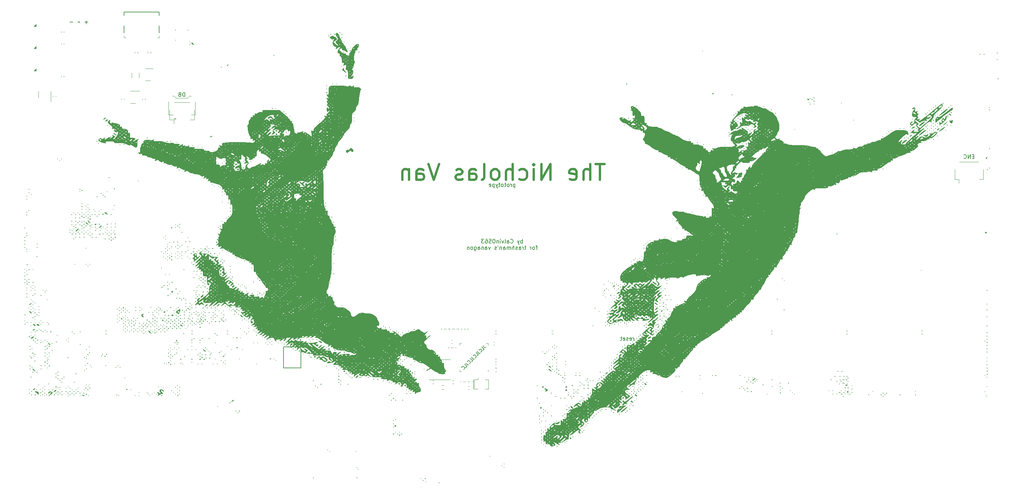
<source format=gbr>
%TF.GenerationSoftware,KiCad,Pcbnew,8.0.8*%
%TF.CreationDate,2025-03-01T16:07:24+01:00*%
%TF.ProjectId,the-nicholas-van prototype,7468652d-6e69-4636-986f-6c61732d7661,rev?*%
%TF.SameCoordinates,Original*%
%TF.FileFunction,Legend,Bot*%
%TF.FilePolarity,Positive*%
%FSLAX46Y46*%
G04 Gerber Fmt 4.6, Leading zero omitted, Abs format (unit mm)*
G04 Created by KiCad (PCBNEW 8.0.8) date 2025-03-01 16:07:24*
%MOMM*%
%LPD*%
G01*
G04 APERTURE LIST*
%ADD10C,0.150000*%
%ADD11C,0.600000*%
%ADD12C,0.200000*%
%ADD13C,0.120000*%
%ADD14C,0.000000*%
%ADD15C,0.170180*%
%ADD16C,0.002540*%
%ADD17C,0.100000*%
G04 APERTURE END LIST*
D10*
X143590924Y-132015067D02*
X143994985Y-132419128D01*
X143994985Y-132419128D02*
X144102734Y-132473003D01*
X144102734Y-132473003D02*
X144210484Y-132473003D01*
X144210484Y-132473003D02*
X144318233Y-132419128D01*
X144318233Y-132419128D02*
X144372108Y-132365254D01*
X143617861Y-133119501D02*
X143887235Y-132850127D01*
X143887235Y-132850127D02*
X143321549Y-132284442D01*
X143052175Y-133577437D02*
X143106050Y-133577437D01*
X143106050Y-133577437D02*
X143213800Y-133523562D01*
X143213800Y-133523562D02*
X143267675Y-133469687D01*
X143267675Y-133469687D02*
X143321549Y-133361938D01*
X143321549Y-133361938D02*
X143321549Y-133254188D01*
X143321549Y-133254188D02*
X143294612Y-133173376D01*
X143294612Y-133173376D02*
X143213800Y-133038689D01*
X143213800Y-133038689D02*
X143132988Y-132957877D01*
X143132988Y-132957877D02*
X142998301Y-132877064D01*
X142998301Y-132877064D02*
X142917488Y-132850127D01*
X142917488Y-132850127D02*
X142809739Y-132850127D01*
X142809739Y-132850127D02*
X142701989Y-132904002D01*
X142701989Y-132904002D02*
X142648114Y-132957877D01*
X142648114Y-132957877D02*
X142594240Y-133065626D01*
X142594240Y-133065626D02*
X142594240Y-133119501D01*
X142136304Y-133469687D02*
X142540365Y-133873748D01*
X142540365Y-133873748D02*
X142648114Y-133927623D01*
X142648114Y-133927623D02*
X142755864Y-133927623D01*
X142755864Y-133927623D02*
X142863614Y-133873748D01*
X142863614Y-133873748D02*
X142917488Y-133819873D01*
X142163241Y-134574121D02*
X142432615Y-134304747D01*
X142432615Y-134304747D02*
X141866930Y-133739061D01*
X141597556Y-135032057D02*
X141651431Y-135032057D01*
X141651431Y-135032057D02*
X141759180Y-134978182D01*
X141759180Y-134978182D02*
X141813055Y-134924307D01*
X141813055Y-134924307D02*
X141866930Y-134816557D01*
X141866930Y-134816557D02*
X141866930Y-134708808D01*
X141866930Y-134708808D02*
X141839992Y-134627995D01*
X141839992Y-134627995D02*
X141759180Y-134493308D01*
X141759180Y-134493308D02*
X141678368Y-134412496D01*
X141678368Y-134412496D02*
X141543681Y-134331684D01*
X141543681Y-134331684D02*
X141462869Y-134304747D01*
X141462869Y-134304747D02*
X141355119Y-134304747D01*
X141355119Y-134304747D02*
X141247370Y-134358621D01*
X141247370Y-134358621D02*
X141193495Y-134412496D01*
X141193495Y-134412496D02*
X141139620Y-134520246D01*
X141139620Y-134520246D02*
X141139620Y-134574121D01*
X140681684Y-134924307D02*
X141085745Y-135328368D01*
X141085745Y-135328368D02*
X141193495Y-135382243D01*
X141193495Y-135382243D02*
X141301244Y-135382243D01*
X141301244Y-135382243D02*
X141408994Y-135328368D01*
X141408994Y-135328368D02*
X141462869Y-135274493D01*
X140708621Y-136028740D02*
X140977995Y-135759366D01*
X140977995Y-135759366D02*
X140412310Y-135193681D01*
X140142936Y-136486676D02*
X140196811Y-136486676D01*
X140196811Y-136486676D02*
X140304560Y-136432801D01*
X140304560Y-136432801D02*
X140358435Y-136378927D01*
X140358435Y-136378927D02*
X140412310Y-136271177D01*
X140412310Y-136271177D02*
X140412310Y-136163427D01*
X140412310Y-136163427D02*
X140385373Y-136082615D01*
X140385373Y-136082615D02*
X140304560Y-135947928D01*
X140304560Y-135947928D02*
X140223748Y-135867116D01*
X140223748Y-135867116D02*
X140089061Y-135786304D01*
X140089061Y-135786304D02*
X140008249Y-135759366D01*
X140008249Y-135759366D02*
X139900499Y-135759366D01*
X139900499Y-135759366D02*
X139792750Y-135813241D01*
X139792750Y-135813241D02*
X139738875Y-135867116D01*
X139738875Y-135867116D02*
X139685000Y-135974866D01*
X139685000Y-135974866D02*
X139685000Y-136028740D01*
X139227064Y-136378927D02*
X139631125Y-136782988D01*
X139631125Y-136782988D02*
X139738875Y-136836862D01*
X139738875Y-136836862D02*
X139846625Y-136836862D01*
X139846625Y-136836862D02*
X139954374Y-136782988D01*
X139954374Y-136782988D02*
X140008249Y-136729113D01*
X139254002Y-137483360D02*
X139523376Y-137213986D01*
X139523376Y-137213986D02*
X138957690Y-136648301D01*
X138688316Y-137941296D02*
X138742191Y-137941296D01*
X138742191Y-137941296D02*
X138849941Y-137887421D01*
X138849941Y-137887421D02*
X138903815Y-137833546D01*
X138903815Y-137833546D02*
X138957690Y-137725797D01*
X138957690Y-137725797D02*
X138957690Y-137618047D01*
X138957690Y-137618047D02*
X138930753Y-137537235D01*
X138930753Y-137537235D02*
X138849941Y-137402548D01*
X138849941Y-137402548D02*
X138769128Y-137321736D01*
X138769128Y-137321736D02*
X138634441Y-137240924D01*
X138634441Y-137240924D02*
X138553629Y-137213986D01*
X138553629Y-137213986D02*
X138445880Y-137213986D01*
X138445880Y-137213986D02*
X138338130Y-137267861D01*
X138338130Y-137267861D02*
X138284255Y-137321736D01*
X138284255Y-137321736D02*
X138230380Y-137429485D01*
X138230380Y-137429485D02*
X138230380Y-137483360D01*
X39765838Y-50080116D02*
X39003934Y-50080116D01*
D11*
X174336011Y-85925526D02*
X172050297Y-85925526D01*
X173193154Y-89925526D02*
X173193154Y-85925526D01*
X170716964Y-89925526D02*
X170716964Y-85925526D01*
X169002678Y-89925526D02*
X169002678Y-87830288D01*
X169002678Y-87830288D02*
X169193154Y-87449335D01*
X169193154Y-87449335D02*
X169574106Y-87258859D01*
X169574106Y-87258859D02*
X170145535Y-87258859D01*
X170145535Y-87258859D02*
X170526487Y-87449335D01*
X170526487Y-87449335D02*
X170716964Y-87639811D01*
X165574106Y-89735050D02*
X165955058Y-89925526D01*
X165955058Y-89925526D02*
X166716963Y-89925526D01*
X166716963Y-89925526D02*
X167097916Y-89735050D01*
X167097916Y-89735050D02*
X167288392Y-89354097D01*
X167288392Y-89354097D02*
X167288392Y-87830288D01*
X167288392Y-87830288D02*
X167097916Y-87449335D01*
X167097916Y-87449335D02*
X166716963Y-87258859D01*
X166716963Y-87258859D02*
X165955058Y-87258859D01*
X165955058Y-87258859D02*
X165574106Y-87449335D01*
X165574106Y-87449335D02*
X165383630Y-87830288D01*
X165383630Y-87830288D02*
X165383630Y-88211240D01*
X165383630Y-88211240D02*
X167288392Y-88592192D01*
X160621726Y-89925526D02*
X160621726Y-85925526D01*
X160621726Y-85925526D02*
X158336011Y-89925526D01*
X158336011Y-89925526D02*
X158336011Y-85925526D01*
X156431250Y-89925526D02*
X156431250Y-87258859D01*
X156431250Y-85925526D02*
X156621726Y-86116002D01*
X156621726Y-86116002D02*
X156431250Y-86306478D01*
X156431250Y-86306478D02*
X156240773Y-86116002D01*
X156240773Y-86116002D02*
X156431250Y-85925526D01*
X156431250Y-85925526D02*
X156431250Y-86306478D01*
X152812202Y-89735050D02*
X153193154Y-89925526D01*
X153193154Y-89925526D02*
X153955059Y-89925526D01*
X153955059Y-89925526D02*
X154336011Y-89735050D01*
X154336011Y-89735050D02*
X154526488Y-89544573D01*
X154526488Y-89544573D02*
X154716964Y-89163621D01*
X154716964Y-89163621D02*
X154716964Y-88020764D01*
X154716964Y-88020764D02*
X154526488Y-87639811D01*
X154526488Y-87639811D02*
X154336011Y-87449335D01*
X154336011Y-87449335D02*
X153955059Y-87258859D01*
X153955059Y-87258859D02*
X153193154Y-87258859D01*
X153193154Y-87258859D02*
X152812202Y-87449335D01*
X151097917Y-89925526D02*
X151097917Y-85925526D01*
X149383631Y-89925526D02*
X149383631Y-87830288D01*
X149383631Y-87830288D02*
X149574107Y-87449335D01*
X149574107Y-87449335D02*
X149955059Y-87258859D01*
X149955059Y-87258859D02*
X150526488Y-87258859D01*
X150526488Y-87258859D02*
X150907440Y-87449335D01*
X150907440Y-87449335D02*
X151097917Y-87639811D01*
X146907440Y-89925526D02*
X147288392Y-89735050D01*
X147288392Y-89735050D02*
X147478869Y-89544573D01*
X147478869Y-89544573D02*
X147669345Y-89163621D01*
X147669345Y-89163621D02*
X147669345Y-88020764D01*
X147669345Y-88020764D02*
X147478869Y-87639811D01*
X147478869Y-87639811D02*
X147288392Y-87449335D01*
X147288392Y-87449335D02*
X146907440Y-87258859D01*
X146907440Y-87258859D02*
X146336011Y-87258859D01*
X146336011Y-87258859D02*
X145955059Y-87449335D01*
X145955059Y-87449335D02*
X145764583Y-87639811D01*
X145764583Y-87639811D02*
X145574107Y-88020764D01*
X145574107Y-88020764D02*
X145574107Y-89163621D01*
X145574107Y-89163621D02*
X145764583Y-89544573D01*
X145764583Y-89544573D02*
X145955059Y-89735050D01*
X145955059Y-89735050D02*
X146336011Y-89925526D01*
X146336011Y-89925526D02*
X146907440Y-89925526D01*
X143288392Y-89925526D02*
X143669344Y-89735050D01*
X143669344Y-89735050D02*
X143859821Y-89354097D01*
X143859821Y-89354097D02*
X143859821Y-85925526D01*
X140050297Y-89925526D02*
X140050297Y-87830288D01*
X140050297Y-87830288D02*
X140240773Y-87449335D01*
X140240773Y-87449335D02*
X140621725Y-87258859D01*
X140621725Y-87258859D02*
X141383630Y-87258859D01*
X141383630Y-87258859D02*
X141764583Y-87449335D01*
X140050297Y-89735050D02*
X140431249Y-89925526D01*
X140431249Y-89925526D02*
X141383630Y-89925526D01*
X141383630Y-89925526D02*
X141764583Y-89735050D01*
X141764583Y-89735050D02*
X141955059Y-89354097D01*
X141955059Y-89354097D02*
X141955059Y-88973145D01*
X141955059Y-88973145D02*
X141764583Y-88592192D01*
X141764583Y-88592192D02*
X141383630Y-88401716D01*
X141383630Y-88401716D02*
X140431249Y-88401716D01*
X140431249Y-88401716D02*
X140050297Y-88211240D01*
X138336011Y-89735050D02*
X137955058Y-89925526D01*
X137955058Y-89925526D02*
X137193154Y-89925526D01*
X137193154Y-89925526D02*
X136812201Y-89735050D01*
X136812201Y-89735050D02*
X136621725Y-89354097D01*
X136621725Y-89354097D02*
X136621725Y-89163621D01*
X136621725Y-89163621D02*
X136812201Y-88782669D01*
X136812201Y-88782669D02*
X137193154Y-88592192D01*
X137193154Y-88592192D02*
X137764582Y-88592192D01*
X137764582Y-88592192D02*
X138145535Y-88401716D01*
X138145535Y-88401716D02*
X138336011Y-88020764D01*
X138336011Y-88020764D02*
X138336011Y-87830288D01*
X138336011Y-87830288D02*
X138145535Y-87449335D01*
X138145535Y-87449335D02*
X137764582Y-87258859D01*
X137764582Y-87258859D02*
X137193154Y-87258859D01*
X137193154Y-87258859D02*
X136812201Y-87449335D01*
X132431249Y-85925526D02*
X131097916Y-89925526D01*
X131097916Y-89925526D02*
X129764582Y-85925526D01*
X126716964Y-89925526D02*
X126716964Y-87830288D01*
X126716964Y-87830288D02*
X126907440Y-87449335D01*
X126907440Y-87449335D02*
X127288392Y-87258859D01*
X127288392Y-87258859D02*
X128050297Y-87258859D01*
X128050297Y-87258859D02*
X128431250Y-87449335D01*
X126716964Y-89735050D02*
X127097916Y-89925526D01*
X127097916Y-89925526D02*
X128050297Y-89925526D01*
X128050297Y-89925526D02*
X128431250Y-89735050D01*
X128431250Y-89735050D02*
X128621726Y-89354097D01*
X128621726Y-89354097D02*
X128621726Y-88973145D01*
X128621726Y-88973145D02*
X128431250Y-88592192D01*
X128431250Y-88592192D02*
X128050297Y-88401716D01*
X128050297Y-88401716D02*
X127097916Y-88401716D01*
X127097916Y-88401716D02*
X126716964Y-88211240D01*
X124812202Y-87258859D02*
X124812202Y-89925526D01*
X124812202Y-87639811D02*
X124621725Y-87449335D01*
X124621725Y-87449335D02*
X124240773Y-87258859D01*
X124240773Y-87258859D02*
X123669344Y-87258859D01*
X123669344Y-87258859D02*
X123288392Y-87449335D01*
X123288392Y-87449335D02*
X123097916Y-87830288D01*
X123097916Y-87830288D02*
X123097916Y-89925526D01*
D10*
X151693155Y-91069402D02*
X151693155Y-92069402D01*
X151693155Y-91117021D02*
X151597917Y-91069402D01*
X151597917Y-91069402D02*
X151407441Y-91069402D01*
X151407441Y-91069402D02*
X151312203Y-91117021D01*
X151312203Y-91117021D02*
X151264584Y-91164640D01*
X151264584Y-91164640D02*
X151216965Y-91259878D01*
X151216965Y-91259878D02*
X151216965Y-91545592D01*
X151216965Y-91545592D02*
X151264584Y-91640830D01*
X151264584Y-91640830D02*
X151312203Y-91688450D01*
X151312203Y-91688450D02*
X151407441Y-91736069D01*
X151407441Y-91736069D02*
X151597917Y-91736069D01*
X151597917Y-91736069D02*
X151693155Y-91688450D01*
X150788393Y-91736069D02*
X150788393Y-91069402D01*
X150788393Y-91259878D02*
X150740774Y-91164640D01*
X150740774Y-91164640D02*
X150693155Y-91117021D01*
X150693155Y-91117021D02*
X150597917Y-91069402D01*
X150597917Y-91069402D02*
X150502679Y-91069402D01*
X150026488Y-91736069D02*
X150121726Y-91688450D01*
X150121726Y-91688450D02*
X150169345Y-91640830D01*
X150169345Y-91640830D02*
X150216964Y-91545592D01*
X150216964Y-91545592D02*
X150216964Y-91259878D01*
X150216964Y-91259878D02*
X150169345Y-91164640D01*
X150169345Y-91164640D02*
X150121726Y-91117021D01*
X150121726Y-91117021D02*
X150026488Y-91069402D01*
X150026488Y-91069402D02*
X149883631Y-91069402D01*
X149883631Y-91069402D02*
X149788393Y-91117021D01*
X149788393Y-91117021D02*
X149740774Y-91164640D01*
X149740774Y-91164640D02*
X149693155Y-91259878D01*
X149693155Y-91259878D02*
X149693155Y-91545592D01*
X149693155Y-91545592D02*
X149740774Y-91640830D01*
X149740774Y-91640830D02*
X149788393Y-91688450D01*
X149788393Y-91688450D02*
X149883631Y-91736069D01*
X149883631Y-91736069D02*
X150026488Y-91736069D01*
X149407440Y-91069402D02*
X149026488Y-91069402D01*
X149264583Y-90736069D02*
X149264583Y-91593211D01*
X149264583Y-91593211D02*
X149216964Y-91688450D01*
X149216964Y-91688450D02*
X149121726Y-91736069D01*
X149121726Y-91736069D02*
X149026488Y-91736069D01*
X148550297Y-91736069D02*
X148645535Y-91688450D01*
X148645535Y-91688450D02*
X148693154Y-91640830D01*
X148693154Y-91640830D02*
X148740773Y-91545592D01*
X148740773Y-91545592D02*
X148740773Y-91259878D01*
X148740773Y-91259878D02*
X148693154Y-91164640D01*
X148693154Y-91164640D02*
X148645535Y-91117021D01*
X148645535Y-91117021D02*
X148550297Y-91069402D01*
X148550297Y-91069402D02*
X148407440Y-91069402D01*
X148407440Y-91069402D02*
X148312202Y-91117021D01*
X148312202Y-91117021D02*
X148264583Y-91164640D01*
X148264583Y-91164640D02*
X148216964Y-91259878D01*
X148216964Y-91259878D02*
X148216964Y-91545592D01*
X148216964Y-91545592D02*
X148264583Y-91640830D01*
X148264583Y-91640830D02*
X148312202Y-91688450D01*
X148312202Y-91688450D02*
X148407440Y-91736069D01*
X148407440Y-91736069D02*
X148550297Y-91736069D01*
X147931249Y-91069402D02*
X147550297Y-91069402D01*
X147788392Y-90736069D02*
X147788392Y-91593211D01*
X147788392Y-91593211D02*
X147740773Y-91688450D01*
X147740773Y-91688450D02*
X147645535Y-91736069D01*
X147645535Y-91736069D02*
X147550297Y-91736069D01*
X147312201Y-91069402D02*
X147074106Y-91736069D01*
X146836011Y-91069402D02*
X147074106Y-91736069D01*
X147074106Y-91736069D02*
X147169344Y-91974164D01*
X147169344Y-91974164D02*
X147216963Y-92021783D01*
X147216963Y-92021783D02*
X147312201Y-92069402D01*
X146455058Y-91069402D02*
X146455058Y-92069402D01*
X146455058Y-91117021D02*
X146359820Y-91069402D01*
X146359820Y-91069402D02*
X146169344Y-91069402D01*
X146169344Y-91069402D02*
X146074106Y-91117021D01*
X146074106Y-91117021D02*
X146026487Y-91164640D01*
X146026487Y-91164640D02*
X145978868Y-91259878D01*
X145978868Y-91259878D02*
X145978868Y-91545592D01*
X145978868Y-91545592D02*
X146026487Y-91640830D01*
X146026487Y-91640830D02*
X146074106Y-91688450D01*
X146074106Y-91688450D02*
X146169344Y-91736069D01*
X146169344Y-91736069D02*
X146359820Y-91736069D01*
X146359820Y-91736069D02*
X146455058Y-91688450D01*
X145169344Y-91688450D02*
X145264582Y-91736069D01*
X145264582Y-91736069D02*
X145455058Y-91736069D01*
X145455058Y-91736069D02*
X145550296Y-91688450D01*
X145550296Y-91688450D02*
X145597915Y-91593211D01*
X145597915Y-91593211D02*
X145597915Y-91212259D01*
X145597915Y-91212259D02*
X145550296Y-91117021D01*
X145550296Y-91117021D02*
X145455058Y-91069402D01*
X145455058Y-91069402D02*
X145264582Y-91069402D01*
X145264582Y-91069402D02*
X145169344Y-91117021D01*
X145169344Y-91117021D02*
X145121725Y-91212259D01*
X145121725Y-91212259D02*
X145121725Y-91307497D01*
X145121725Y-91307497D02*
X145597915Y-91402735D01*
X153597916Y-106012347D02*
X153597916Y-105012347D01*
X153597916Y-105393299D02*
X153502678Y-105345680D01*
X153502678Y-105345680D02*
X153312202Y-105345680D01*
X153312202Y-105345680D02*
X153216964Y-105393299D01*
X153216964Y-105393299D02*
X153169345Y-105440918D01*
X153169345Y-105440918D02*
X153121726Y-105536156D01*
X153121726Y-105536156D02*
X153121726Y-105821870D01*
X153121726Y-105821870D02*
X153169345Y-105917108D01*
X153169345Y-105917108D02*
X153216964Y-105964728D01*
X153216964Y-105964728D02*
X153312202Y-106012347D01*
X153312202Y-106012347D02*
X153502678Y-106012347D01*
X153502678Y-106012347D02*
X153597916Y-105964728D01*
X152788392Y-105345680D02*
X152550297Y-106012347D01*
X152312202Y-105345680D02*
X152550297Y-106012347D01*
X152550297Y-106012347D02*
X152645535Y-106250442D01*
X152645535Y-106250442D02*
X152693154Y-106298061D01*
X152693154Y-106298061D02*
X152788392Y-106345680D01*
X150597916Y-105917108D02*
X150645535Y-105964728D01*
X150645535Y-105964728D02*
X150788392Y-106012347D01*
X150788392Y-106012347D02*
X150883630Y-106012347D01*
X150883630Y-106012347D02*
X151026487Y-105964728D01*
X151026487Y-105964728D02*
X151121725Y-105869489D01*
X151121725Y-105869489D02*
X151169344Y-105774251D01*
X151169344Y-105774251D02*
X151216963Y-105583775D01*
X151216963Y-105583775D02*
X151216963Y-105440918D01*
X151216963Y-105440918D02*
X151169344Y-105250442D01*
X151169344Y-105250442D02*
X151121725Y-105155204D01*
X151121725Y-105155204D02*
X151026487Y-105059966D01*
X151026487Y-105059966D02*
X150883630Y-105012347D01*
X150883630Y-105012347D02*
X150788392Y-105012347D01*
X150788392Y-105012347D02*
X150645535Y-105059966D01*
X150645535Y-105059966D02*
X150597916Y-105107585D01*
X149740773Y-106012347D02*
X149740773Y-105488537D01*
X149740773Y-105488537D02*
X149788392Y-105393299D01*
X149788392Y-105393299D02*
X149883630Y-105345680D01*
X149883630Y-105345680D02*
X150074106Y-105345680D01*
X150074106Y-105345680D02*
X150169344Y-105393299D01*
X149740773Y-105964728D02*
X149836011Y-106012347D01*
X149836011Y-106012347D02*
X150074106Y-106012347D01*
X150074106Y-106012347D02*
X150169344Y-105964728D01*
X150169344Y-105964728D02*
X150216963Y-105869489D01*
X150216963Y-105869489D02*
X150216963Y-105774251D01*
X150216963Y-105774251D02*
X150169344Y-105679013D01*
X150169344Y-105679013D02*
X150074106Y-105631394D01*
X150074106Y-105631394D02*
X149836011Y-105631394D01*
X149836011Y-105631394D02*
X149740773Y-105583775D01*
X149121725Y-106012347D02*
X149216963Y-105964728D01*
X149216963Y-105964728D02*
X149264582Y-105869489D01*
X149264582Y-105869489D02*
X149264582Y-105012347D01*
X148836010Y-105345680D02*
X148597915Y-106012347D01*
X148597915Y-106012347D02*
X148359820Y-105345680D01*
X147978867Y-106012347D02*
X147978867Y-105345680D01*
X147978867Y-105012347D02*
X148026486Y-105059966D01*
X148026486Y-105059966D02*
X147978867Y-105107585D01*
X147978867Y-105107585D02*
X147931248Y-105059966D01*
X147931248Y-105059966D02*
X147978867Y-105012347D01*
X147978867Y-105012347D02*
X147978867Y-105107585D01*
X147502677Y-105345680D02*
X147502677Y-106012347D01*
X147502677Y-105440918D02*
X147455058Y-105393299D01*
X147455058Y-105393299D02*
X147359820Y-105345680D01*
X147359820Y-105345680D02*
X147216963Y-105345680D01*
X147216963Y-105345680D02*
X147121725Y-105393299D01*
X147121725Y-105393299D02*
X147074106Y-105488537D01*
X147074106Y-105488537D02*
X147074106Y-106012347D01*
X146407439Y-105012347D02*
X146312201Y-105012347D01*
X146312201Y-105012347D02*
X146216963Y-105059966D01*
X146216963Y-105059966D02*
X146169344Y-105107585D01*
X146169344Y-105107585D02*
X146121725Y-105202823D01*
X146121725Y-105202823D02*
X146074106Y-105393299D01*
X146074106Y-105393299D02*
X146074106Y-105631394D01*
X146074106Y-105631394D02*
X146121725Y-105821870D01*
X146121725Y-105821870D02*
X146169344Y-105917108D01*
X146169344Y-105917108D02*
X146216963Y-105964728D01*
X146216963Y-105964728D02*
X146312201Y-106012347D01*
X146312201Y-106012347D02*
X146407439Y-106012347D01*
X146407439Y-106012347D02*
X146502677Y-105964728D01*
X146502677Y-105964728D02*
X146550296Y-105917108D01*
X146550296Y-105917108D02*
X146597915Y-105821870D01*
X146597915Y-105821870D02*
X146645534Y-105631394D01*
X146645534Y-105631394D02*
X146645534Y-105393299D01*
X146645534Y-105393299D02*
X146597915Y-105202823D01*
X146597915Y-105202823D02*
X146550296Y-105107585D01*
X146550296Y-105107585D02*
X146502677Y-105059966D01*
X146502677Y-105059966D02*
X146407439Y-105012347D01*
X145169344Y-105012347D02*
X145645534Y-105012347D01*
X145645534Y-105012347D02*
X145693153Y-105488537D01*
X145693153Y-105488537D02*
X145645534Y-105440918D01*
X145645534Y-105440918D02*
X145550296Y-105393299D01*
X145550296Y-105393299D02*
X145312201Y-105393299D01*
X145312201Y-105393299D02*
X145216963Y-105440918D01*
X145216963Y-105440918D02*
X145169344Y-105488537D01*
X145169344Y-105488537D02*
X145121725Y-105583775D01*
X145121725Y-105583775D02*
X145121725Y-105821870D01*
X145121725Y-105821870D02*
X145169344Y-105917108D01*
X145169344Y-105917108D02*
X145216963Y-105964728D01*
X145216963Y-105964728D02*
X145312201Y-106012347D01*
X145312201Y-106012347D02*
X145550296Y-106012347D01*
X145550296Y-106012347D02*
X145645534Y-105964728D01*
X145645534Y-105964728D02*
X145693153Y-105917108D01*
X144264582Y-105012347D02*
X144455058Y-105012347D01*
X144455058Y-105012347D02*
X144550296Y-105059966D01*
X144550296Y-105059966D02*
X144597915Y-105107585D01*
X144597915Y-105107585D02*
X144693153Y-105250442D01*
X144693153Y-105250442D02*
X144740772Y-105440918D01*
X144740772Y-105440918D02*
X144740772Y-105821870D01*
X144740772Y-105821870D02*
X144693153Y-105917108D01*
X144693153Y-105917108D02*
X144645534Y-105964728D01*
X144645534Y-105964728D02*
X144550296Y-106012347D01*
X144550296Y-106012347D02*
X144359820Y-106012347D01*
X144359820Y-106012347D02*
X144264582Y-105964728D01*
X144264582Y-105964728D02*
X144216963Y-105917108D01*
X144216963Y-105917108D02*
X144169344Y-105821870D01*
X144169344Y-105821870D02*
X144169344Y-105583775D01*
X144169344Y-105583775D02*
X144216963Y-105488537D01*
X144216963Y-105488537D02*
X144264582Y-105440918D01*
X144264582Y-105440918D02*
X144359820Y-105393299D01*
X144359820Y-105393299D02*
X144550296Y-105393299D01*
X144550296Y-105393299D02*
X144645534Y-105440918D01*
X144645534Y-105440918D02*
X144693153Y-105488537D01*
X144693153Y-105488537D02*
X144740772Y-105583775D01*
X143836010Y-105012347D02*
X143216963Y-105012347D01*
X143216963Y-105012347D02*
X143550296Y-105393299D01*
X143550296Y-105393299D02*
X143407439Y-105393299D01*
X143407439Y-105393299D02*
X143312201Y-105440918D01*
X143312201Y-105440918D02*
X143264582Y-105488537D01*
X143264582Y-105488537D02*
X143216963Y-105583775D01*
X143216963Y-105583775D02*
X143216963Y-105821870D01*
X143216963Y-105821870D02*
X143264582Y-105917108D01*
X143264582Y-105917108D02*
X143312201Y-105964728D01*
X143312201Y-105964728D02*
X143407439Y-106012347D01*
X143407439Y-106012347D02*
X143693153Y-106012347D01*
X143693153Y-106012347D02*
X143788391Y-105964728D01*
X143788391Y-105964728D02*
X143836010Y-105917108D01*
X157359822Y-106955624D02*
X156978870Y-106955624D01*
X157216965Y-107622291D02*
X157216965Y-106765148D01*
X157216965Y-106765148D02*
X157169346Y-106669910D01*
X157169346Y-106669910D02*
X157074108Y-106622291D01*
X157074108Y-106622291D02*
X156978870Y-106622291D01*
X156502679Y-107622291D02*
X156597917Y-107574672D01*
X156597917Y-107574672D02*
X156645536Y-107527052D01*
X156645536Y-107527052D02*
X156693155Y-107431814D01*
X156693155Y-107431814D02*
X156693155Y-107146100D01*
X156693155Y-107146100D02*
X156645536Y-107050862D01*
X156645536Y-107050862D02*
X156597917Y-107003243D01*
X156597917Y-107003243D02*
X156502679Y-106955624D01*
X156502679Y-106955624D02*
X156359822Y-106955624D01*
X156359822Y-106955624D02*
X156264584Y-107003243D01*
X156264584Y-107003243D02*
X156216965Y-107050862D01*
X156216965Y-107050862D02*
X156169346Y-107146100D01*
X156169346Y-107146100D02*
X156169346Y-107431814D01*
X156169346Y-107431814D02*
X156216965Y-107527052D01*
X156216965Y-107527052D02*
X156264584Y-107574672D01*
X156264584Y-107574672D02*
X156359822Y-107622291D01*
X156359822Y-107622291D02*
X156502679Y-107622291D01*
X155740774Y-107622291D02*
X155740774Y-106955624D01*
X155740774Y-107146100D02*
X155693155Y-107050862D01*
X155693155Y-107050862D02*
X155645536Y-107003243D01*
X155645536Y-107003243D02*
X155550298Y-106955624D01*
X155550298Y-106955624D02*
X155455060Y-106955624D01*
X154502678Y-106955624D02*
X154121726Y-106955624D01*
X154359821Y-106622291D02*
X154359821Y-107479433D01*
X154359821Y-107479433D02*
X154312202Y-107574672D01*
X154312202Y-107574672D02*
X154216964Y-107622291D01*
X154216964Y-107622291D02*
X154121726Y-107622291D01*
X153788392Y-107622291D02*
X153788392Y-106955624D01*
X153788392Y-107146100D02*
X153740773Y-107050862D01*
X153740773Y-107050862D02*
X153693154Y-107003243D01*
X153693154Y-107003243D02*
X153597916Y-106955624D01*
X153597916Y-106955624D02*
X153502678Y-106955624D01*
X152740773Y-107622291D02*
X152740773Y-107098481D01*
X152740773Y-107098481D02*
X152788392Y-107003243D01*
X152788392Y-107003243D02*
X152883630Y-106955624D01*
X152883630Y-106955624D02*
X153074106Y-106955624D01*
X153074106Y-106955624D02*
X153169344Y-107003243D01*
X152740773Y-107574672D02*
X152836011Y-107622291D01*
X152836011Y-107622291D02*
X153074106Y-107622291D01*
X153074106Y-107622291D02*
X153169344Y-107574672D01*
X153169344Y-107574672D02*
X153216963Y-107479433D01*
X153216963Y-107479433D02*
X153216963Y-107384195D01*
X153216963Y-107384195D02*
X153169344Y-107288957D01*
X153169344Y-107288957D02*
X153074106Y-107241338D01*
X153074106Y-107241338D02*
X152836011Y-107241338D01*
X152836011Y-107241338D02*
X152740773Y-107193719D01*
X152312201Y-107574672D02*
X152216963Y-107622291D01*
X152216963Y-107622291D02*
X152026487Y-107622291D01*
X152026487Y-107622291D02*
X151931249Y-107574672D01*
X151931249Y-107574672D02*
X151883630Y-107479433D01*
X151883630Y-107479433D02*
X151883630Y-107431814D01*
X151883630Y-107431814D02*
X151931249Y-107336576D01*
X151931249Y-107336576D02*
X152026487Y-107288957D01*
X152026487Y-107288957D02*
X152169344Y-107288957D01*
X152169344Y-107288957D02*
X152264582Y-107241338D01*
X152264582Y-107241338D02*
X152312201Y-107146100D01*
X152312201Y-107146100D02*
X152312201Y-107098481D01*
X152312201Y-107098481D02*
X152264582Y-107003243D01*
X152264582Y-107003243D02*
X152169344Y-106955624D01*
X152169344Y-106955624D02*
X152026487Y-106955624D01*
X152026487Y-106955624D02*
X151931249Y-107003243D01*
X151455058Y-107622291D02*
X151455058Y-106622291D01*
X151026487Y-107622291D02*
X151026487Y-107098481D01*
X151026487Y-107098481D02*
X151074106Y-107003243D01*
X151074106Y-107003243D02*
X151169344Y-106955624D01*
X151169344Y-106955624D02*
X151312201Y-106955624D01*
X151312201Y-106955624D02*
X151407439Y-107003243D01*
X151407439Y-107003243D02*
X151455058Y-107050862D01*
X150550296Y-107622291D02*
X150550296Y-106955624D01*
X150550296Y-107050862D02*
X150502677Y-107003243D01*
X150502677Y-107003243D02*
X150407439Y-106955624D01*
X150407439Y-106955624D02*
X150264582Y-106955624D01*
X150264582Y-106955624D02*
X150169344Y-107003243D01*
X150169344Y-107003243D02*
X150121725Y-107098481D01*
X150121725Y-107098481D02*
X150121725Y-107622291D01*
X150121725Y-107098481D02*
X150074106Y-107003243D01*
X150074106Y-107003243D02*
X149978868Y-106955624D01*
X149978868Y-106955624D02*
X149836011Y-106955624D01*
X149836011Y-106955624D02*
X149740772Y-107003243D01*
X149740772Y-107003243D02*
X149693153Y-107098481D01*
X149693153Y-107098481D02*
X149693153Y-107622291D01*
X148788392Y-107622291D02*
X148788392Y-107098481D01*
X148788392Y-107098481D02*
X148836011Y-107003243D01*
X148836011Y-107003243D02*
X148931249Y-106955624D01*
X148931249Y-106955624D02*
X149121725Y-106955624D01*
X149121725Y-106955624D02*
X149216963Y-107003243D01*
X148788392Y-107574672D02*
X148883630Y-107622291D01*
X148883630Y-107622291D02*
X149121725Y-107622291D01*
X149121725Y-107622291D02*
X149216963Y-107574672D01*
X149216963Y-107574672D02*
X149264582Y-107479433D01*
X149264582Y-107479433D02*
X149264582Y-107384195D01*
X149264582Y-107384195D02*
X149216963Y-107288957D01*
X149216963Y-107288957D02*
X149121725Y-107241338D01*
X149121725Y-107241338D02*
X148883630Y-107241338D01*
X148883630Y-107241338D02*
X148788392Y-107193719D01*
X148312201Y-106955624D02*
X148312201Y-107622291D01*
X148312201Y-107050862D02*
X148264582Y-107003243D01*
X148264582Y-107003243D02*
X148169344Y-106955624D01*
X148169344Y-106955624D02*
X148026487Y-106955624D01*
X148026487Y-106955624D02*
X147931249Y-107003243D01*
X147931249Y-107003243D02*
X147883630Y-107098481D01*
X147883630Y-107098481D02*
X147883630Y-107622291D01*
X147359820Y-106622291D02*
X147455058Y-106812767D01*
X146978868Y-107574672D02*
X146883630Y-107622291D01*
X146883630Y-107622291D02*
X146693154Y-107622291D01*
X146693154Y-107622291D02*
X146597916Y-107574672D01*
X146597916Y-107574672D02*
X146550297Y-107479433D01*
X146550297Y-107479433D02*
X146550297Y-107431814D01*
X146550297Y-107431814D02*
X146597916Y-107336576D01*
X146597916Y-107336576D02*
X146693154Y-107288957D01*
X146693154Y-107288957D02*
X146836011Y-107288957D01*
X146836011Y-107288957D02*
X146931249Y-107241338D01*
X146931249Y-107241338D02*
X146978868Y-107146100D01*
X146978868Y-107146100D02*
X146978868Y-107098481D01*
X146978868Y-107098481D02*
X146931249Y-107003243D01*
X146931249Y-107003243D02*
X146836011Y-106955624D01*
X146836011Y-106955624D02*
X146693154Y-106955624D01*
X146693154Y-106955624D02*
X146597916Y-107003243D01*
X145455058Y-106955624D02*
X145216963Y-107622291D01*
X145216963Y-107622291D02*
X144978868Y-106955624D01*
X144169344Y-107622291D02*
X144169344Y-107098481D01*
X144169344Y-107098481D02*
X144216963Y-107003243D01*
X144216963Y-107003243D02*
X144312201Y-106955624D01*
X144312201Y-106955624D02*
X144502677Y-106955624D01*
X144502677Y-106955624D02*
X144597915Y-107003243D01*
X144169344Y-107574672D02*
X144264582Y-107622291D01*
X144264582Y-107622291D02*
X144502677Y-107622291D01*
X144502677Y-107622291D02*
X144597915Y-107574672D01*
X144597915Y-107574672D02*
X144645534Y-107479433D01*
X144645534Y-107479433D02*
X144645534Y-107384195D01*
X144645534Y-107384195D02*
X144597915Y-107288957D01*
X144597915Y-107288957D02*
X144502677Y-107241338D01*
X144502677Y-107241338D02*
X144264582Y-107241338D01*
X144264582Y-107241338D02*
X144169344Y-107193719D01*
X143693153Y-106955624D02*
X143693153Y-107622291D01*
X143693153Y-107050862D02*
X143645534Y-107003243D01*
X143645534Y-107003243D02*
X143550296Y-106955624D01*
X143550296Y-106955624D02*
X143407439Y-106955624D01*
X143407439Y-106955624D02*
X143312201Y-107003243D01*
X143312201Y-107003243D02*
X143264582Y-107098481D01*
X143264582Y-107098481D02*
X143264582Y-107622291D01*
X142359820Y-107622291D02*
X142359820Y-107098481D01*
X142359820Y-107098481D02*
X142407439Y-107003243D01*
X142407439Y-107003243D02*
X142502677Y-106955624D01*
X142502677Y-106955624D02*
X142693153Y-106955624D01*
X142693153Y-106955624D02*
X142788391Y-107003243D01*
X142359820Y-107574672D02*
X142455058Y-107622291D01*
X142455058Y-107622291D02*
X142693153Y-107622291D01*
X142693153Y-107622291D02*
X142788391Y-107574672D01*
X142788391Y-107574672D02*
X142836010Y-107479433D01*
X142836010Y-107479433D02*
X142836010Y-107384195D01*
X142836010Y-107384195D02*
X142788391Y-107288957D01*
X142788391Y-107288957D02*
X142693153Y-107241338D01*
X142693153Y-107241338D02*
X142455058Y-107241338D01*
X142455058Y-107241338D02*
X142359820Y-107193719D01*
X141455058Y-106955624D02*
X141455058Y-107765148D01*
X141455058Y-107765148D02*
X141502677Y-107860386D01*
X141502677Y-107860386D02*
X141550296Y-107908005D01*
X141550296Y-107908005D02*
X141645534Y-107955624D01*
X141645534Y-107955624D02*
X141788391Y-107955624D01*
X141788391Y-107955624D02*
X141883629Y-107908005D01*
X141455058Y-107574672D02*
X141550296Y-107622291D01*
X141550296Y-107622291D02*
X141740772Y-107622291D01*
X141740772Y-107622291D02*
X141836010Y-107574672D01*
X141836010Y-107574672D02*
X141883629Y-107527052D01*
X141883629Y-107527052D02*
X141931248Y-107431814D01*
X141931248Y-107431814D02*
X141931248Y-107146100D01*
X141931248Y-107146100D02*
X141883629Y-107050862D01*
X141883629Y-107050862D02*
X141836010Y-107003243D01*
X141836010Y-107003243D02*
X141740772Y-106955624D01*
X141740772Y-106955624D02*
X141550296Y-106955624D01*
X141550296Y-106955624D02*
X141455058Y-107003243D01*
X140836010Y-107622291D02*
X140931248Y-107574672D01*
X140931248Y-107574672D02*
X140978867Y-107527052D01*
X140978867Y-107527052D02*
X141026486Y-107431814D01*
X141026486Y-107431814D02*
X141026486Y-107146100D01*
X141026486Y-107146100D02*
X140978867Y-107050862D01*
X140978867Y-107050862D02*
X140931248Y-107003243D01*
X140931248Y-107003243D02*
X140836010Y-106955624D01*
X140836010Y-106955624D02*
X140693153Y-106955624D01*
X140693153Y-106955624D02*
X140597915Y-107003243D01*
X140597915Y-107003243D02*
X140550296Y-107050862D01*
X140550296Y-107050862D02*
X140502677Y-107146100D01*
X140502677Y-107146100D02*
X140502677Y-107431814D01*
X140502677Y-107431814D02*
X140550296Y-107527052D01*
X140550296Y-107527052D02*
X140597915Y-107574672D01*
X140597915Y-107574672D02*
X140693153Y-107622291D01*
X140693153Y-107622291D02*
X140836010Y-107622291D01*
X140074105Y-106955624D02*
X140074105Y-107622291D01*
X140074105Y-107050862D02*
X140026486Y-107003243D01*
X140026486Y-107003243D02*
X139931248Y-106955624D01*
X139931248Y-106955624D02*
X139788391Y-106955624D01*
X139788391Y-106955624D02*
X139693153Y-107003243D01*
X139693153Y-107003243D02*
X139645534Y-107098481D01*
X139645534Y-107098481D02*
X139645534Y-107622291D01*
D12*
X41503571Y-50109028D02*
X41274999Y-49937600D01*
X41274999Y-49937600D02*
X41046428Y-50109028D01*
D10*
X43543451Y-50080116D02*
X42781547Y-50080116D01*
X43162499Y-50461069D02*
X43162499Y-49699164D01*
X68107238Y-68893992D02*
X68107238Y-67893992D01*
X68107238Y-67893992D02*
X67869143Y-67893992D01*
X67869143Y-67893992D02*
X67726286Y-67941611D01*
X67726286Y-67941611D02*
X67631048Y-68036849D01*
X67631048Y-68036849D02*
X67583429Y-68132087D01*
X67583429Y-68132087D02*
X67535810Y-68322563D01*
X67535810Y-68322563D02*
X67535810Y-68465420D01*
X67535810Y-68465420D02*
X67583429Y-68655896D01*
X67583429Y-68655896D02*
X67631048Y-68751134D01*
X67631048Y-68751134D02*
X67726286Y-68846373D01*
X67726286Y-68846373D02*
X67869143Y-68893992D01*
X67869143Y-68893992D02*
X68107238Y-68893992D01*
X66773905Y-68370182D02*
X66631048Y-68417801D01*
X66631048Y-68417801D02*
X66583429Y-68465420D01*
X66583429Y-68465420D02*
X66535810Y-68560658D01*
X66535810Y-68560658D02*
X66535810Y-68703515D01*
X66535810Y-68703515D02*
X66583429Y-68798753D01*
X66583429Y-68798753D02*
X66631048Y-68846373D01*
X66631048Y-68846373D02*
X66726286Y-68893992D01*
X66726286Y-68893992D02*
X67107238Y-68893992D01*
X67107238Y-68893992D02*
X67107238Y-67893992D01*
X67107238Y-67893992D02*
X66773905Y-67893992D01*
X66773905Y-67893992D02*
X66678667Y-67941611D01*
X66678667Y-67941611D02*
X66631048Y-67989230D01*
X66631048Y-67989230D02*
X66583429Y-68084468D01*
X66583429Y-68084468D02*
X66583429Y-68179706D01*
X66583429Y-68179706D02*
X66631048Y-68274944D01*
X66631048Y-68274944D02*
X66678667Y-68322563D01*
X66678667Y-68322563D02*
X66773905Y-68370182D01*
X66773905Y-68370182D02*
X67107238Y-68370182D01*
X267938094Y-84068509D02*
X267604761Y-84068509D01*
X267461904Y-84592319D02*
X267938094Y-84592319D01*
X267938094Y-84592319D02*
X267938094Y-83592319D01*
X267938094Y-83592319D02*
X267461904Y-83592319D01*
X267033332Y-84592319D02*
X267033332Y-83592319D01*
X267033332Y-83592319D02*
X266461904Y-84592319D01*
X266461904Y-84592319D02*
X266461904Y-83592319D01*
X265414285Y-84497080D02*
X265461904Y-84544700D01*
X265461904Y-84544700D02*
X265604761Y-84592319D01*
X265604761Y-84592319D02*
X265699999Y-84592319D01*
X265699999Y-84592319D02*
X265842856Y-84544700D01*
X265842856Y-84544700D02*
X265938094Y-84449461D01*
X265938094Y-84449461D02*
X265985713Y-84354223D01*
X265985713Y-84354223D02*
X266033332Y-84163747D01*
X266033332Y-84163747D02*
X266033332Y-84020890D01*
X266033332Y-84020890D02*
X265985713Y-83830414D01*
X265985713Y-83830414D02*
X265938094Y-83735176D01*
X265938094Y-83735176D02*
X265842856Y-83639938D01*
X265842856Y-83639938D02*
X265699999Y-83592319D01*
X265699999Y-83592319D02*
X265604761Y-83592319D01*
X265604761Y-83592319D02*
X265461904Y-83639938D01*
X265461904Y-83639938D02*
X265414285Y-83687557D01*
X181800297Y-130629819D02*
X181800297Y-129963152D01*
X181800297Y-130153628D02*
X181752678Y-130058390D01*
X181752678Y-130058390D02*
X181705059Y-130010771D01*
X181705059Y-130010771D02*
X181609821Y-129963152D01*
X181609821Y-129963152D02*
X181514583Y-129963152D01*
X180800297Y-130582200D02*
X180895535Y-130629819D01*
X180895535Y-130629819D02*
X181086011Y-130629819D01*
X181086011Y-130629819D02*
X181181249Y-130582200D01*
X181181249Y-130582200D02*
X181228868Y-130486961D01*
X181228868Y-130486961D02*
X181228868Y-130106009D01*
X181228868Y-130106009D02*
X181181249Y-130010771D01*
X181181249Y-130010771D02*
X181086011Y-129963152D01*
X181086011Y-129963152D02*
X180895535Y-129963152D01*
X180895535Y-129963152D02*
X180800297Y-130010771D01*
X180800297Y-130010771D02*
X180752678Y-130106009D01*
X180752678Y-130106009D02*
X180752678Y-130201247D01*
X180752678Y-130201247D02*
X181228868Y-130296485D01*
X180371725Y-130582200D02*
X180276487Y-130629819D01*
X180276487Y-130629819D02*
X180086011Y-130629819D01*
X180086011Y-130629819D02*
X179990773Y-130582200D01*
X179990773Y-130582200D02*
X179943154Y-130486961D01*
X179943154Y-130486961D02*
X179943154Y-130439342D01*
X179943154Y-130439342D02*
X179990773Y-130344104D01*
X179990773Y-130344104D02*
X180086011Y-130296485D01*
X180086011Y-130296485D02*
X180228868Y-130296485D01*
X180228868Y-130296485D02*
X180324106Y-130248866D01*
X180324106Y-130248866D02*
X180371725Y-130153628D01*
X180371725Y-130153628D02*
X180371725Y-130106009D01*
X180371725Y-130106009D02*
X180324106Y-130010771D01*
X180324106Y-130010771D02*
X180228868Y-129963152D01*
X180228868Y-129963152D02*
X180086011Y-129963152D01*
X180086011Y-129963152D02*
X179990773Y-130010771D01*
X179133630Y-130582200D02*
X179228868Y-130629819D01*
X179228868Y-130629819D02*
X179419344Y-130629819D01*
X179419344Y-130629819D02*
X179514582Y-130582200D01*
X179514582Y-130582200D02*
X179562201Y-130486961D01*
X179562201Y-130486961D02*
X179562201Y-130106009D01*
X179562201Y-130106009D02*
X179514582Y-130010771D01*
X179514582Y-130010771D02*
X179419344Y-129963152D01*
X179419344Y-129963152D02*
X179228868Y-129963152D01*
X179228868Y-129963152D02*
X179133630Y-130010771D01*
X179133630Y-130010771D02*
X179086011Y-130106009D01*
X179086011Y-130106009D02*
X179086011Y-130201247D01*
X179086011Y-130201247D02*
X179562201Y-130296485D01*
X178800296Y-129963152D02*
X178419344Y-129963152D01*
X178657439Y-129629819D02*
X178657439Y-130486961D01*
X178657439Y-130486961D02*
X178609820Y-130582200D01*
X178609820Y-130582200D02*
X178514582Y-130629819D01*
X178514582Y-130629819D02*
X178419344Y-130629819D01*
D13*
%TO.C,C6*%
X139802322Y-140949387D02*
X139802322Y-141165059D01*
X139082322Y-140949387D02*
X139082322Y-141165059D01*
%TO.C,R6*%
X138087458Y-127609598D02*
X138087458Y-127916880D01*
X137327458Y-127609598D02*
X137327458Y-127916880D01*
%TO.C,R15*%
X69745507Y-128207500D02*
X70052789Y-128207500D01*
X69745507Y-128967500D02*
X70052789Y-128967500D01*
%TO.C,R24*%
X216540109Y-128207500D02*
X216847391Y-128207500D01*
X216540109Y-128967500D02*
X216847391Y-128967500D01*
%TO.C,R4*%
X135958946Y-127581625D02*
X135958946Y-127888907D01*
X135198946Y-127581625D02*
X135198946Y-127888907D01*
%TO.C,R19*%
X131122391Y-141573750D02*
X130815109Y-141573750D01*
X131122391Y-140813750D02*
X130815109Y-140813750D01*
D14*
%TO.C,G\u002A\u002A\u002A*%
G36*
X274212241Y-64406799D02*
G01*
X274083959Y-64513522D01*
X273955676Y-64406799D01*
X274083959Y-64300077D01*
X274212241Y-64406799D01*
G37*
G36*
X273955676Y-59497556D02*
G01*
X273827393Y-59604278D01*
X273699110Y-59497556D01*
X273827393Y-59390833D01*
X273955676Y-59497556D01*
G37*
G36*
X271976523Y-87000153D02*
G01*
X271848241Y-87106875D01*
X271719958Y-87000153D01*
X271848241Y-86893430D01*
X271976523Y-87000153D01*
G37*
G36*
X271976523Y-82090909D02*
G01*
X271848241Y-82197632D01*
X271719958Y-82090909D01*
X271848241Y-81984186D01*
X271976523Y-82090909D01*
G37*
G36*
X271976523Y-72272421D02*
G01*
X271848241Y-72379144D01*
X271719958Y-72272421D01*
X271848241Y-72165699D01*
X271976523Y-72272421D01*
G37*
G36*
X271976523Y-71632085D02*
G01*
X271848241Y-71738808D01*
X271719958Y-71632085D01*
X271848241Y-71525363D01*
X271976523Y-71632085D01*
G37*
G36*
X271463392Y-87427043D02*
G01*
X271335109Y-87533766D01*
X271206827Y-87427043D01*
X271335109Y-87320321D01*
X271463392Y-87427043D01*
G37*
G36*
X271384032Y-144889822D02*
G01*
X271255750Y-144996544D01*
X271127467Y-144889822D01*
X271255750Y-144783099D01*
X271384032Y-144889822D01*
G37*
G36*
X271384032Y-142328477D02*
G01*
X271255750Y-142435200D01*
X271127467Y-142328477D01*
X271255750Y-142221754D01*
X271384032Y-142328477D01*
G37*
G36*
X271384032Y-139980578D02*
G01*
X271255750Y-140087301D01*
X271127467Y-139980578D01*
X271255750Y-139873855D01*
X271384032Y-139980578D01*
G37*
G36*
X271384032Y-137632679D02*
G01*
X271255750Y-137739402D01*
X271127467Y-137632679D01*
X271255750Y-137525956D01*
X271384032Y-137632679D01*
G37*
G36*
X271384032Y-136778897D02*
G01*
X271255750Y-136885620D01*
X271127467Y-136778897D01*
X271255750Y-136672175D01*
X271384032Y-136778897D01*
G37*
G36*
X271384032Y-135925116D02*
G01*
X271255750Y-136031838D01*
X271127467Y-135925116D01*
X271255750Y-135818393D01*
X271384032Y-135925116D01*
G37*
G36*
X271384032Y-135071334D02*
G01*
X271255750Y-135178057D01*
X271127467Y-135071334D01*
X271255750Y-134964612D01*
X271384032Y-135071334D01*
G37*
G36*
X271384032Y-133577217D02*
G01*
X271255750Y-133683939D01*
X271127467Y-133577217D01*
X271255750Y-133470494D01*
X271384032Y-133577217D01*
G37*
G36*
X271384032Y-132723435D02*
G01*
X271255750Y-132830158D01*
X271127467Y-132723435D01*
X271255750Y-132616712D01*
X271384032Y-132723435D01*
G37*
G36*
X271384032Y-131869654D02*
G01*
X271255750Y-131976376D01*
X271127467Y-131869654D01*
X271255750Y-131762931D01*
X271384032Y-131869654D01*
G37*
G36*
X271384032Y-130375536D02*
G01*
X271255750Y-130482259D01*
X271127467Y-130375536D01*
X271255750Y-130268813D01*
X271384032Y-130375536D01*
G37*
G36*
X271384032Y-129521754D02*
G01*
X271255750Y-129628477D01*
X271127467Y-129521754D01*
X271255750Y-129415032D01*
X271384032Y-129521754D01*
G37*
G36*
X271384032Y-128667973D02*
G01*
X271255750Y-128774696D01*
X271127467Y-128667973D01*
X271255750Y-128561250D01*
X271384032Y-128667973D01*
G37*
G36*
X271384032Y-126960410D02*
G01*
X271255750Y-127067133D01*
X271127467Y-126960410D01*
X271255750Y-126853687D01*
X271384032Y-126960410D01*
G37*
G36*
X271384032Y-124612511D02*
G01*
X271255750Y-124719233D01*
X271127467Y-124612511D01*
X271255750Y-124505788D01*
X271384032Y-124612511D01*
G37*
G36*
X271384032Y-122904948D02*
G01*
X271255750Y-123011670D01*
X271127467Y-122904948D01*
X271255750Y-122798225D01*
X271384032Y-122904948D01*
G37*
G36*
X271384032Y-121410830D02*
G01*
X271255750Y-121517553D01*
X271127467Y-121410830D01*
X271255750Y-121304107D01*
X271384032Y-121410830D01*
G37*
G36*
X271384032Y-117995704D02*
G01*
X271255750Y-118102427D01*
X271127467Y-117995704D01*
X271255750Y-117888981D01*
X271384032Y-117995704D01*
G37*
G36*
X271127467Y-144462931D02*
G01*
X270999184Y-144569654D01*
X270870901Y-144462931D01*
X270999184Y-144356208D01*
X271127467Y-144462931D01*
G37*
G36*
X270870901Y-143609149D02*
G01*
X270742618Y-143715872D01*
X270614336Y-143609149D01*
X270742618Y-143502427D01*
X270870901Y-143609149D01*
G37*
G36*
X270870901Y-139553687D02*
G01*
X270742618Y-139660410D01*
X270614336Y-139553687D01*
X270742618Y-139446965D01*
X270870901Y-139553687D01*
G37*
G36*
X270870901Y-130802427D02*
G01*
X270742618Y-130909149D01*
X270614336Y-130802427D01*
X270742618Y-130695704D01*
X270870901Y-130802427D01*
G37*
G36*
X270620322Y-58216883D02*
G01*
X270492039Y-58323606D01*
X270363757Y-58216883D01*
X270492039Y-58110161D01*
X270620322Y-58216883D01*
G37*
G36*
X269594060Y-58216883D02*
G01*
X269465777Y-58323606D01*
X269337494Y-58216883D01*
X269465777Y-58110161D01*
X269594060Y-58216883D01*
G37*
G36*
X262189535Y-76105736D02*
G01*
X262061252Y-76212459D01*
X261932969Y-76105736D01*
X262061252Y-75999013D01*
X262189535Y-76105736D01*
G37*
G36*
X262189535Y-71196492D02*
G01*
X262061252Y-71303215D01*
X261932969Y-71196492D01*
X262061252Y-71089770D01*
X262189535Y-71196492D01*
G37*
G36*
X261676404Y-71623383D02*
G01*
X261548121Y-71730106D01*
X261419838Y-71623383D01*
X261548121Y-71516660D01*
X261676404Y-71623383D01*
G37*
G36*
X261644547Y-73581043D02*
G01*
X261516264Y-73687766D01*
X261387981Y-73581043D01*
X261516264Y-73474321D01*
X261644547Y-73581043D01*
G37*
G36*
X261131415Y-74007934D02*
G01*
X261003132Y-74114657D01*
X260874850Y-74007934D01*
X261003132Y-73901211D01*
X261131415Y-74007934D01*
G37*
G36*
X260906707Y-77386408D02*
G01*
X260778424Y-77493131D01*
X260650141Y-77386408D01*
X260778424Y-77279686D01*
X260906707Y-77386408D01*
G37*
G36*
X260393575Y-72050274D02*
G01*
X260265292Y-72156996D01*
X260137010Y-72050274D01*
X260265292Y-71943551D01*
X260393575Y-72050274D01*
G37*
G36*
X259880444Y-76532627D02*
G01*
X259752161Y-76639349D01*
X259623878Y-76532627D01*
X259752161Y-76425904D01*
X259880444Y-76532627D01*
G37*
G36*
X259880444Y-72477165D02*
G01*
X259752161Y-72583887D01*
X259623878Y-72477165D01*
X259752161Y-72370442D01*
X259880444Y-72477165D01*
G37*
G36*
X258854181Y-78880526D02*
G01*
X258725899Y-78987249D01*
X258597616Y-78880526D01*
X258725899Y-78773803D01*
X258854181Y-78880526D01*
G37*
G36*
X258854181Y-76532627D02*
G01*
X258725899Y-76639349D01*
X258597616Y-76532627D01*
X258725899Y-76425904D01*
X258854181Y-76532627D01*
G37*
G36*
X258854181Y-75678845D02*
G01*
X258725899Y-75785568D01*
X258597616Y-75678845D01*
X258725899Y-75572123D01*
X258854181Y-75678845D01*
G37*
G36*
X258854181Y-73330946D02*
G01*
X258725899Y-73437669D01*
X258597616Y-73330946D01*
X258725899Y-73224223D01*
X258854181Y-73330946D01*
G37*
G36*
X258341050Y-76959517D02*
G01*
X258212767Y-77066240D01*
X258084484Y-76959517D01*
X258212767Y-76852795D01*
X258341050Y-76959517D01*
G37*
G36*
X258341050Y-76105736D02*
G01*
X258212767Y-76212459D01*
X258084484Y-76105736D01*
X258212767Y-75999013D01*
X258341050Y-76105736D01*
G37*
G36*
X258341050Y-73757837D02*
G01*
X258212767Y-73864560D01*
X258084484Y-73757837D01*
X258212767Y-73651114D01*
X258341050Y-73757837D01*
G37*
G36*
X257827919Y-79734307D02*
G01*
X257699636Y-79841030D01*
X257571353Y-79734307D01*
X257699636Y-79627585D01*
X257827919Y-79734307D01*
G37*
G36*
X257827919Y-77386408D02*
G01*
X257699636Y-77493131D01*
X257571353Y-77386408D01*
X257699636Y-77279686D01*
X257827919Y-77386408D01*
G37*
G36*
X257827919Y-76532627D02*
G01*
X257699636Y-76639349D01*
X257571353Y-76532627D01*
X257699636Y-76425904D01*
X257827919Y-76532627D01*
G37*
G36*
X257827919Y-75678845D02*
G01*
X257699636Y-75785568D01*
X257571353Y-75678845D01*
X257699636Y-75572123D01*
X257827919Y-75678845D01*
G37*
G36*
X257827919Y-71623383D02*
G01*
X257699636Y-71730106D01*
X257571353Y-71623383D01*
X257699636Y-71516660D01*
X257827919Y-71623383D01*
G37*
G36*
X257314787Y-77813299D02*
G01*
X257186505Y-77920022D01*
X257058222Y-77813299D01*
X257186505Y-77706576D01*
X257314787Y-77813299D01*
G37*
G36*
X257314787Y-76959517D02*
G01*
X257186505Y-77066240D01*
X257058222Y-76959517D01*
X257186505Y-76852795D01*
X257314787Y-76959517D01*
G37*
G36*
X257314787Y-76105736D02*
G01*
X257186505Y-76212459D01*
X257058222Y-76105736D01*
X257186505Y-75999013D01*
X257314787Y-76105736D01*
G37*
G36*
X257314787Y-72050274D02*
G01*
X257186505Y-72156996D01*
X257058222Y-72050274D01*
X257186505Y-71943551D01*
X257314787Y-72050274D01*
G37*
G36*
X256801656Y-77386408D02*
G01*
X256673373Y-77493131D01*
X256545090Y-77386408D01*
X256673373Y-77279686D01*
X256801656Y-77386408D01*
G37*
G36*
X256801656Y-72477165D02*
G01*
X256673373Y-72583887D01*
X256545090Y-72477165D01*
X256673373Y-72370442D01*
X256801656Y-72477165D01*
G37*
G36*
X256288525Y-77813299D02*
G01*
X256160242Y-77920022D01*
X256031959Y-77813299D01*
X256160242Y-77706576D01*
X256288525Y-77813299D01*
G37*
G36*
X256288525Y-76959517D02*
G01*
X256160242Y-77066240D01*
X256031959Y-76959517D01*
X256160242Y-76852795D01*
X256288525Y-76959517D01*
G37*
G36*
X256288525Y-76105736D02*
G01*
X256160242Y-76212459D01*
X256031959Y-76105736D01*
X256160242Y-75999013D01*
X256288525Y-76105736D01*
G37*
G36*
X256288525Y-72904055D02*
G01*
X256160242Y-73010778D01*
X256031959Y-72904055D01*
X256160242Y-72797333D01*
X256288525Y-72904055D01*
G37*
G36*
X255775393Y-78240190D02*
G01*
X255647111Y-78346912D01*
X255518828Y-78240190D01*
X255647111Y-78133467D01*
X255775393Y-78240190D01*
G37*
G36*
X254669771Y-112864313D02*
G01*
X254541488Y-112971035D01*
X254413206Y-112864313D01*
X254541488Y-112757590D01*
X254669771Y-112864313D01*
G37*
G36*
X253466303Y-76959517D02*
G01*
X253338020Y-77066240D01*
X253209737Y-76959517D01*
X253338020Y-76852795D01*
X253466303Y-76959517D01*
G37*
G36*
X253237235Y-144400750D02*
G01*
X253108952Y-144507472D01*
X252980669Y-144400750D01*
X253108952Y-144294027D01*
X253237235Y-144400750D01*
G37*
G36*
X253237235Y-143546968D02*
G01*
X253108952Y-143653691D01*
X252980669Y-143546968D01*
X253108952Y-143440245D01*
X253237235Y-143546968D01*
G37*
G36*
X252440040Y-74611618D02*
G01*
X252311757Y-74718341D01*
X252183474Y-74611618D01*
X252311757Y-74504896D01*
X252440040Y-74611618D01*
G37*
G36*
X251926909Y-77386408D02*
G01*
X251798626Y-77493131D01*
X251670343Y-77386408D01*
X251798626Y-77279686D01*
X251926909Y-77386408D01*
G37*
G36*
X251926909Y-76532627D02*
G01*
X251798626Y-76639349D01*
X251670343Y-76532627D01*
X251798626Y-76425904D01*
X251926909Y-76532627D01*
G37*
G36*
X250900646Y-79093971D02*
G01*
X250772363Y-79200694D01*
X250644080Y-79093971D01*
X250772363Y-78987249D01*
X250900646Y-79093971D01*
G37*
G36*
X250387515Y-76959517D02*
G01*
X250259232Y-77066240D01*
X250130949Y-76959517D01*
X250259232Y-76852795D01*
X250387515Y-76959517D01*
G37*
G36*
X249388750Y-144400750D02*
G01*
X249260467Y-144507472D01*
X249132184Y-144400750D01*
X249260467Y-144294027D01*
X249388750Y-144400750D01*
G37*
G36*
X249361252Y-76959517D02*
G01*
X249232969Y-77066240D01*
X249104686Y-76959517D01*
X249232969Y-76852795D01*
X249361252Y-76959517D01*
G37*
G36*
X247052161Y-77386408D02*
G01*
X246923878Y-77493131D01*
X246795595Y-77386408D01*
X246923878Y-77279686D01*
X247052161Y-77386408D01*
G37*
G36*
X246539030Y-77813299D02*
G01*
X246410747Y-77920022D01*
X246282464Y-77813299D01*
X246410747Y-77706576D01*
X246539030Y-77813299D01*
G37*
G36*
X246025899Y-78240190D02*
G01*
X245897616Y-78346912D01*
X245769333Y-78240190D01*
X245897616Y-78133467D01*
X246025899Y-78240190D01*
G37*
G36*
X245540265Y-144400750D02*
G01*
X245411982Y-144507472D01*
X245283699Y-144400750D01*
X245411982Y-144294027D01*
X245540265Y-144400750D01*
G37*
G36*
X245027134Y-144827640D02*
G01*
X244898851Y-144934363D01*
X244770568Y-144827640D01*
X244898851Y-144720918D01*
X245027134Y-144827640D01*
G37*
G36*
X245027134Y-143973859D02*
G01*
X244898851Y-144080582D01*
X244770568Y-143973859D01*
X244898851Y-143867136D01*
X245027134Y-143973859D01*
G37*
G36*
X244999636Y-87204896D02*
G01*
X244871353Y-87311618D01*
X244743070Y-87204896D01*
X244871353Y-87098173D01*
X244999636Y-87204896D01*
G37*
G36*
X244999636Y-79093971D02*
G01*
X244871353Y-79200694D01*
X244743070Y-79093971D01*
X244871353Y-78987249D01*
X244999636Y-79093971D01*
G37*
G36*
X244514002Y-144400750D02*
G01*
X244385719Y-144507472D01*
X244257437Y-144400750D01*
X244385719Y-144294027D01*
X244514002Y-144400750D01*
G37*
G36*
X242461477Y-143546968D02*
G01*
X242333194Y-143653691D01*
X242204911Y-143546968D01*
X242333194Y-143440245D01*
X242461477Y-143546968D01*
G37*
G36*
X241435214Y-144400750D02*
G01*
X241306932Y-144507472D01*
X241178649Y-144400750D01*
X241306932Y-144294027D01*
X241435214Y-144400750D01*
G37*
G36*
X237569074Y-74868490D02*
G01*
X237440791Y-74975212D01*
X237312508Y-74868490D01*
X237440791Y-74761767D01*
X237569074Y-74868490D01*
G37*
G36*
X237559232Y-89125904D02*
G01*
X237430949Y-89232627D01*
X237302666Y-89125904D01*
X237430949Y-89019181D01*
X237559232Y-89125904D01*
G37*
G36*
X237223307Y-143813893D02*
G01*
X237095024Y-143920615D01*
X236966741Y-143813893D01*
X237095024Y-143707170D01*
X237223307Y-143813893D01*
G37*
G36*
X237223307Y-142960111D02*
G01*
X237095024Y-143066834D01*
X236966741Y-142960111D01*
X237095024Y-142853388D01*
X237223307Y-142960111D01*
G37*
G36*
X237223307Y-142106329D02*
G01*
X237095024Y-142213052D01*
X236966741Y-142106329D01*
X237095024Y-141999607D01*
X237223307Y-142106329D01*
G37*
G36*
X236710175Y-144240783D02*
G01*
X236581892Y-144347506D01*
X236453610Y-144240783D01*
X236581892Y-144134061D01*
X236710175Y-144240783D01*
G37*
G36*
X236200239Y-144222607D02*
G01*
X236071957Y-144329329D01*
X235943674Y-144222607D01*
X236071957Y-144115884D01*
X236200239Y-144222607D01*
G37*
G36*
X236200239Y-141020926D02*
G01*
X236071957Y-141127649D01*
X235943674Y-141020926D01*
X236071957Y-140914203D01*
X236200239Y-141020926D01*
G37*
G36*
X236200239Y-140167144D02*
G01*
X236071957Y-140273867D01*
X235943674Y-140167144D01*
X236071957Y-140060422D01*
X236200239Y-140167144D01*
G37*
G36*
X236197044Y-143813893D02*
G01*
X236068761Y-143920615D01*
X235940478Y-143813893D01*
X236068761Y-143707170D01*
X236197044Y-143813893D01*
G37*
G36*
X236047336Y-141625960D02*
G01*
X235919053Y-141732682D01*
X235790770Y-141625960D01*
X235919053Y-141519237D01*
X236047336Y-141625960D01*
G37*
G36*
X235943674Y-139740254D02*
G01*
X235815391Y-139846976D01*
X235687108Y-139740254D01*
X235815391Y-139633531D01*
X235943674Y-139740254D01*
G37*
G36*
X235430543Y-144222607D02*
G01*
X235302260Y-144329329D01*
X235173977Y-144222607D01*
X235302260Y-144115884D01*
X235430543Y-144222607D01*
G37*
G36*
X235430543Y-143368825D02*
G01*
X235302260Y-143475548D01*
X235173977Y-143368825D01*
X235302260Y-143262102D01*
X235430543Y-143368825D01*
G37*
G36*
X235170781Y-143813893D02*
G01*
X235042498Y-143920615D01*
X234914216Y-143813893D01*
X235042498Y-143707170D01*
X235170781Y-143813893D01*
G37*
G36*
X235170781Y-141465993D02*
G01*
X235042498Y-141572716D01*
X234914216Y-141465993D01*
X235042498Y-141359271D01*
X235170781Y-141465993D01*
G37*
G36*
X235170781Y-140612212D02*
G01*
X235042498Y-140718935D01*
X234914216Y-140612212D01*
X235042498Y-140505489D01*
X235170781Y-140612212D01*
G37*
G36*
X235170781Y-139758430D02*
G01*
X235042498Y-139865153D01*
X234914216Y-139758430D01*
X235042498Y-139651708D01*
X235170781Y-139758430D01*
G37*
G36*
X235021073Y-144827640D02*
G01*
X234892790Y-144934363D01*
X234764507Y-144827640D01*
X234892790Y-144720918D01*
X235021073Y-144827640D01*
G37*
G36*
X234917411Y-141447817D02*
G01*
X234789128Y-141554539D01*
X234660846Y-141447817D01*
X234789128Y-141341094D01*
X234917411Y-141447817D01*
G37*
G36*
X234917411Y-140594035D02*
G01*
X234789128Y-140700758D01*
X234660846Y-140594035D01*
X234789128Y-140487312D01*
X234917411Y-140594035D01*
G37*
G36*
X234657650Y-144240783D02*
G01*
X234529367Y-144347506D01*
X234401084Y-144240783D01*
X234529367Y-144134061D01*
X234657650Y-144240783D01*
G37*
G36*
X234657650Y-138477758D02*
G01*
X234529367Y-138584481D01*
X234401084Y-138477758D01*
X234529367Y-138371035D01*
X234657650Y-138477758D01*
G37*
G36*
X234480444Y-70556156D02*
G01*
X234352161Y-70662879D01*
X234223878Y-70556156D01*
X234352161Y-70449433D01*
X234480444Y-70556156D01*
G37*
G36*
X234404280Y-144222607D02*
G01*
X234275997Y-144329329D01*
X234147714Y-144222607D01*
X234275997Y-144115884D01*
X234404280Y-144222607D01*
G37*
G36*
X234404280Y-143368825D02*
G01*
X234275997Y-143475548D01*
X234147714Y-143368825D01*
X234275997Y-143262102D01*
X234404280Y-143368825D01*
G37*
G36*
X234404280Y-141020926D02*
G01*
X234275997Y-141127649D01*
X234147714Y-141020926D01*
X234275997Y-140914203D01*
X234404280Y-141020926D01*
G37*
G36*
X234144519Y-143813893D02*
G01*
X234016236Y-143920615D01*
X233887953Y-143813893D01*
X234016236Y-143707170D01*
X234144519Y-143813893D01*
G37*
G36*
X234144519Y-140612212D02*
G01*
X234016236Y-140718935D01*
X233887953Y-140612212D01*
X234016236Y-140505489D01*
X234144519Y-140612212D01*
G37*
G36*
X234144519Y-139758430D02*
G01*
X234016236Y-139865153D01*
X233887953Y-139758430D01*
X234016236Y-139651708D01*
X234144519Y-139758430D01*
G37*
G36*
X233994810Y-141625960D02*
G01*
X233866527Y-141732682D01*
X233738245Y-141625960D01*
X233866527Y-141519237D01*
X233994810Y-141625960D01*
G37*
G36*
X233891149Y-143795716D02*
G01*
X233762866Y-143902438D01*
X233634583Y-143795716D01*
X233762866Y-143688993D01*
X233891149Y-143795716D01*
G37*
G36*
X233631387Y-138477758D02*
G01*
X233503104Y-138584481D01*
X233374822Y-138477758D01*
X233503104Y-138371035D01*
X233631387Y-138477758D01*
G37*
G36*
X233378017Y-144222607D02*
G01*
X233249734Y-144329329D01*
X233121452Y-144222607D01*
X233249734Y-144115884D01*
X233378017Y-144222607D01*
G37*
G36*
X233378017Y-141020926D02*
G01*
X233249734Y-141127649D01*
X233121452Y-141020926D01*
X233249734Y-140914203D01*
X233378017Y-141020926D01*
G37*
G36*
X233374822Y-103686161D02*
G01*
X233246539Y-103792884D01*
X233118256Y-103686161D01*
X233246539Y-103579439D01*
X233374822Y-103686161D01*
G37*
G36*
X232864886Y-139740254D02*
G01*
X232736603Y-139846976D01*
X232608320Y-139740254D01*
X232736603Y-139633531D01*
X232864886Y-139740254D01*
G37*
G36*
X232351755Y-144222607D02*
G01*
X232223472Y-144329329D01*
X232095189Y-144222607D01*
X232223472Y-144115884D01*
X232351755Y-144222607D01*
G37*
G36*
X232351755Y-143368825D02*
G01*
X232223472Y-143475548D01*
X232095189Y-143368825D01*
X232223472Y-143262102D01*
X232351755Y-143368825D01*
G37*
G36*
X232171353Y-83149433D02*
G01*
X232043070Y-83256156D01*
X231914787Y-83149433D01*
X232043070Y-83042711D01*
X232171353Y-83149433D01*
G37*
G36*
X231838623Y-140594035D02*
G01*
X231710341Y-140700758D01*
X231582058Y-140594035D01*
X231710341Y-140487312D01*
X231838623Y-140594035D01*
G37*
G36*
X231325492Y-143368825D02*
G01*
X231197209Y-143475548D01*
X231068926Y-143368825D01*
X231197209Y-143262102D01*
X231325492Y-143368825D01*
G37*
G36*
X228579434Y-82082207D02*
G01*
X228451151Y-82188929D01*
X228322868Y-82082207D01*
X228451151Y-81975484D01*
X228579434Y-82082207D01*
G37*
G36*
X227563013Y-70813027D02*
G01*
X227434730Y-70919750D01*
X227306447Y-70813027D01*
X227434730Y-70706305D01*
X227563013Y-70813027D01*
G37*
G36*
X226536750Y-69318910D02*
G01*
X226408468Y-69425632D01*
X226280185Y-69318910D01*
X226408468Y-69212187D01*
X226536750Y-69318910D01*
G37*
G36*
X226280185Y-70386137D02*
G01*
X226151902Y-70492859D01*
X226023619Y-70386137D01*
X226151902Y-70279414D01*
X226280185Y-70386137D01*
G37*
G36*
X222688266Y-77216389D02*
G01*
X222559983Y-77323111D01*
X222431700Y-77216389D01*
X222559983Y-77109666D01*
X222688266Y-77216389D01*
G37*
G36*
X222602260Y-144222607D02*
G01*
X222473977Y-144329329D01*
X222345694Y-144222607D01*
X222473977Y-144115884D01*
X222602260Y-144222607D01*
G37*
G36*
X222089128Y-143795716D02*
G01*
X221960846Y-143902438D01*
X221832563Y-143795716D01*
X221960846Y-143688993D01*
X222089128Y-143795716D01*
G37*
G36*
X221575997Y-143368825D02*
G01*
X221447714Y-143475548D01*
X221319431Y-143368825D01*
X221447714Y-143262102D01*
X221575997Y-143368825D01*
G37*
G36*
X221062866Y-141447817D02*
G01*
X220934583Y-141554539D01*
X220806300Y-141447817D01*
X220934583Y-141341094D01*
X221062866Y-141447817D01*
G37*
G36*
X220033408Y-122896245D02*
G01*
X219905125Y-123002968D01*
X219776842Y-122896245D01*
X219905125Y-122789523D01*
X220033408Y-122896245D01*
G37*
G36*
X220033408Y-115425657D02*
G01*
X219905125Y-115532380D01*
X219776842Y-115425657D01*
X219905125Y-115318935D01*
X220033408Y-115425657D01*
G37*
G36*
X219523472Y-142728489D02*
G01*
X219395189Y-142835212D01*
X219266906Y-142728489D01*
X219395189Y-142621766D01*
X219523472Y-142728489D01*
G37*
G36*
X219520276Y-114998766D02*
G01*
X219391993Y-115105489D01*
X219263711Y-114998766D01*
X219391993Y-114892044D01*
X219520276Y-114998766D01*
G37*
G36*
X219010341Y-143155380D02*
G01*
X218882058Y-143262102D01*
X218753775Y-143155380D01*
X218882058Y-143048657D01*
X219010341Y-143155380D01*
G37*
G36*
X219010341Y-142301598D02*
G01*
X218882058Y-142408321D01*
X218753775Y-142301598D01*
X218882058Y-142194875D01*
X219010341Y-142301598D01*
G37*
G36*
X219010341Y-141447817D02*
G01*
X218882058Y-141554539D01*
X218753775Y-141447817D01*
X218882058Y-141341094D01*
X219010341Y-141447817D01*
G37*
G36*
X217803676Y-73117501D02*
G01*
X217675393Y-73224223D01*
X217547111Y-73117501D01*
X217675393Y-73010778D01*
X217803676Y-73117501D01*
G37*
G36*
X216957815Y-142301598D02*
G01*
X216829532Y-142408321D01*
X216701250Y-142301598D01*
X216829532Y-142194875D01*
X216957815Y-142301598D01*
G37*
G36*
X216957815Y-140594035D02*
G01*
X216829532Y-140700758D01*
X216701250Y-140594035D01*
X216829532Y-140487312D01*
X216957815Y-140594035D01*
G37*
G36*
X216777414Y-72263719D02*
G01*
X216649131Y-72370442D01*
X216520848Y-72263719D01*
X216649131Y-72156996D01*
X216777414Y-72263719D01*
G37*
G36*
X215674987Y-144222607D02*
G01*
X215546704Y-144329329D01*
X215418421Y-144222607D01*
X215546704Y-144115884D01*
X215674987Y-144222607D01*
G37*
G36*
X214724888Y-71409938D02*
G01*
X214596606Y-71516660D01*
X214468323Y-71409938D01*
X214596606Y-71303215D01*
X214724888Y-71409938D01*
G37*
G36*
X214648724Y-141874707D02*
G01*
X214520442Y-141981430D01*
X214392159Y-141874707D01*
X214520442Y-141767985D01*
X214648724Y-141874707D01*
G37*
G36*
X214468323Y-83362879D02*
G01*
X214340040Y-83469602D01*
X214211757Y-83362879D01*
X214340040Y-83256156D01*
X214468323Y-83362879D01*
G37*
G36*
X213109330Y-140594035D02*
G01*
X212981048Y-140700758D01*
X212852765Y-140594035D01*
X212981048Y-140487312D01*
X213109330Y-140594035D01*
G37*
G36*
X212596199Y-141020926D02*
G01*
X212467916Y-141127649D01*
X212339633Y-141020926D01*
X212467916Y-140914203D01*
X212596199Y-141020926D01*
G37*
G36*
X212593003Y-100484481D02*
G01*
X212464721Y-100591203D01*
X212336438Y-100484481D01*
X212464721Y-100377758D01*
X212593003Y-100484481D01*
G37*
G36*
X212083068Y-141447817D02*
G01*
X211954785Y-141554539D01*
X211826502Y-141447817D01*
X211954785Y-141341094D01*
X212083068Y-141447817D01*
G37*
G36*
X212083068Y-139953699D02*
G01*
X211954785Y-140060422D01*
X211826502Y-139953699D01*
X211954785Y-139846976D01*
X212083068Y-139953699D01*
G37*
G36*
X212079872Y-100911371D02*
G01*
X211951589Y-101018094D01*
X211823307Y-100911371D01*
X211951589Y-100804649D01*
X212079872Y-100911371D01*
G37*
G36*
X211902666Y-77172963D02*
G01*
X211774383Y-77279686D01*
X211646101Y-77172963D01*
X211774383Y-77066240D01*
X211902666Y-77172963D01*
G37*
G36*
X211902666Y-76319181D02*
G01*
X211774383Y-76425904D01*
X211646101Y-76319181D01*
X211774383Y-76212459D01*
X211902666Y-76319181D01*
G37*
G36*
X211566741Y-102192044D02*
G01*
X211438458Y-102298766D01*
X211310175Y-102192044D01*
X211438458Y-102085321D01*
X211566741Y-102192044D01*
G37*
G36*
X211389535Y-77599854D02*
G01*
X211261252Y-77706576D01*
X211132969Y-77599854D01*
X211261252Y-77493131D01*
X211389535Y-77599854D01*
G37*
G36*
X211056805Y-140594035D02*
G01*
X210928522Y-140700758D01*
X210800239Y-140594035D01*
X210928522Y-140487312D01*
X211056805Y-140594035D01*
G37*
G36*
X211056805Y-139953699D02*
G01*
X210928522Y-140060422D01*
X210800239Y-139953699D01*
X210928522Y-139846976D01*
X211056805Y-139953699D01*
G37*
G36*
X211053610Y-102618935D02*
G01*
X210925327Y-102725657D01*
X210797044Y-102618935D01*
X210925327Y-102512212D01*
X211053610Y-102618935D01*
G37*
G36*
X210876404Y-77172963D02*
G01*
X210748121Y-77279686D01*
X210619838Y-77172963D01*
X210748121Y-77066240D01*
X210876404Y-77172963D01*
G37*
G36*
X210800239Y-143582270D02*
G01*
X210671957Y-143688993D01*
X210543674Y-143582270D01*
X210671957Y-143475548D01*
X210800239Y-143582270D01*
G37*
G36*
X210540478Y-102832380D02*
G01*
X210412195Y-102939103D01*
X210283913Y-102832380D01*
X210412195Y-102725657D01*
X210540478Y-102832380D01*
G37*
G36*
X210363272Y-76746072D02*
G01*
X210234989Y-76852795D01*
X210106707Y-76746072D01*
X210234989Y-76639349D01*
X210363272Y-76746072D01*
G37*
G36*
X210030543Y-143155380D02*
G01*
X209902260Y-143262102D01*
X209773977Y-143155380D01*
X209902260Y-143048657D01*
X210030543Y-143155380D01*
G37*
G36*
X210030543Y-139953699D02*
G01*
X209902260Y-140060422D01*
X209773977Y-139953699D01*
X209902260Y-139846976D01*
X210030543Y-139953699D01*
G37*
G36*
X209850141Y-82082207D02*
G01*
X209721858Y-82188929D01*
X209593575Y-82082207D01*
X209721858Y-81975484D01*
X209850141Y-82082207D01*
G37*
G36*
X209773977Y-142728489D02*
G01*
X209645694Y-142835212D01*
X209517411Y-142728489D01*
X209645694Y-142621766D01*
X209773977Y-142728489D01*
G37*
G36*
X209337010Y-80801534D02*
G01*
X209208727Y-80908257D01*
X209080444Y-80801534D01*
X209208727Y-80694812D01*
X209337010Y-80801534D01*
G37*
G36*
X209337010Y-73544391D02*
G01*
X209208727Y-73651114D01*
X209080444Y-73544391D01*
X209208727Y-73437669D01*
X209337010Y-73544391D01*
G37*
G36*
X209260846Y-142301598D02*
G01*
X209132563Y-142408321D01*
X209004280Y-142301598D01*
X209132563Y-142194875D01*
X209260846Y-142301598D01*
G37*
G36*
X208823878Y-73971282D02*
G01*
X208695595Y-74078005D01*
X208567313Y-73971282D01*
X208695595Y-73864560D01*
X208823878Y-73971282D01*
G37*
G36*
X208747714Y-142728489D02*
G01*
X208619431Y-142835212D01*
X208491149Y-142728489D01*
X208619431Y-142621766D01*
X208747714Y-142728489D01*
G37*
G36*
X208747714Y-139526808D02*
G01*
X208619431Y-139633531D01*
X208491149Y-139526808D01*
X208619431Y-139420086D01*
X208747714Y-139526808D01*
G37*
G36*
X208567313Y-89766240D02*
G01*
X208439030Y-89872963D01*
X208310747Y-89766240D01*
X208439030Y-89659517D01*
X208567313Y-89766240D01*
G37*
G36*
X208310747Y-75251954D02*
G01*
X208182464Y-75358677D01*
X208054181Y-75251954D01*
X208182464Y-75145232D01*
X208310747Y-75251954D01*
G37*
G36*
X208310747Y-74398173D02*
G01*
X208182464Y-74504896D01*
X208054181Y-74398173D01*
X208182464Y-74291450D01*
X208310747Y-74398173D01*
G37*
G36*
X207797616Y-74825064D02*
G01*
X207669333Y-74931786D01*
X207541050Y-74825064D01*
X207669333Y-74718341D01*
X207797616Y-74825064D01*
G37*
G36*
X207797616Y-73117501D02*
G01*
X207669333Y-73224223D01*
X207541050Y-73117501D01*
X207669333Y-73010778D01*
X207797616Y-73117501D01*
G37*
G36*
X207284484Y-73544391D02*
G01*
X207156202Y-73651114D01*
X207027919Y-73544391D01*
X207156202Y-73437669D01*
X207284484Y-73544391D01*
G37*
G36*
X206781195Y-68465128D02*
G01*
X206652912Y-68571851D01*
X206524629Y-68465128D01*
X206652912Y-68358406D01*
X206781195Y-68465128D01*
G37*
G36*
X206001656Y-78880526D02*
G01*
X205873373Y-78987249D01*
X205745090Y-78880526D01*
X205873373Y-78773803D01*
X206001656Y-78880526D01*
G37*
G36*
X206001656Y-78026744D02*
G01*
X205873373Y-78133467D01*
X205745090Y-78026744D01*
X205873373Y-77920022D01*
X206001656Y-78026744D01*
G37*
G36*
X204975393Y-81228425D02*
G01*
X204847111Y-81335148D01*
X204718828Y-81228425D01*
X204847111Y-81121702D01*
X204975393Y-81228425D01*
G37*
G36*
X204639468Y-107741624D02*
G01*
X204511185Y-107848346D01*
X204382902Y-107741624D01*
X204511185Y-107634901D01*
X204639468Y-107741624D01*
G37*
G36*
X201820442Y-139526808D02*
G01*
X201692159Y-139633531D01*
X201563876Y-139526808D01*
X201692159Y-139420086D01*
X201820442Y-139526808D01*
G37*
G36*
X200613777Y-98730946D02*
G01*
X200485494Y-98837669D01*
X200357212Y-98730946D01*
X200485494Y-98624223D01*
X200613777Y-98730946D01*
G37*
G36*
X199587515Y-93821702D02*
G01*
X199459232Y-93928425D01*
X199330949Y-93821702D01*
X199459232Y-93714980D01*
X199587515Y-93821702D01*
G37*
G36*
X199587515Y-81014980D02*
G01*
X199459232Y-81121702D01*
X199330949Y-81014980D01*
X199459232Y-80908257D01*
X199587515Y-81014980D01*
G37*
G36*
X199330949Y-57322543D02*
G01*
X199202666Y-57429265D01*
X199074383Y-57322543D01*
X199202666Y-57215820D01*
X199330949Y-57322543D01*
G37*
G36*
X199254785Y-144009161D02*
G01*
X199126502Y-144115884D01*
X198998219Y-144009161D01*
X199126502Y-143902438D01*
X199254785Y-144009161D01*
G37*
G36*
X198741654Y-140380590D02*
G01*
X198613371Y-140487312D01*
X198485088Y-140380590D01*
X198613371Y-140273867D01*
X198741654Y-140380590D01*
G37*
G36*
X198741654Y-139526808D02*
G01*
X198613371Y-139633531D01*
X198485088Y-139526808D01*
X198613371Y-139420086D01*
X198741654Y-139526808D01*
G37*
G36*
X198561252Y-92327585D02*
G01*
X198432969Y-92434307D01*
X198304686Y-92327585D01*
X198432969Y-92220862D01*
X198561252Y-92327585D01*
G37*
G36*
X198561252Y-86564560D02*
G01*
X198432969Y-86671282D01*
X198304686Y-86564560D01*
X198432969Y-86457837D01*
X198561252Y-86564560D01*
G37*
G36*
X198048121Y-90193131D02*
G01*
X197919838Y-90299854D01*
X197791555Y-90193131D01*
X197919838Y-90086408D01*
X198048121Y-90193131D01*
G37*
G36*
X198048121Y-80588089D02*
G01*
X197919838Y-80694812D01*
X197791555Y-80588089D01*
X197919838Y-80481366D01*
X198048121Y-80588089D01*
G37*
G36*
X196685933Y-98990363D02*
G01*
X196557650Y-99097086D01*
X196429367Y-98990363D01*
X196557650Y-98883640D01*
X196685933Y-98990363D01*
G37*
G36*
X196685933Y-98136582D02*
G01*
X196557650Y-98243304D01*
X196429367Y-98136582D01*
X196557650Y-98029859D01*
X196685933Y-98136582D01*
G37*
G36*
X196172801Y-99417254D02*
G01*
X196044519Y-99523977D01*
X195916236Y-99417254D01*
X196044519Y-99310531D01*
X196172801Y-99417254D01*
G37*
G36*
X195995595Y-79734307D02*
G01*
X195867313Y-79841030D01*
X195739030Y-79734307D01*
X195867313Y-79627585D01*
X195995595Y-79734307D01*
G37*
G36*
X195739030Y-103640190D02*
G01*
X195610747Y-103746912D01*
X195482464Y-103640190D01*
X195610747Y-103533467D01*
X195739030Y-103640190D01*
G37*
G36*
X194712767Y-104493971D02*
G01*
X194584484Y-104600694D01*
X194456202Y-104493971D01*
X194584484Y-104387249D01*
X194712767Y-104493971D01*
G37*
G36*
X194376842Y-133355069D02*
G01*
X194248559Y-133461792D01*
X194120276Y-133355069D01*
X194248559Y-133248346D01*
X194376842Y-133355069D01*
G37*
G36*
X194376842Y-100911371D02*
G01*
X194248559Y-101018094D01*
X194120276Y-100911371D01*
X194248559Y-100804649D01*
X194376842Y-100911371D01*
G37*
G36*
X194199636Y-86991450D02*
G01*
X194071353Y-87098173D01*
X193943070Y-86991450D01*
X194071353Y-86884728D01*
X194199636Y-86991450D01*
G37*
G36*
X194120276Y-143600447D02*
G01*
X193991993Y-143707170D01*
X193863711Y-143600447D01*
X193991993Y-143493724D01*
X194120276Y-143600447D01*
G37*
G36*
X193863711Y-101338262D02*
G01*
X193735428Y-101444985D01*
X193607145Y-101338262D01*
X193735428Y-101231540D01*
X193863711Y-101338262D01*
G37*
G36*
X193863711Y-98990363D02*
G01*
X193735428Y-99097086D01*
X193607145Y-98990363D01*
X193735428Y-98883640D01*
X193863711Y-98990363D01*
G37*
G36*
X193686505Y-86564560D02*
G01*
X193558222Y-86671282D01*
X193429939Y-86564560D01*
X193558222Y-86457837D01*
X193686505Y-86564560D01*
G37*
G36*
X193350579Y-99417254D02*
G01*
X193222296Y-99523977D01*
X193094014Y-99417254D01*
X193222296Y-99310531D01*
X193350579Y-99417254D01*
G37*
G36*
X192916808Y-121569602D02*
G01*
X192788525Y-121676324D01*
X192660242Y-121569602D01*
X192788525Y-121462879D01*
X192916808Y-121569602D01*
G37*
G36*
X192837448Y-102192044D02*
G01*
X192709165Y-102298766D01*
X192580882Y-102192044D01*
X192709165Y-102085321D01*
X192837448Y-102192044D01*
G37*
G36*
X192837448Y-98990363D02*
G01*
X192709165Y-99097086D01*
X192580882Y-98990363D01*
X192709165Y-98883640D01*
X192837448Y-98990363D01*
G37*
G36*
X192660242Y-85710778D02*
G01*
X192531959Y-85817501D01*
X192403676Y-85710778D01*
X192531959Y-85604055D01*
X192660242Y-85710778D01*
G37*
G36*
X191377414Y-120288929D02*
G01*
X191249131Y-120395652D01*
X191120848Y-120288929D01*
X191249131Y-120182207D01*
X191377414Y-120288929D01*
G37*
G36*
X191377414Y-104920862D02*
G01*
X191249131Y-105027585D01*
X191120848Y-104920862D01*
X191249131Y-104814139D01*
X191377414Y-104920862D01*
G37*
G36*
X191120848Y-123277165D02*
G01*
X190992565Y-123383887D01*
X190864282Y-123277165D01*
X190992565Y-123170442D01*
X191120848Y-123277165D01*
G37*
G36*
X190864282Y-119221702D02*
G01*
X190736000Y-119328425D01*
X190607717Y-119221702D01*
X190736000Y-119114980D01*
X190864282Y-119221702D01*
G37*
G36*
X190351151Y-120288929D02*
G01*
X190222868Y-120395652D01*
X190094585Y-120288929D01*
X190222868Y-120182207D01*
X190351151Y-120288929D01*
G37*
G36*
X190351151Y-116233467D02*
G01*
X190222868Y-116340190D01*
X190094585Y-116233467D01*
X190222868Y-116126744D01*
X190351151Y-116233467D01*
G37*
G36*
X190351151Y-115379686D02*
G01*
X190222868Y-115486408D01*
X190094585Y-115379686D01*
X190222868Y-115272963D01*
X190351151Y-115379686D01*
G37*
G36*
X190094585Y-124771282D02*
G01*
X189966303Y-124878005D01*
X189838020Y-124771282D01*
X189966303Y-124664560D01*
X190094585Y-124771282D01*
G37*
G36*
X190094585Y-122423383D02*
G01*
X189966303Y-122530106D01*
X189838020Y-122423383D01*
X189966303Y-122316660D01*
X190094585Y-122423383D01*
G37*
G36*
X190094585Y-121569602D02*
G01*
X189966303Y-121676324D01*
X189838020Y-121569602D01*
X189966303Y-121462879D01*
X190094585Y-121569602D01*
G37*
G36*
X189838020Y-117514139D02*
G01*
X189709737Y-117620862D01*
X189581454Y-117514139D01*
X189709737Y-117407417D01*
X189838020Y-117514139D01*
G37*
G36*
X189838020Y-104493971D02*
G01*
X189709737Y-104600694D01*
X189581454Y-104493971D01*
X189709737Y-104387249D01*
X189838020Y-104493971D01*
G37*
G36*
X189581454Y-126051954D02*
G01*
X189453171Y-126158677D01*
X189324888Y-126051954D01*
X189453171Y-125945232D01*
X189581454Y-126051954D01*
G37*
G36*
X189581454Y-123704055D02*
G01*
X189453171Y-123810778D01*
X189324888Y-123704055D01*
X189453171Y-123597333D01*
X189581454Y-123704055D01*
G37*
G36*
X189581454Y-122850274D02*
G01*
X189453171Y-122956996D01*
X189324888Y-122850274D01*
X189453171Y-122743551D01*
X189581454Y-122850274D01*
G37*
G36*
X189324888Y-117941030D02*
G01*
X189196606Y-118047753D01*
X189068323Y-117941030D01*
X189196606Y-117834307D01*
X189324888Y-117941030D01*
G37*
G36*
X189068323Y-126478845D02*
G01*
X188940040Y-126585568D01*
X188811757Y-126478845D01*
X188940040Y-126372123D01*
X189068323Y-126478845D01*
G37*
G36*
X189068323Y-125625064D02*
G01*
X188940040Y-125731786D01*
X188811757Y-125625064D01*
X188940040Y-125518341D01*
X189068323Y-125625064D01*
G37*
G36*
X189068323Y-124984728D02*
G01*
X188940040Y-125091450D01*
X188811757Y-124984728D01*
X188940040Y-124878005D01*
X189068323Y-124984728D01*
G37*
G36*
X189068323Y-119862038D02*
G01*
X188940040Y-119968761D01*
X188811757Y-119862038D01*
X188940040Y-119755316D01*
X189068323Y-119862038D01*
G37*
G36*
X188811757Y-117514139D02*
G01*
X188683474Y-117620862D01*
X188555191Y-117514139D01*
X188683474Y-117407417D01*
X188811757Y-117514139D01*
G37*
G36*
X188555191Y-127759517D02*
G01*
X188426909Y-127866240D01*
X188298626Y-127759517D01*
X188426909Y-127652795D01*
X188555191Y-127759517D01*
G37*
G36*
X188555191Y-123704055D02*
G01*
X188426909Y-123810778D01*
X188298626Y-123704055D01*
X188426909Y-123597333D01*
X188555191Y-123704055D01*
G37*
G36*
X188555191Y-122850274D02*
G01*
X188426909Y-122956996D01*
X188298626Y-122850274D01*
X188426909Y-122743551D01*
X188555191Y-122850274D01*
G37*
G36*
X188555191Y-121996492D02*
G01*
X188426909Y-122103215D01*
X188298626Y-121996492D01*
X188426909Y-121889770D01*
X188555191Y-121996492D01*
G37*
G36*
X188555191Y-121142711D02*
G01*
X188426909Y-121249433D01*
X188298626Y-121142711D01*
X188426909Y-121035988D01*
X188555191Y-121142711D01*
G37*
G36*
X188042060Y-126478845D02*
G01*
X187913777Y-126585568D01*
X187785494Y-126478845D01*
X187913777Y-126372123D01*
X188042060Y-126478845D01*
G37*
G36*
X188042060Y-125625064D02*
G01*
X187913777Y-125731786D01*
X187785494Y-125625064D01*
X187913777Y-125518341D01*
X188042060Y-125625064D01*
G37*
G36*
X187528929Y-127759517D02*
G01*
X187400646Y-127866240D01*
X187272363Y-127759517D01*
X187400646Y-127652795D01*
X187528929Y-127759517D01*
G37*
G36*
X187528929Y-121996492D02*
G01*
X187400646Y-122103215D01*
X187272363Y-121996492D01*
X187400646Y-121889770D01*
X187528929Y-121996492D01*
G37*
G36*
X185989535Y-105347753D02*
G01*
X185861252Y-105454475D01*
X185732969Y-105347753D01*
X185861252Y-105241030D01*
X185989535Y-105347753D01*
G37*
G36*
X185476404Y-105774644D02*
G01*
X185348121Y-105881366D01*
X185219838Y-105774644D01*
X185348121Y-105667921D01*
X185476404Y-105774644D01*
G37*
G36*
X185219838Y-141206576D02*
G01*
X185091555Y-141313299D01*
X184963272Y-141206576D01*
X185091555Y-141099854D01*
X185219838Y-141206576D01*
G37*
G36*
X185219838Y-139499013D02*
G01*
X185091555Y-139605736D01*
X184963272Y-139499013D01*
X185091555Y-139392291D01*
X185219838Y-139499013D01*
G37*
G36*
X185219838Y-138645232D02*
G01*
X185091555Y-138751954D01*
X184963272Y-138645232D01*
X185091555Y-138538509D01*
X185219838Y-138645232D01*
G37*
G36*
X184963272Y-106201534D02*
G01*
X184834989Y-106308257D01*
X184706707Y-106201534D01*
X184834989Y-106094812D01*
X184963272Y-106201534D01*
G37*
G36*
X184706707Y-142273803D02*
G01*
X184578424Y-142380526D01*
X184450141Y-142273803D01*
X184578424Y-142167081D01*
X184706707Y-142273803D01*
G37*
G36*
X184450141Y-107268761D02*
G01*
X184321858Y-107375484D01*
X184193575Y-107268761D01*
X184321858Y-107162039D01*
X184450141Y-107268761D01*
G37*
G36*
X184450141Y-106628425D02*
G01*
X184321858Y-106735148D01*
X184193575Y-106628425D01*
X184321858Y-106521702D01*
X184450141Y-106628425D01*
G37*
G36*
X184193575Y-142700694D02*
G01*
X184065292Y-142807417D01*
X183937010Y-142700694D01*
X184065292Y-142593971D01*
X184193575Y-142700694D01*
G37*
G36*
X184193575Y-141846912D02*
G01*
X184065292Y-141953635D01*
X183937010Y-141846912D01*
X184065292Y-141740190D01*
X184193575Y-141846912D01*
G37*
G36*
X184193575Y-141206576D02*
G01*
X184065292Y-141313299D01*
X183937010Y-141206576D01*
X184065292Y-141099854D01*
X184193575Y-141206576D01*
G37*
G36*
X184193575Y-140352795D02*
G01*
X184065292Y-140459517D01*
X183937010Y-140352795D01*
X184065292Y-140246072D01*
X184193575Y-140352795D01*
G37*
G36*
X184193575Y-139499013D02*
G01*
X184065292Y-139605736D01*
X183937010Y-139499013D01*
X184065292Y-139392291D01*
X184193575Y-139499013D01*
G37*
G36*
X183937010Y-110256996D02*
G01*
X183808727Y-110363719D01*
X183680444Y-110256996D01*
X183808727Y-110150274D01*
X183937010Y-110256996D01*
G37*
G36*
X183937010Y-109403215D02*
G01*
X183808727Y-109509938D01*
X183680444Y-109403215D01*
X183808727Y-109296492D01*
X183937010Y-109403215D01*
G37*
G36*
X183680444Y-143127585D02*
G01*
X183552161Y-143234307D01*
X183423878Y-143127585D01*
X183552161Y-143020862D01*
X183680444Y-143127585D01*
G37*
G36*
X183680444Y-142273803D02*
G01*
X183552161Y-142380526D01*
X183423878Y-142273803D01*
X183552161Y-142167081D01*
X183680444Y-142273803D01*
G37*
G36*
X183680444Y-139925904D02*
G01*
X183552161Y-140032627D01*
X183423878Y-139925904D01*
X183552161Y-139819181D01*
X183680444Y-139925904D01*
G37*
G36*
X183423878Y-109830106D02*
G01*
X183295595Y-109936828D01*
X183167313Y-109830106D01*
X183295595Y-109723383D01*
X183423878Y-109830106D01*
G37*
G36*
X183167313Y-143554475D02*
G01*
X183039030Y-143661198D01*
X182910747Y-143554475D01*
X183039030Y-143447753D01*
X183167313Y-143554475D01*
G37*
G36*
X183167313Y-142700694D02*
G01*
X183039030Y-142807417D01*
X182910747Y-142700694D01*
X183039030Y-142593971D01*
X183167313Y-142700694D01*
G37*
G36*
X183167313Y-141846912D02*
G01*
X183039030Y-141953635D01*
X182910747Y-141846912D01*
X183039030Y-141740190D01*
X183167313Y-141846912D01*
G37*
G36*
X183167313Y-129680526D02*
G01*
X183039030Y-129787249D01*
X182910747Y-129680526D01*
X183039030Y-129573803D01*
X183167313Y-129680526D01*
G37*
G36*
X182910747Y-143127585D02*
G01*
X182782464Y-143234307D01*
X182654181Y-143127585D01*
X182782464Y-143020862D01*
X182910747Y-143127585D01*
G37*
G36*
X182910747Y-110256996D02*
G01*
X182782464Y-110363719D01*
X182654181Y-110256996D01*
X182782464Y-110150274D01*
X182910747Y-110256996D01*
G37*
G36*
X182654181Y-145475484D02*
G01*
X182525899Y-145582207D01*
X182397616Y-145475484D01*
X182525899Y-145368761D01*
X182654181Y-145475484D01*
G37*
G36*
X182654181Y-143981366D02*
G01*
X182525899Y-144088089D01*
X182397616Y-143981366D01*
X182525899Y-143874644D01*
X182654181Y-143981366D01*
G37*
G36*
X182654181Y-141420022D02*
G01*
X182525899Y-141526744D01*
X182397616Y-141420022D01*
X182525899Y-141313299D01*
X182654181Y-141420022D01*
G37*
G36*
X182654181Y-130107417D02*
G01*
X182525899Y-130214139D01*
X182397616Y-130107417D01*
X182525899Y-130000694D01*
X182654181Y-130107417D01*
G37*
G36*
X182654181Y-71196492D02*
G01*
X182525899Y-71303215D01*
X182397616Y-71196492D01*
X182525899Y-71089770D01*
X182654181Y-71196492D01*
G37*
G36*
X182397616Y-109830106D02*
G01*
X182269333Y-109936828D01*
X182141050Y-109830106D01*
X182269333Y-109723383D01*
X182397616Y-109830106D01*
G37*
G36*
X182141050Y-145902375D02*
G01*
X182012767Y-146009097D01*
X181884484Y-145902375D01*
X182012767Y-145795652D01*
X182141050Y-145902375D01*
G37*
G36*
X182141050Y-143554475D02*
G01*
X182012767Y-143661198D01*
X181884484Y-143554475D01*
X182012767Y-143447753D01*
X182141050Y-143554475D01*
G37*
G36*
X182141050Y-142700694D02*
G01*
X182012767Y-142807417D01*
X181884484Y-142700694D01*
X182012767Y-142593971D01*
X182141050Y-142700694D01*
G37*
G36*
X182141050Y-130534307D02*
G01*
X182012767Y-130641030D01*
X181884484Y-130534307D01*
X182012767Y-130427585D01*
X182141050Y-130534307D01*
G37*
G36*
X181884484Y-143981366D02*
G01*
X181756202Y-144088089D01*
X181627919Y-143981366D01*
X181756202Y-143874644D01*
X181884484Y-143981366D01*
G37*
G36*
X181884484Y-143127585D02*
G01*
X181756202Y-143234307D01*
X181627919Y-143127585D01*
X181756202Y-143020862D01*
X181884484Y-143127585D01*
G37*
G36*
X181627919Y-130961198D02*
G01*
X181499636Y-131067921D01*
X181371353Y-130961198D01*
X181499636Y-130854475D01*
X181627919Y-130961198D01*
G37*
G36*
X181627919Y-126051954D02*
G01*
X181499636Y-126158677D01*
X181371353Y-126051954D01*
X181499636Y-125945232D01*
X181627919Y-126051954D01*
G37*
G36*
X181371353Y-144408257D02*
G01*
X181243070Y-144514980D01*
X181114787Y-144408257D01*
X181243070Y-144301534D01*
X181371353Y-144408257D01*
G37*
G36*
X181371353Y-143554475D02*
G01*
X181243070Y-143661198D01*
X181114787Y-143554475D01*
X181243070Y-143447753D01*
X181371353Y-143554475D01*
G37*
G36*
X181371353Y-110683887D02*
G01*
X181243070Y-110790610D01*
X181114787Y-110683887D01*
X181243070Y-110577165D01*
X181371353Y-110683887D01*
G37*
G36*
X181114787Y-142700694D02*
G01*
X180986505Y-142807417D01*
X180858222Y-142700694D01*
X180986505Y-142593971D01*
X181114787Y-142700694D01*
G37*
G36*
X181114787Y-131388089D02*
G01*
X180986505Y-131494812D01*
X180858222Y-131388089D01*
X180986505Y-131281366D01*
X181114787Y-131388089D01*
G37*
G36*
X180858222Y-148036828D02*
G01*
X180729939Y-148143551D01*
X180601656Y-148036828D01*
X180729939Y-147930106D01*
X180858222Y-148036828D01*
G37*
G36*
X180858222Y-147183047D02*
G01*
X180729939Y-147289770D01*
X180601656Y-147183047D01*
X180729939Y-147076324D01*
X180858222Y-147183047D01*
G37*
G36*
X180601656Y-126051954D02*
G01*
X180473373Y-126158677D01*
X180345090Y-126051954D01*
X180473373Y-125945232D01*
X180601656Y-126051954D01*
G37*
G36*
X180601656Y-74398173D02*
G01*
X180473373Y-74504896D01*
X180345090Y-74398173D01*
X180473373Y-74291450D01*
X180601656Y-74398173D01*
G37*
G36*
X180088525Y-126478845D02*
G01*
X179960242Y-126585568D01*
X179831959Y-126478845D01*
X179960242Y-126372123D01*
X180088525Y-126478845D01*
G37*
G36*
X179831959Y-148890610D02*
G01*
X179703676Y-148997333D01*
X179575393Y-148890610D01*
X179703676Y-148783887D01*
X179831959Y-148890610D01*
G37*
G36*
X179575393Y-131814980D02*
G01*
X179447111Y-131921702D01*
X179318828Y-131814980D01*
X179447111Y-131708257D01*
X179575393Y-131814980D01*
G37*
G36*
X179575393Y-76105736D02*
G01*
X179447111Y-76212459D01*
X179318828Y-76105736D01*
X179447111Y-75999013D01*
X179575393Y-76105736D01*
G37*
G36*
X179062262Y-132241870D02*
G01*
X178933979Y-132348593D01*
X178805697Y-132241870D01*
X178933979Y-132135148D01*
X179062262Y-132241870D01*
G37*
G36*
X178549131Y-126051954D02*
G01*
X178420848Y-126158677D01*
X178292565Y-126051954D01*
X178420848Y-125945232D01*
X178549131Y-126051954D01*
G37*
G36*
X178549131Y-116446912D02*
G01*
X178420848Y-116553635D01*
X178292565Y-116446912D01*
X178420848Y-116340190D01*
X178549131Y-116446912D01*
G37*
G36*
X178292565Y-149317501D02*
G01*
X178164282Y-149424223D01*
X178036000Y-149317501D01*
X178164282Y-149210778D01*
X178292565Y-149317501D01*
G37*
G36*
X178036000Y-126478845D02*
G01*
X177907717Y-126585568D01*
X177779434Y-126478845D01*
X177907717Y-126372123D01*
X178036000Y-126478845D01*
G37*
G36*
X177779434Y-134162879D02*
G01*
X177651151Y-134269602D01*
X177522868Y-134162879D01*
X177651151Y-134056156D01*
X177779434Y-134162879D01*
G37*
G36*
X177522868Y-119648593D02*
G01*
X177394585Y-119755316D01*
X177266303Y-119648593D01*
X177394585Y-119541870D01*
X177522868Y-119648593D01*
G37*
G36*
X177522868Y-117941030D02*
G01*
X177394585Y-118047753D01*
X177266303Y-117941030D01*
X177394585Y-117834307D01*
X177522868Y-117941030D01*
G37*
G36*
X177522868Y-116446912D02*
G01*
X177394585Y-116553635D01*
X177266303Y-116446912D01*
X177394585Y-116340190D01*
X177522868Y-116446912D01*
G37*
G36*
X177009737Y-126478845D02*
G01*
X176881454Y-126585568D01*
X176753171Y-126478845D01*
X176881454Y-126372123D01*
X177009737Y-126478845D01*
G37*
G36*
X177009737Y-120075484D02*
G01*
X176881454Y-120182207D01*
X176753171Y-120075484D01*
X176881454Y-119968761D01*
X177009737Y-120075484D01*
G37*
G36*
X177009737Y-119221702D02*
G01*
X176881454Y-119328425D01*
X176753171Y-119221702D01*
X176881454Y-119114980D01*
X177009737Y-119221702D01*
G37*
G36*
X177009737Y-117514139D02*
G01*
X176881454Y-117620862D01*
X176753171Y-117514139D01*
X176881454Y-117407417D01*
X177009737Y-117514139D01*
G37*
G36*
X177009737Y-116020022D02*
G01*
X176881454Y-116126744D01*
X176753171Y-116020022D01*
X176881454Y-115913299D01*
X177009737Y-116020022D01*
G37*
G36*
X176753171Y-148890610D02*
G01*
X176624888Y-148997333D01*
X176496606Y-148890610D01*
X176624888Y-148783887D01*
X176753171Y-148890610D01*
G37*
G36*
X176753171Y-135870442D02*
G01*
X176624888Y-135977165D01*
X176496606Y-135870442D01*
X176624888Y-135763719D01*
X176753171Y-135870442D01*
G37*
G36*
X176496606Y-116233467D02*
G01*
X176368323Y-116340190D01*
X176240040Y-116233467D01*
X176368323Y-116126744D01*
X176496606Y-116233467D01*
G37*
G36*
X176240040Y-148463719D02*
G01*
X176111757Y-148570442D01*
X175983474Y-148463719D01*
X176111757Y-148356996D01*
X176240040Y-148463719D01*
G37*
G36*
X176240040Y-136297333D02*
G01*
X176111757Y-136404055D01*
X175983474Y-136297333D01*
X176111757Y-136190610D01*
X176240040Y-136297333D01*
G37*
G36*
X175983474Y-116020022D02*
G01*
X175855191Y-116126744D01*
X175726909Y-116020022D01*
X175855191Y-115913299D01*
X175983474Y-116020022D01*
G37*
G36*
X175726909Y-137578005D02*
G01*
X175598626Y-137684728D01*
X175470343Y-137578005D01*
X175598626Y-137471282D01*
X175726909Y-137578005D01*
G37*
G36*
X175726909Y-126905736D02*
G01*
X175598626Y-127012459D01*
X175470343Y-126905736D01*
X175598626Y-126799013D01*
X175726909Y-126905736D01*
G37*
G36*
X175726909Y-122850274D02*
G01*
X175598626Y-122956996D01*
X175470343Y-122850274D01*
X175598626Y-122743551D01*
X175726909Y-122850274D01*
G37*
G36*
X175470343Y-117941030D02*
G01*
X175342060Y-118047753D01*
X175213777Y-117941030D01*
X175342060Y-117834307D01*
X175470343Y-117941030D01*
G37*
G36*
X175470343Y-115593131D02*
G01*
X175342060Y-115699854D01*
X175213777Y-115593131D01*
X175342060Y-115486408D01*
X175470343Y-115593131D01*
G37*
G36*
X175213777Y-126478845D02*
G01*
X175085494Y-126585568D01*
X174957212Y-126478845D01*
X175085494Y-126372123D01*
X175213777Y-126478845D01*
G37*
G36*
X175213777Y-123277165D02*
G01*
X175085494Y-123383887D01*
X174957212Y-123277165D01*
X175085494Y-123170442D01*
X175213777Y-123277165D01*
G37*
G36*
X174957212Y-117514139D02*
G01*
X174828929Y-117620862D01*
X174700646Y-117514139D01*
X174828929Y-117407417D01*
X174957212Y-117514139D01*
G37*
G36*
X174700646Y-126905736D02*
G01*
X174572363Y-127012459D01*
X174444080Y-126905736D01*
X174572363Y-126799013D01*
X174700646Y-126905736D01*
G37*
G36*
X174700646Y-126051954D02*
G01*
X174572363Y-126158677D01*
X174444080Y-126051954D01*
X174572363Y-125945232D01*
X174700646Y-126051954D01*
G37*
G36*
X174700646Y-119648593D02*
G01*
X174572363Y-119755316D01*
X174444080Y-119648593D01*
X174572363Y-119541870D01*
X174700646Y-119648593D01*
G37*
G36*
X174444080Y-118794812D02*
G01*
X174315798Y-118901534D01*
X174187515Y-118794812D01*
X174315798Y-118688089D01*
X174444080Y-118794812D01*
G37*
G36*
X174444080Y-116446912D02*
G01*
X174315798Y-116553635D01*
X174187515Y-116446912D01*
X174315798Y-116340190D01*
X174444080Y-116446912D01*
G37*
G36*
X174187515Y-119221702D02*
G01*
X174059232Y-119328425D01*
X173930949Y-119221702D01*
X174059232Y-119114980D01*
X174187515Y-119221702D01*
G37*
G36*
X174187515Y-118367921D02*
G01*
X174059232Y-118474644D01*
X173930949Y-118367921D01*
X174059232Y-118261198D01*
X174187515Y-118367921D01*
G37*
G36*
X173417818Y-148463719D02*
G01*
X173289535Y-148570442D01*
X173161252Y-148463719D01*
X173289535Y-148356996D01*
X173417818Y-148463719D01*
G37*
G36*
X173417818Y-138645232D02*
G01*
X173289535Y-138751954D01*
X173161252Y-138645232D01*
X173289535Y-138538509D01*
X173417818Y-138645232D01*
G37*
G36*
X173161252Y-140352795D02*
G01*
X173032969Y-140459517D01*
X172904686Y-140352795D01*
X173032969Y-140246072D01*
X173161252Y-140352795D01*
G37*
G36*
X173161252Y-123277165D02*
G01*
X173032969Y-123383887D01*
X172904686Y-123277165D01*
X173032969Y-123170442D01*
X173161252Y-123277165D01*
G37*
G36*
X172904686Y-148890610D02*
G01*
X172776404Y-148997333D01*
X172648121Y-148890610D01*
X172776404Y-148783887D01*
X172904686Y-148890610D01*
G37*
G36*
X172904686Y-140779686D02*
G01*
X172776404Y-140886408D01*
X172648121Y-140779686D01*
X172776404Y-140672963D01*
X172904686Y-140779686D01*
G37*
G36*
X172391555Y-149317501D02*
G01*
X172263272Y-149424223D01*
X172134989Y-149317501D01*
X172263272Y-149210778D01*
X172391555Y-149317501D01*
G37*
G36*
X172134989Y-122423383D02*
G01*
X172006707Y-122530106D01*
X171878424Y-122423383D01*
X172006707Y-122316660D01*
X172134989Y-122423383D01*
G37*
G36*
X171878424Y-149744391D02*
G01*
X171750141Y-149851114D01*
X171621858Y-149744391D01*
X171750141Y-149637669D01*
X171878424Y-149744391D01*
G37*
G36*
X171621858Y-140779686D02*
G01*
X171493575Y-140886408D01*
X171365292Y-140779686D01*
X171493575Y-140672963D01*
X171621858Y-140779686D01*
G37*
G36*
X171621858Y-126905736D02*
G01*
X171493575Y-127012459D01*
X171365292Y-126905736D01*
X171493575Y-126799013D01*
X171621858Y-126905736D01*
G37*
G36*
X171365292Y-150171282D02*
G01*
X171237010Y-150278005D01*
X171108727Y-150171282D01*
X171237010Y-150064560D01*
X171365292Y-150171282D01*
G37*
G36*
X170852161Y-143981366D02*
G01*
X170723878Y-144088089D01*
X170595595Y-143981366D01*
X170723878Y-143874644D01*
X170852161Y-143981366D01*
G37*
G36*
X170852161Y-140779686D02*
G01*
X170723878Y-140886408D01*
X170595595Y-140779686D01*
X170723878Y-140672963D01*
X170852161Y-140779686D01*
G37*
G36*
X170339030Y-151665400D02*
G01*
X170210747Y-151772123D01*
X170082464Y-151665400D01*
X170210747Y-151558677D01*
X170339030Y-151665400D01*
G37*
G36*
X170339030Y-144408257D02*
G01*
X170210747Y-144514980D01*
X170082464Y-144408257D01*
X170210747Y-144301534D01*
X170339030Y-144408257D01*
G37*
G36*
X170339030Y-141206576D02*
G01*
X170210747Y-141313299D01*
X170082464Y-141206576D01*
X170210747Y-141099854D01*
X170339030Y-141206576D01*
G37*
G36*
X169825899Y-152092291D02*
G01*
X169697616Y-152199013D01*
X169569333Y-152092291D01*
X169697616Y-151985568D01*
X169825899Y-152092291D01*
G37*
G36*
X169825899Y-140779686D02*
G01*
X169697616Y-140886408D01*
X169569333Y-140779686D01*
X169697616Y-140672963D01*
X169825899Y-140779686D01*
G37*
G36*
X169312767Y-153372963D02*
G01*
X169184484Y-153479686D01*
X169056202Y-153372963D01*
X169184484Y-153266240D01*
X169312767Y-153372963D01*
G37*
G36*
X169312767Y-152519181D02*
G01*
X169184484Y-152625904D01*
X169056202Y-152519181D01*
X169184484Y-152412459D01*
X169312767Y-152519181D01*
G37*
G36*
X169312767Y-145262039D02*
G01*
X169184484Y-145368761D01*
X169056202Y-145262039D01*
X169184484Y-145155316D01*
X169312767Y-145262039D01*
G37*
G36*
X168799636Y-152946072D02*
G01*
X168671353Y-153052795D01*
X168543070Y-152946072D01*
X168671353Y-152839349D01*
X168799636Y-152946072D01*
G37*
G36*
X168799636Y-145688929D02*
G01*
X168671353Y-145795652D01*
X168543070Y-145688929D01*
X168671353Y-145582207D01*
X168799636Y-145688929D01*
G37*
G36*
X168799636Y-144835148D02*
G01*
X168671353Y-144941870D01*
X168543070Y-144835148D01*
X168671353Y-144728425D01*
X168799636Y-144835148D01*
G37*
G36*
X168799636Y-141633467D02*
G01*
X168671353Y-141740190D01*
X168543070Y-141633467D01*
X168671353Y-141526744D01*
X168799636Y-141633467D01*
G37*
G36*
X168286505Y-142060358D02*
G01*
X168158222Y-142167081D01*
X168029939Y-142060358D01*
X168158222Y-141953635D01*
X168286505Y-142060358D01*
G37*
G36*
X168286505Y-141206576D02*
G01*
X168158222Y-141313299D01*
X168029939Y-141206576D01*
X168158222Y-141099854D01*
X168286505Y-141206576D01*
G37*
G36*
X168286505Y-139499013D02*
G01*
X168158222Y-139605736D01*
X168029939Y-139499013D01*
X168158222Y-139392291D01*
X168286505Y-139499013D01*
G37*
G36*
X168286505Y-138858677D02*
G01*
X168158222Y-138965400D01*
X168029939Y-138858677D01*
X168158222Y-138751954D01*
X168286505Y-138858677D01*
G37*
G36*
X167773373Y-143981366D02*
G01*
X167645090Y-144088089D01*
X167516808Y-143981366D01*
X167645090Y-143874644D01*
X167773373Y-143981366D01*
G37*
G36*
X167773373Y-143127585D02*
G01*
X167645090Y-143234307D01*
X167516808Y-143127585D01*
X167645090Y-143020862D01*
X167773373Y-143127585D01*
G37*
G36*
X167260242Y-139499013D02*
G01*
X167131959Y-139605736D01*
X167003676Y-139499013D01*
X167131959Y-139392291D01*
X167260242Y-139499013D01*
G37*
G36*
X167260242Y-138858677D02*
G01*
X167131959Y-138965400D01*
X167003676Y-138858677D01*
X167131959Y-138751954D01*
X167260242Y-138858677D01*
G37*
G36*
X166747111Y-144835148D02*
G01*
X166618828Y-144941870D01*
X166490545Y-144835148D01*
X166618828Y-144728425D01*
X166747111Y-144835148D01*
G37*
G36*
X166747111Y-143981366D02*
G01*
X166618828Y-144088089D01*
X166490545Y-143981366D01*
X166618828Y-143874644D01*
X166747111Y-143981366D01*
G37*
G36*
X166747111Y-143127585D02*
G01*
X166618828Y-143234307D01*
X166490545Y-143127585D01*
X166618828Y-143020862D01*
X166747111Y-143127585D01*
G37*
G36*
X166490545Y-155080526D02*
G01*
X166362262Y-155187249D01*
X166233979Y-155080526D01*
X166362262Y-154973803D01*
X166490545Y-155080526D01*
G37*
G36*
X166233979Y-145262039D02*
G01*
X166105697Y-145368761D01*
X165977414Y-145262039D01*
X166105697Y-145155316D01*
X166233979Y-145262039D01*
G37*
G36*
X165977414Y-144835148D02*
G01*
X165849131Y-144941870D01*
X165720848Y-144835148D01*
X165849131Y-144728425D01*
X165977414Y-144835148D01*
G37*
G36*
X165464282Y-143767921D02*
G01*
X165336000Y-143874644D01*
X165207717Y-143767921D01*
X165336000Y-143661198D01*
X165464282Y-143767921D01*
G37*
G36*
X164951151Y-156147753D02*
G01*
X164822868Y-156254475D01*
X164694585Y-156147753D01*
X164822868Y-156041030D01*
X164951151Y-156147753D01*
G37*
G36*
X164951151Y-147183047D02*
G01*
X164822868Y-147289770D01*
X164694585Y-147183047D01*
X164822868Y-147076324D01*
X164951151Y-147183047D01*
G37*
G36*
X164694585Y-136724223D02*
G01*
X164566303Y-136830946D01*
X164438020Y-136724223D01*
X164566303Y-136617501D01*
X164694585Y-136724223D01*
G37*
G36*
X164694585Y-135870442D02*
G01*
X164566303Y-135977165D01*
X164438020Y-135870442D01*
X164566303Y-135763719D01*
X164694585Y-135870442D01*
G37*
G36*
X164438020Y-156574644D02*
G01*
X164309737Y-156681366D01*
X164181454Y-156574644D01*
X164309737Y-156467921D01*
X164438020Y-156574644D01*
G37*
G36*
X164438020Y-150171282D02*
G01*
X164309737Y-150278005D01*
X164181454Y-150171282D01*
X164309737Y-150064560D01*
X164438020Y-150171282D01*
G37*
G36*
X164438020Y-149317501D02*
G01*
X164309737Y-149424223D01*
X164181454Y-149317501D01*
X164309737Y-149210778D01*
X164438020Y-149317501D01*
G37*
G36*
X164438020Y-145262039D02*
G01*
X164309737Y-145368761D01*
X164181454Y-145262039D01*
X164309737Y-145155316D01*
X164438020Y-145262039D01*
G37*
G36*
X164438020Y-141206576D02*
G01*
X164309737Y-141313299D01*
X164181454Y-141206576D01*
X164309737Y-141099854D01*
X164438020Y-141206576D01*
G37*
G36*
X164438020Y-140352795D02*
G01*
X164309737Y-140459517D01*
X164181454Y-140352795D01*
X164309737Y-140246072D01*
X164438020Y-140352795D01*
G37*
G36*
X164438020Y-139499013D02*
G01*
X164309737Y-139605736D01*
X164181454Y-139499013D01*
X164309737Y-139392291D01*
X164438020Y-139499013D01*
G37*
G36*
X164438020Y-138858677D02*
G01*
X164309737Y-138965400D01*
X164181454Y-138858677D01*
X164309737Y-138751954D01*
X164438020Y-138858677D01*
G37*
G36*
X163924888Y-149744391D02*
G01*
X163796606Y-149851114D01*
X163668323Y-149744391D01*
X163796606Y-149637669D01*
X163924888Y-149744391D01*
G37*
G36*
X163924888Y-140779686D02*
G01*
X163796606Y-140886408D01*
X163668323Y-140779686D01*
X163796606Y-140672963D01*
X163924888Y-140779686D01*
G37*
G36*
X163411757Y-145262039D02*
G01*
X163283474Y-145368761D01*
X163155191Y-145262039D01*
X163283474Y-145155316D01*
X163411757Y-145262039D01*
G37*
G36*
X163411757Y-139499013D02*
G01*
X163283474Y-139605736D01*
X163155191Y-139499013D01*
X163283474Y-139392291D01*
X163411757Y-139499013D01*
G37*
G36*
X162898626Y-138218341D02*
G01*
X162770343Y-138325064D01*
X162642060Y-138218341D01*
X162770343Y-138111618D01*
X162898626Y-138218341D01*
G37*
G36*
X162385494Y-151025064D02*
G01*
X162257212Y-151131786D01*
X162128929Y-151025064D01*
X162257212Y-150918341D01*
X162385494Y-151025064D01*
G37*
G36*
X162385494Y-137151114D02*
G01*
X162257212Y-137257837D01*
X162128929Y-137151114D01*
X162257212Y-137044391D01*
X162385494Y-137151114D01*
G37*
G36*
X162385494Y-136297333D02*
G01*
X162257212Y-136404055D01*
X162128929Y-136297333D01*
X162257212Y-136190610D01*
X162385494Y-136297333D01*
G37*
G36*
X162385494Y-135443551D02*
G01*
X162257212Y-135550274D01*
X162128929Y-135443551D01*
X162257212Y-135336828D01*
X162385494Y-135443551D01*
G37*
G36*
X162385494Y-132241870D02*
G01*
X162257212Y-132348593D01*
X162128929Y-132241870D01*
X162257212Y-132135148D01*
X162385494Y-132241870D01*
G37*
G36*
X162128929Y-144835148D02*
G01*
X162000646Y-144941870D01*
X161872363Y-144835148D01*
X162000646Y-144728425D01*
X162128929Y-144835148D01*
G37*
G36*
X161872363Y-138431786D02*
G01*
X161744080Y-138538509D01*
X161615798Y-138431786D01*
X161744080Y-138325064D01*
X161872363Y-138431786D01*
G37*
G36*
X161872363Y-135016660D02*
G01*
X161744080Y-135123383D01*
X161615798Y-135016660D01*
X161744080Y-134909938D01*
X161872363Y-135016660D01*
G37*
G36*
X161872363Y-134376324D02*
G01*
X161744080Y-134483047D01*
X161615798Y-134376324D01*
X161744080Y-134269602D01*
X161872363Y-134376324D01*
G37*
G36*
X161872363Y-132668761D02*
G01*
X161744080Y-132775484D01*
X161615798Y-132668761D01*
X161744080Y-132562039D01*
X161872363Y-132668761D01*
G37*
G36*
X161872363Y-131814980D02*
G01*
X161744080Y-131921702D01*
X161615798Y-131814980D01*
X161744080Y-131708257D01*
X161872363Y-131814980D01*
G37*
G36*
X161359232Y-138004896D02*
G01*
X161230949Y-138111618D01*
X161102666Y-138004896D01*
X161230949Y-137898173D01*
X161359232Y-138004896D01*
G37*
G36*
X161359232Y-137151114D02*
G01*
X161230949Y-137257837D01*
X161102666Y-137151114D01*
X161230949Y-137044391D01*
X161359232Y-137151114D01*
G37*
G36*
X161359232Y-135443551D02*
G01*
X161230949Y-135550274D01*
X161102666Y-135443551D01*
X161230949Y-135336828D01*
X161359232Y-135443551D01*
G37*
G36*
X161359232Y-132241870D02*
G01*
X161230949Y-132348593D01*
X161102666Y-132241870D01*
X161230949Y-132135148D01*
X161359232Y-132241870D01*
G37*
G36*
X161102666Y-149744391D02*
G01*
X160974383Y-149851114D01*
X160846101Y-149744391D01*
X160974383Y-149637669D01*
X161102666Y-149744391D01*
G37*
G36*
X161102666Y-147183047D02*
G01*
X160974383Y-147289770D01*
X160846101Y-147183047D01*
X160974383Y-147076324D01*
X161102666Y-147183047D01*
G37*
G36*
X161102666Y-143981366D02*
G01*
X160974383Y-144088089D01*
X160846101Y-143981366D01*
X160974383Y-143874644D01*
X161102666Y-143981366D01*
G37*
G36*
X160589535Y-151878845D02*
G01*
X160461252Y-151985568D01*
X160332969Y-151878845D01*
X160461252Y-151772123D01*
X160589535Y-151878845D01*
G37*
G36*
X160332969Y-136297333D02*
G01*
X160204686Y-136404055D01*
X160076404Y-136297333D01*
X160204686Y-136190610D01*
X160332969Y-136297333D01*
G37*
G36*
X160332969Y-133095652D02*
G01*
X160204686Y-133202375D01*
X160076404Y-133095652D01*
X160204686Y-132988929D01*
X160332969Y-133095652D01*
G37*
G36*
X160076404Y-148890610D02*
G01*
X159948121Y-148997333D01*
X159819838Y-148890610D01*
X159948121Y-148783887D01*
X160076404Y-148890610D01*
G37*
G36*
X159819838Y-133522543D02*
G01*
X159691555Y-133629265D01*
X159563272Y-133522543D01*
X159691555Y-133415820D01*
X159819838Y-133522543D01*
G37*
G36*
X159563272Y-157428425D02*
G01*
X159434989Y-157535148D01*
X159306707Y-157428425D01*
X159434989Y-157321702D01*
X159563272Y-157428425D01*
G37*
G36*
X159563272Y-153372963D02*
G01*
X159434989Y-153479686D01*
X159306707Y-153372963D01*
X159434989Y-153266240D01*
X159563272Y-153372963D01*
G37*
G36*
X159563272Y-152519181D02*
G01*
X159434989Y-152625904D01*
X159306707Y-152519181D01*
X159434989Y-152412459D01*
X159563272Y-152519181D01*
G37*
G36*
X159563272Y-151025064D02*
G01*
X159434989Y-151131786D01*
X159306707Y-151025064D01*
X159434989Y-150918341D01*
X159563272Y-151025064D01*
G37*
G36*
X159563272Y-148463719D02*
G01*
X159434989Y-148570442D01*
X159306707Y-148463719D01*
X159434989Y-148356996D01*
X159563272Y-148463719D01*
G37*
G36*
X159050141Y-157001534D02*
G01*
X158921858Y-157108257D01*
X158793575Y-157001534D01*
X158921858Y-156894812D01*
X159050141Y-157001534D01*
G37*
G36*
X159050141Y-153799854D02*
G01*
X158921858Y-153906576D01*
X158793575Y-153799854D01*
X158921858Y-153693131D01*
X159050141Y-153799854D01*
G37*
G36*
X159050141Y-149744391D02*
G01*
X158921858Y-149851114D01*
X158793575Y-149744391D01*
X158921858Y-149637669D01*
X159050141Y-149744391D01*
G37*
G36*
X159050141Y-148890610D02*
G01*
X158921858Y-148997333D01*
X158793575Y-148890610D01*
X158921858Y-148783887D01*
X159050141Y-148890610D01*
G37*
G36*
X158793575Y-133522543D02*
G01*
X158665292Y-133629265D01*
X158537010Y-133522543D01*
X158665292Y-133415820D01*
X158793575Y-133522543D01*
G37*
G36*
X158537010Y-156574644D02*
G01*
X158408727Y-156681366D01*
X158280444Y-156574644D01*
X158408727Y-156467921D01*
X158537010Y-156574644D01*
G37*
G36*
X158537010Y-155080526D02*
G01*
X158408727Y-155187249D01*
X158280444Y-155080526D01*
X158408727Y-154973803D01*
X158537010Y-155080526D01*
G37*
G36*
X158537010Y-154226744D02*
G01*
X158408727Y-154333467D01*
X158280444Y-154226744D01*
X158408727Y-154120022D01*
X158537010Y-154226744D01*
G37*
G36*
X158537010Y-153372963D02*
G01*
X158408727Y-153479686D01*
X158280444Y-153372963D01*
X158408727Y-153266240D01*
X158537010Y-153372963D01*
G37*
G36*
X158537010Y-151025064D02*
G01*
X158408727Y-151131786D01*
X158280444Y-151025064D01*
X158408727Y-150918341D01*
X158537010Y-151025064D01*
G37*
G36*
X158023878Y-151451954D02*
G01*
X157895595Y-151558677D01*
X157767313Y-151451954D01*
X157895595Y-151345232D01*
X158023878Y-151451954D01*
G37*
G36*
X158023878Y-150598173D02*
G01*
X157895595Y-150704896D01*
X157767313Y-150598173D01*
X157895595Y-150491450D01*
X158023878Y-150598173D01*
G37*
G36*
X158023878Y-149744391D02*
G01*
X157895595Y-149851114D01*
X157767313Y-149744391D01*
X157895595Y-149637669D01*
X158023878Y-149744391D01*
G37*
G36*
X158023878Y-146542711D02*
G01*
X157895595Y-146649433D01*
X157767313Y-146542711D01*
X157895595Y-146435988D01*
X158023878Y-146542711D01*
G37*
G36*
X157510747Y-145262039D02*
G01*
X157382464Y-145368761D01*
X157254181Y-145262039D01*
X157382464Y-145155316D01*
X157510747Y-145262039D01*
G37*
G36*
X157510747Y-142060358D02*
G01*
X157382464Y-142167081D01*
X157254181Y-142060358D01*
X157382464Y-141953635D01*
X157510747Y-142060358D01*
G37*
G36*
X149047276Y-162746383D02*
G01*
X148918993Y-162853105D01*
X148790710Y-162746383D01*
X148918993Y-162639660D01*
X149047276Y-162746383D01*
G37*
G36*
X149047276Y-161892601D02*
G01*
X148918993Y-161999324D01*
X148790710Y-161892601D01*
X148918993Y-161785879D01*
X149047276Y-161892601D01*
G37*
G36*
X148534145Y-162319492D02*
G01*
X148405862Y-162426215D01*
X148277579Y-162319492D01*
X148405862Y-162212769D01*
X148534145Y-162319492D01*
G37*
G36*
X145455357Y-159971593D02*
G01*
X145327074Y-160078316D01*
X145198791Y-159971593D01*
X145327074Y-159864870D01*
X145455357Y-159971593D01*
G37*
G36*
X132609474Y-166684393D02*
G01*
X132481192Y-166791115D01*
X132352909Y-166684393D01*
X132481192Y-166577670D01*
X132609474Y-166684393D01*
G37*
G36*
X129274121Y-166470947D02*
G01*
X129145838Y-166577670D01*
X129017555Y-166470947D01*
X129145838Y-166364224D01*
X129274121Y-166470947D01*
G37*
G36*
X127991293Y-165617166D02*
G01*
X127863010Y-165723888D01*
X127734727Y-165617166D01*
X127863010Y-165510443D01*
X127991293Y-165617166D01*
G37*
G36*
X126451899Y-139149939D02*
G01*
X126323616Y-139256661D01*
X126195333Y-139149939D01*
X126323616Y-139043216D01*
X126451899Y-139149939D01*
G37*
G36*
X126451899Y-138509603D02*
G01*
X126323616Y-138616325D01*
X126195333Y-138509603D01*
X126323616Y-138402880D01*
X126451899Y-138509603D01*
G37*
G36*
X126451899Y-135948258D02*
G01*
X126323616Y-136054981D01*
X126195333Y-135948258D01*
X126323616Y-135841535D01*
X126451899Y-135948258D01*
G37*
G36*
X125425636Y-144059182D02*
G01*
X125297353Y-144165905D01*
X125169070Y-144059182D01*
X125297353Y-143952460D01*
X125425636Y-144059182D01*
G37*
G36*
X125425636Y-136802040D02*
G01*
X125297353Y-136908762D01*
X125169070Y-136802040D01*
X125297353Y-136695317D01*
X125425636Y-136802040D01*
G37*
G36*
X124912505Y-143632292D02*
G01*
X124784222Y-143739014D01*
X124655939Y-143632292D01*
X124784222Y-143525569D01*
X124912505Y-143632292D01*
G37*
G36*
X124912505Y-128264224D02*
G01*
X124784222Y-128370947D01*
X124655939Y-128264224D01*
X124784222Y-128157502D01*
X124912505Y-128264224D01*
G37*
G36*
X124399373Y-144059182D02*
G01*
X124271091Y-144165905D01*
X124142808Y-144059182D01*
X124271091Y-143952460D01*
X124399373Y-144059182D01*
G37*
G36*
X124399373Y-143205401D02*
G01*
X124271091Y-143312124D01*
X124142808Y-143205401D01*
X124271091Y-143098678D01*
X124399373Y-143205401D01*
G37*
G36*
X124399373Y-135094477D02*
G01*
X124271091Y-135201199D01*
X124142808Y-135094477D01*
X124271091Y-134987754D01*
X124399373Y-135094477D01*
G37*
G36*
X123886242Y-135521367D02*
G01*
X123757959Y-135628090D01*
X123629676Y-135521367D01*
X123757959Y-135414645D01*
X123886242Y-135521367D01*
G37*
G36*
X123373111Y-145766745D02*
G01*
X123244828Y-145873468D01*
X123116545Y-145766745D01*
X123244828Y-145660023D01*
X123373111Y-145766745D01*
G37*
G36*
X123373111Y-136802040D02*
G01*
X123244828Y-136908762D01*
X123116545Y-136802040D01*
X123244828Y-136695317D01*
X123373111Y-136802040D01*
G37*
G36*
X123373111Y-135948258D02*
G01*
X123244828Y-136054981D01*
X123116545Y-135948258D01*
X123244828Y-135841535D01*
X123373111Y-135948258D01*
G37*
G36*
X123373111Y-128691115D02*
G01*
X123244828Y-128797838D01*
X123116545Y-128691115D01*
X123244828Y-128584393D01*
X123373111Y-128691115D01*
G37*
G36*
X123116545Y-154304561D02*
G01*
X122988262Y-154411283D01*
X122859980Y-154304561D01*
X122988262Y-154197838D01*
X123116545Y-154304561D01*
G37*
G36*
X122859980Y-136375149D02*
G01*
X122731697Y-136481872D01*
X122603414Y-136375149D01*
X122731697Y-136268426D01*
X122859980Y-136375149D01*
G37*
G36*
X122859980Y-135521367D02*
G01*
X122731697Y-135628090D01*
X122603414Y-135521367D01*
X122731697Y-135414645D01*
X122859980Y-135521367D01*
G37*
G36*
X122859980Y-129118006D02*
G01*
X122731697Y-129224729D01*
X122603414Y-129118006D01*
X122731697Y-129011283D01*
X122859980Y-129118006D01*
G37*
G36*
X122603414Y-153877670D02*
G01*
X122475131Y-153984393D01*
X122346848Y-153877670D01*
X122475131Y-153770947D01*
X122603414Y-153877670D01*
G37*
G36*
X122346848Y-128691115D02*
G01*
X122218565Y-128797838D01*
X122090283Y-128691115D01*
X122218565Y-128584393D01*
X122346848Y-128691115D01*
G37*
G36*
X122090283Y-154304561D02*
G01*
X121962000Y-154411283D01*
X121833717Y-154304561D01*
X121962000Y-154197838D01*
X122090283Y-154304561D01*
G37*
G36*
X121833717Y-128264224D02*
G01*
X121705434Y-128370947D01*
X121577151Y-128264224D01*
X121705434Y-128157502D01*
X121833717Y-128264224D01*
G37*
G36*
X121577151Y-153877670D02*
G01*
X121448868Y-153984393D01*
X121320586Y-153877670D01*
X121448868Y-153770947D01*
X121577151Y-153877670D01*
G37*
G36*
X121577151Y-150675989D02*
G01*
X121448868Y-150782712D01*
X121320586Y-150675989D01*
X121448868Y-150569266D01*
X121577151Y-150675989D01*
G37*
G36*
X121577151Y-145766745D02*
G01*
X121448868Y-145873468D01*
X121320586Y-145766745D01*
X121448868Y-145660023D01*
X121577151Y-145766745D01*
G37*
G36*
X121064020Y-154304561D02*
G01*
X120935737Y-154411283D01*
X120807454Y-154304561D01*
X120935737Y-154197838D01*
X121064020Y-154304561D01*
G37*
G36*
X121064020Y-152596998D02*
G01*
X120935737Y-152703720D01*
X120807454Y-152596998D01*
X120935737Y-152490275D01*
X121064020Y-152596998D01*
G37*
G36*
X121064020Y-151743216D02*
G01*
X120935737Y-151849939D01*
X120807454Y-151743216D01*
X120935737Y-151636493D01*
X121064020Y-151743216D01*
G37*
G36*
X121064020Y-150889435D02*
G01*
X120935737Y-150996157D01*
X120807454Y-150889435D01*
X120935737Y-150782712D01*
X121064020Y-150889435D01*
G37*
G36*
X121064020Y-145339855D02*
G01*
X120935737Y-145446577D01*
X120807454Y-145339855D01*
X120935737Y-145233132D01*
X121064020Y-145339855D01*
G37*
G36*
X120550889Y-145766745D02*
G01*
X120422606Y-145873468D01*
X120294323Y-145766745D01*
X120422606Y-145660023D01*
X120550889Y-145766745D01*
G37*
G36*
X120550889Y-144059182D02*
G01*
X120422606Y-144165905D01*
X120294323Y-144059182D01*
X120422606Y-143952460D01*
X120550889Y-144059182D01*
G37*
G36*
X120550889Y-141497838D02*
G01*
X120422606Y-141604561D01*
X120294323Y-141497838D01*
X120422606Y-141391115D01*
X120550889Y-141497838D01*
G37*
G36*
X120294323Y-127837334D02*
G01*
X120166040Y-127944056D01*
X120037757Y-127837334D01*
X120166040Y-127730611D01*
X120294323Y-127837334D01*
G37*
G36*
X120037757Y-144486073D02*
G01*
X119909474Y-144592796D01*
X119781192Y-144486073D01*
X119909474Y-144379351D01*
X120037757Y-144486073D01*
G37*
G36*
X120037757Y-141284393D02*
G01*
X119909474Y-141391115D01*
X119781192Y-141284393D01*
X119909474Y-141177670D01*
X120037757Y-141284393D01*
G37*
G36*
X120037757Y-127410443D02*
G01*
X119909474Y-127517166D01*
X119781192Y-127410443D01*
X119909474Y-127303720D01*
X120037757Y-127410443D01*
G37*
G36*
X119011495Y-127410443D02*
G01*
X118883212Y-127517166D01*
X118754929Y-127410443D01*
X118883212Y-127303720D01*
X119011495Y-127410443D01*
G37*
G36*
X118498363Y-140857502D02*
G01*
X118370081Y-140964224D01*
X118241798Y-140857502D01*
X118370081Y-140750779D01*
X118498363Y-140857502D01*
G37*
G36*
X118498363Y-126983552D02*
G01*
X118370081Y-127090275D01*
X118241798Y-126983552D01*
X118370081Y-126876830D01*
X118498363Y-126983552D01*
G37*
G36*
X114649878Y-140003720D02*
G01*
X114521596Y-140110443D01*
X114393313Y-140003720D01*
X114521596Y-139896998D01*
X114649878Y-140003720D01*
G37*
G36*
X112597353Y-140003720D02*
G01*
X112469070Y-140110443D01*
X112340788Y-140003720D01*
X112469070Y-139896998D01*
X112597353Y-140003720D01*
G37*
G36*
X112340788Y-57613804D02*
G01*
X112212505Y-57720527D01*
X112084222Y-57613804D01*
X112212505Y-57507082D01*
X112340788Y-57613804D01*
G37*
G36*
X112084222Y-163269266D02*
G01*
X111955939Y-163375989D01*
X111827656Y-163269266D01*
X111955939Y-163162544D01*
X112084222Y-163269266D01*
G37*
G36*
X111827656Y-165403720D02*
G01*
X111699373Y-165510443D01*
X111571091Y-165403720D01*
X111699373Y-165296998D01*
X111827656Y-165403720D01*
G37*
G36*
X111827656Y-162842376D02*
G01*
X111699373Y-162949098D01*
X111571091Y-162842376D01*
X111699373Y-162735653D01*
X111827656Y-162842376D01*
G37*
G36*
X111571091Y-158786914D02*
G01*
X111442808Y-158893636D01*
X111314525Y-158786914D01*
X111442808Y-158680191D01*
X111571091Y-158786914D01*
G37*
G36*
X111057959Y-75116325D02*
G01*
X110929676Y-75223048D01*
X110801394Y-75116325D01*
X110929676Y-75009603D01*
X111057959Y-75116325D01*
G37*
G36*
X111057959Y-74262544D02*
G01*
X110929676Y-74369266D01*
X110801394Y-74262544D01*
X110929676Y-74155821D01*
X111057959Y-74262544D01*
G37*
G36*
X111057959Y-73408762D02*
G01*
X110929676Y-73515485D01*
X110801394Y-73408762D01*
X110929676Y-73302040D01*
X111057959Y-73408762D01*
G37*
G36*
X110031697Y-139790275D02*
G01*
X109903414Y-139896998D01*
X109775131Y-139790275D01*
X109903414Y-139683552D01*
X110031697Y-139790275D01*
G37*
G36*
X109518565Y-141711283D02*
G01*
X109390283Y-141818006D01*
X109262000Y-141711283D01*
X109390283Y-141604561D01*
X109518565Y-141711283D01*
G37*
G36*
X109518565Y-139363384D02*
G01*
X109390283Y-139470107D01*
X109262000Y-139363384D01*
X109390283Y-139256661D01*
X109518565Y-139363384D01*
G37*
G36*
X109518565Y-56760023D02*
G01*
X109390283Y-56866745D01*
X109262000Y-56760023D01*
X109390283Y-56653300D01*
X109518565Y-56760023D01*
G37*
G36*
X108492303Y-57613804D02*
G01*
X108364020Y-57720527D01*
X108235737Y-57613804D01*
X108364020Y-57507082D01*
X108492303Y-57613804D01*
G37*
G36*
X108492303Y-55052460D02*
G01*
X108364020Y-55159182D01*
X108235737Y-55052460D01*
X108364020Y-54945737D01*
X108492303Y-55052460D01*
G37*
G36*
X107979171Y-121860863D02*
G01*
X107850889Y-121967586D01*
X107722606Y-121860863D01*
X107850889Y-121754140D01*
X107979171Y-121860863D01*
G37*
G36*
X107979171Y-61242376D02*
G01*
X107850889Y-61349098D01*
X107722606Y-61242376D01*
X107850889Y-61135653D01*
X107979171Y-61242376D01*
G37*
G36*
X107979171Y-53985233D02*
G01*
X107850889Y-54091956D01*
X107722606Y-53985233D01*
X107850889Y-53878510D01*
X107979171Y-53985233D01*
G37*
G36*
X107979171Y-53131451D02*
G01*
X107850889Y-53238174D01*
X107722606Y-53131451D01*
X107850889Y-53024729D01*
X107979171Y-53131451D01*
G37*
G36*
X107722606Y-141711283D02*
G01*
X107594323Y-141818006D01*
X107466040Y-141711283D01*
X107594323Y-141604561D01*
X107722606Y-141711283D01*
G37*
G36*
X107722606Y-140857502D02*
G01*
X107594323Y-140964224D01*
X107466040Y-140857502D01*
X107594323Y-140750779D01*
X107722606Y-140857502D01*
G37*
G36*
X107466040Y-52704561D02*
G01*
X107337757Y-52811283D01*
X107209474Y-52704561D01*
X107337757Y-52597838D01*
X107466040Y-52704561D01*
G37*
G36*
X107209474Y-141284393D02*
G01*
X107081192Y-141391115D01*
X106952909Y-141284393D01*
X107081192Y-141177670D01*
X107209474Y-141284393D01*
G37*
G36*
X107209474Y-138936493D02*
G01*
X107081192Y-139043216D01*
X106952909Y-138936493D01*
X107081192Y-138829771D01*
X107209474Y-138936493D01*
G37*
G36*
X107209474Y-138082712D02*
G01*
X107081192Y-138189435D01*
X106952909Y-138082712D01*
X107081192Y-137975989D01*
X107209474Y-138082712D01*
G37*
G36*
X106696343Y-137655821D02*
G01*
X106568060Y-137762544D01*
X106439777Y-137655821D01*
X106568060Y-137549098D01*
X106696343Y-137655821D01*
G37*
G36*
X106696343Y-65724729D02*
G01*
X106568060Y-65831451D01*
X106439777Y-65724729D01*
X106568060Y-65618006D01*
X106696343Y-65724729D01*
G37*
G36*
X106439777Y-105212124D02*
G01*
X106311495Y-105318846D01*
X106183212Y-105212124D01*
X106311495Y-105105401D01*
X106439777Y-105212124D01*
G37*
G36*
X106183212Y-137228930D02*
G01*
X106054929Y-137335653D01*
X105926646Y-137228930D01*
X106054929Y-137122208D01*
X106183212Y-137228930D01*
G37*
G36*
X106183212Y-53131451D02*
G01*
X106054929Y-53238174D01*
X105926646Y-53131451D01*
X106054929Y-53024729D01*
X106183212Y-53131451D01*
G37*
G36*
X105926646Y-113749939D02*
G01*
X105798363Y-113856661D01*
X105670081Y-113749939D01*
X105798363Y-113643216D01*
X105926646Y-113749939D01*
G37*
G36*
X105926646Y-111188594D02*
G01*
X105798363Y-111295317D01*
X105670081Y-111188594D01*
X105798363Y-111081872D01*
X105926646Y-111188594D01*
G37*
G36*
X105926646Y-108840695D02*
G01*
X105798363Y-108947418D01*
X105670081Y-108840695D01*
X105798363Y-108733972D01*
X105926646Y-108840695D01*
G37*
G36*
X105926646Y-107986914D02*
G01*
X105798363Y-108093636D01*
X105670081Y-107986914D01*
X105798363Y-107880191D01*
X105926646Y-107986914D01*
G37*
G36*
X105926646Y-107133132D02*
G01*
X105798363Y-107239855D01*
X105670081Y-107133132D01*
X105798363Y-107026409D01*
X105926646Y-107133132D01*
G37*
G36*
X105926646Y-100729771D02*
G01*
X105798363Y-100836493D01*
X105670081Y-100729771D01*
X105798363Y-100623048D01*
X105926646Y-100729771D01*
G37*
G36*
X105670081Y-65724729D02*
G01*
X105541798Y-65831451D01*
X105413515Y-65724729D01*
X105541798Y-65618006D01*
X105670081Y-65724729D01*
G37*
G36*
X105413515Y-99449098D02*
G01*
X105285232Y-99555821D01*
X105156949Y-99449098D01*
X105285232Y-99342376D01*
X105413515Y-99449098D01*
G37*
G36*
X105156949Y-53131451D02*
G01*
X105028666Y-53238174D01*
X104900384Y-53131451D01*
X105028666Y-53024729D01*
X105156949Y-53131451D01*
G37*
G36*
X104900384Y-158786914D02*
G01*
X104772101Y-158893636D01*
X104643818Y-158786914D01*
X104772101Y-158680191D01*
X104900384Y-158786914D01*
G37*
G36*
X104643818Y-53558342D02*
G01*
X104515535Y-53665065D01*
X104387252Y-53558342D01*
X104515535Y-53451619D01*
X104643818Y-53558342D01*
G37*
G36*
X104387252Y-158360023D02*
G01*
X104258969Y-158466745D01*
X104130687Y-158360023D01*
X104258969Y-158253300D01*
X104387252Y-158360023D01*
G37*
G36*
X104130687Y-137228930D02*
G01*
X104002404Y-137335653D01*
X103874121Y-137228930D01*
X104002404Y-137122208D01*
X104130687Y-137228930D01*
G37*
G36*
X104130687Y-132319687D02*
G01*
X104002404Y-132426409D01*
X103874121Y-132319687D01*
X104002404Y-132212964D01*
X104130687Y-132319687D01*
G37*
G36*
X104130687Y-67859182D02*
G01*
X104002404Y-67965905D01*
X103874121Y-67859182D01*
X104002404Y-67752460D01*
X104130687Y-67859182D01*
G37*
G36*
X104130687Y-67005401D02*
G01*
X104002404Y-67112124D01*
X103874121Y-67005401D01*
X104002404Y-66898678D01*
X104130687Y-67005401D01*
G37*
G36*
X104130687Y-66151619D02*
G01*
X104002404Y-66258342D01*
X103874121Y-66151619D01*
X104002404Y-66044897D01*
X104130687Y-66151619D01*
G37*
G36*
X103874121Y-96674308D02*
G01*
X103745838Y-96781031D01*
X103617555Y-96674308D01*
X103745838Y-96567586D01*
X103874121Y-96674308D01*
G37*
G36*
X103874121Y-95820527D02*
G01*
X103745838Y-95927250D01*
X103617555Y-95820527D01*
X103745838Y-95713804D01*
X103874121Y-95820527D01*
G37*
G36*
X102334727Y-75116325D02*
G01*
X102206444Y-75223048D01*
X102078161Y-75116325D01*
X102206444Y-75009603D01*
X102334727Y-75116325D01*
G37*
G36*
X101821596Y-142565065D02*
G01*
X101693313Y-142671787D01*
X101565030Y-142565065D01*
X101693313Y-142458342D01*
X101821596Y-142565065D01*
G37*
G36*
X101308464Y-142138174D02*
G01*
X101180182Y-142244897D01*
X101051899Y-142138174D01*
X101180182Y-142031451D01*
X101308464Y-142138174D01*
G37*
G36*
X100795333Y-165403720D02*
G01*
X100667050Y-165510443D01*
X100538767Y-165403720D01*
X100667050Y-165296998D01*
X100795333Y-165403720D01*
G37*
G36*
X100795333Y-140857502D02*
G01*
X100667050Y-140964224D01*
X100538767Y-140857502D01*
X100667050Y-140750779D01*
X100795333Y-140857502D01*
G37*
G36*
X100025636Y-130825569D02*
G01*
X99897353Y-130932292D01*
X99769070Y-130825569D01*
X99897353Y-130718846D01*
X100025636Y-130825569D01*
G37*
G36*
X99769070Y-134454140D02*
G01*
X99640788Y-134560863D01*
X99512505Y-134454140D01*
X99640788Y-134347418D01*
X99769070Y-134454140D01*
G37*
G36*
X99769070Y-130398678D02*
G01*
X99640788Y-130505401D01*
X99512505Y-130398678D01*
X99640788Y-130291956D01*
X99769070Y-130398678D01*
G37*
G36*
X98229676Y-134027250D02*
G01*
X98101394Y-134133972D01*
X97973111Y-134027250D01*
X98101394Y-133920527D01*
X98229676Y-134027250D01*
G37*
G36*
X96433717Y-93899519D02*
G01*
X96305434Y-94006241D01*
X96177151Y-93899519D01*
X96305434Y-93792796D01*
X96433717Y-93899519D01*
G37*
G36*
X96177151Y-133173468D02*
G01*
X96048868Y-133280191D01*
X95920586Y-133173468D01*
X96048868Y-133066745D01*
X96177151Y-133173468D01*
G37*
G36*
X95664020Y-132746577D02*
G01*
X95535737Y-132853300D01*
X95407454Y-132746577D01*
X95535737Y-132639855D01*
X95664020Y-132746577D01*
G37*
G36*
X94894323Y-73835653D02*
G01*
X94766040Y-73942376D01*
X94637757Y-73835653D01*
X94766040Y-73728930D01*
X94894323Y-73835653D01*
G37*
G36*
X94381192Y-132319687D02*
G01*
X94252909Y-132426409D01*
X94124626Y-132319687D01*
X94252909Y-132212964D01*
X94381192Y-132319687D01*
G37*
G36*
X94381192Y-78318006D02*
G01*
X94252909Y-78424729D01*
X94124626Y-78318006D01*
X94252909Y-78211283D01*
X94381192Y-78318006D01*
G37*
G36*
X93868060Y-73195317D02*
G01*
X93739777Y-73302040D01*
X93611495Y-73195317D01*
X93739777Y-73088594D01*
X93868060Y-73195317D01*
G37*
G36*
X93354929Y-72768426D02*
G01*
X93226646Y-72875149D01*
X93098363Y-72768426D01*
X93226646Y-72661703D01*
X93354929Y-72768426D01*
G37*
G36*
X92841798Y-131252460D02*
G01*
X92713515Y-131359182D01*
X92585232Y-131252460D01*
X92713515Y-131145737D01*
X92841798Y-131252460D01*
G37*
G36*
X91815535Y-131252460D02*
G01*
X91687252Y-131359182D01*
X91558969Y-131252460D01*
X91687252Y-131145737D01*
X91815535Y-131252460D01*
G37*
G36*
X91302404Y-135734813D02*
G01*
X91174121Y-135841535D01*
X91045838Y-135734813D01*
X91174121Y-135628090D01*
X91302404Y-135734813D01*
G37*
G36*
X91302404Y-71914645D02*
G01*
X91174121Y-72021367D01*
X91045838Y-71914645D01*
X91174121Y-71807922D01*
X91302404Y-71914645D01*
G37*
G36*
X90789272Y-135307922D02*
G01*
X90660990Y-135414645D01*
X90532707Y-135307922D01*
X90660990Y-135201199D01*
X90789272Y-135307922D01*
G37*
G36*
X90789272Y-58467586D02*
G01*
X90660990Y-58574308D01*
X90532707Y-58467586D01*
X90660990Y-58360863D01*
X90789272Y-58467586D01*
G37*
G36*
X90276141Y-131679351D02*
G01*
X90147858Y-131786073D01*
X90019575Y-131679351D01*
X90147858Y-131572628D01*
X90276141Y-131679351D01*
G37*
G36*
X90276141Y-130825569D02*
G01*
X90147858Y-130932292D01*
X90019575Y-130825569D01*
X90147858Y-130718846D01*
X90276141Y-130825569D01*
G37*
G36*
X89763010Y-131252460D02*
G01*
X89634727Y-131359182D01*
X89506444Y-131252460D01*
X89634727Y-131145737D01*
X89763010Y-131252460D01*
G37*
G36*
X89249878Y-131679351D02*
G01*
X89121596Y-131786073D01*
X88993313Y-131679351D01*
X89121596Y-131572628D01*
X89249878Y-131679351D01*
G37*
G36*
X89249878Y-130825569D02*
G01*
X89121596Y-130932292D01*
X88993313Y-130825569D01*
X89121596Y-130718846D01*
X89249878Y-130825569D01*
G37*
G36*
X88736747Y-131252460D02*
G01*
X88608464Y-131359182D01*
X88480182Y-131252460D01*
X88608464Y-131145737D01*
X88736747Y-131252460D01*
G37*
G36*
X88223616Y-118659182D02*
G01*
X88095333Y-118765905D01*
X87967050Y-118659182D01*
X88095333Y-118552460D01*
X88223616Y-118659182D01*
G37*
G36*
X87710485Y-119086073D02*
G01*
X87582202Y-119192796D01*
X87453919Y-119086073D01*
X87582202Y-118979351D01*
X87710485Y-119086073D01*
G37*
G36*
X87197353Y-118659182D02*
G01*
X87069070Y-118765905D01*
X86940788Y-118659182D01*
X87069070Y-118552460D01*
X87197353Y-118659182D01*
G37*
G36*
X87197353Y-115457502D02*
G01*
X87069070Y-115564224D01*
X86940788Y-115457502D01*
X87069070Y-115350779D01*
X87197353Y-115457502D01*
G37*
G36*
X86684222Y-131252460D02*
G01*
X86555939Y-131359182D01*
X86427656Y-131252460D01*
X86555939Y-131145737D01*
X86684222Y-131252460D01*
G37*
G36*
X86684222Y-119086073D02*
G01*
X86555939Y-119192796D01*
X86427656Y-119086073D01*
X86555939Y-118979351D01*
X86684222Y-119086073D01*
G37*
G36*
X86684222Y-118232292D02*
G01*
X86555939Y-118339014D01*
X86427656Y-118232292D01*
X86555939Y-118125569D01*
X86684222Y-118232292D01*
G37*
G36*
X86684222Y-115030611D02*
G01*
X86555939Y-115137334D01*
X86427656Y-115030611D01*
X86555939Y-114923888D01*
X86684222Y-115030611D01*
G37*
G36*
X86427656Y-136588594D02*
G01*
X86299373Y-136695317D01*
X86171091Y-136588594D01*
X86299373Y-136481872D01*
X86427656Y-136588594D01*
G37*
G36*
X86427656Y-129331451D02*
G01*
X86299373Y-129438174D01*
X86171091Y-129331451D01*
X86299373Y-129224729D01*
X86427656Y-129331451D01*
G37*
G36*
X85657959Y-131252460D02*
G01*
X85529676Y-131359182D01*
X85401394Y-131252460D01*
X85529676Y-131145737D01*
X85657959Y-131252460D01*
G37*
G36*
X85657959Y-115884393D02*
G01*
X85529676Y-115991115D01*
X85401394Y-115884393D01*
X85529676Y-115777670D01*
X85657959Y-115884393D01*
G37*
G36*
X85144828Y-112255821D02*
G01*
X85016545Y-112362544D01*
X84888262Y-112255821D01*
X85016545Y-112149098D01*
X85144828Y-112255821D01*
G37*
G36*
X84888262Y-85361703D02*
G01*
X84759980Y-85468426D01*
X84631697Y-85361703D01*
X84759980Y-85254981D01*
X84888262Y-85361703D01*
G37*
G36*
X84375131Y-128477670D02*
G01*
X84246848Y-128584393D01*
X84118565Y-128477670D01*
X84246848Y-128370947D01*
X84375131Y-128477670D01*
G37*
G36*
X84375131Y-127623888D02*
G01*
X84246848Y-127730611D01*
X84118565Y-127623888D01*
X84246848Y-127517166D01*
X84375131Y-127623888D01*
G37*
G36*
X84375131Y-125916325D02*
G01*
X84246848Y-126023048D01*
X84118565Y-125916325D01*
X84246848Y-125809603D01*
X84375131Y-125916325D01*
G37*
G36*
X83862000Y-128904561D02*
G01*
X83733717Y-129011283D01*
X83605434Y-128904561D01*
X83733717Y-128797838D01*
X83862000Y-128904561D01*
G37*
G36*
X83862000Y-125489435D02*
G01*
X83733717Y-125596157D01*
X83605434Y-125489435D01*
X83733717Y-125382712D01*
X83862000Y-125489435D01*
G37*
G36*
X83862000Y-118232292D02*
G01*
X83733717Y-118339014D01*
X83605434Y-118232292D01*
X83733717Y-118125569D01*
X83862000Y-118232292D01*
G37*
G36*
X83348868Y-128477670D02*
G01*
X83220586Y-128584393D01*
X83092303Y-128477670D01*
X83220586Y-128370947D01*
X83348868Y-128477670D01*
G37*
G36*
X83348868Y-116951619D02*
G01*
X83220586Y-117058342D01*
X83092303Y-116951619D01*
X83220586Y-116844897D01*
X83348868Y-116951619D01*
G37*
G36*
X83348868Y-110548258D02*
G01*
X83220586Y-110654981D01*
X83092303Y-110548258D01*
X83220586Y-110441535D01*
X83348868Y-110548258D01*
G37*
G36*
X83092303Y-85361703D02*
G01*
X82964020Y-85468426D01*
X82835737Y-85361703D01*
X82964020Y-85254981D01*
X83092303Y-85361703D01*
G37*
G36*
X83092303Y-84507922D02*
G01*
X82964020Y-84614645D01*
X82835737Y-84507922D01*
X82964020Y-84401199D01*
X83092303Y-84507922D01*
G37*
G36*
X82835737Y-132960023D02*
G01*
X82707454Y-133066745D01*
X82579171Y-132960023D01*
X82707454Y-132853300D01*
X82835737Y-132960023D01*
G37*
G36*
X82835737Y-125489435D02*
G01*
X82707454Y-125596157D01*
X82579171Y-125489435D01*
X82707454Y-125382712D01*
X82835737Y-125489435D01*
G37*
G36*
X82835737Y-116524729D02*
G01*
X82707454Y-116631451D01*
X82579171Y-116524729D01*
X82707454Y-116418006D01*
X82835737Y-116524729D01*
G37*
G36*
X82322606Y-129971787D02*
G01*
X82194323Y-130078510D01*
X82066040Y-129971787D01*
X82194323Y-129865065D01*
X82322606Y-129971787D01*
G37*
G36*
X82322606Y-127623888D02*
G01*
X82194323Y-127730611D01*
X82066040Y-127623888D01*
X82194323Y-127517166D01*
X82322606Y-127623888D01*
G37*
G36*
X82322606Y-116951619D02*
G01*
X82194323Y-117058342D01*
X82066040Y-116951619D01*
X82194323Y-116844897D01*
X82322606Y-116951619D01*
G37*
G36*
X82066040Y-135307922D02*
G01*
X81937757Y-135414645D01*
X81809474Y-135307922D01*
X81937757Y-135201199D01*
X82066040Y-135307922D01*
G37*
G36*
X81809474Y-123995317D02*
G01*
X81681192Y-124102040D01*
X81552909Y-123995317D01*
X81681192Y-123888594D01*
X81809474Y-123995317D01*
G37*
G36*
X81809474Y-116524729D02*
G01*
X81681192Y-116631451D01*
X81552909Y-116524729D01*
X81681192Y-116418006D01*
X81809474Y-116524729D01*
G37*
G36*
X81665336Y-148923355D02*
G01*
X81537054Y-149030078D01*
X81408771Y-148923355D01*
X81537054Y-148816633D01*
X81665336Y-148923355D01*
G37*
G36*
X81408771Y-122883019D02*
G01*
X81280488Y-122989742D01*
X81152205Y-122883019D01*
X81280488Y-122776296D01*
X81408771Y-122883019D01*
G37*
G36*
X81296343Y-123568426D02*
G01*
X81168060Y-123675149D01*
X81039777Y-123568426D01*
X81168060Y-123461703D01*
X81296343Y-123568426D01*
G37*
G36*
X81296343Y-109694477D02*
G01*
X81168060Y-109801199D01*
X81039777Y-109694477D01*
X81168060Y-109587754D01*
X81296343Y-109694477D01*
G37*
G36*
X81152205Y-148496464D02*
G01*
X81023922Y-148603187D01*
X80895639Y-148496464D01*
X81023922Y-148389742D01*
X81152205Y-148496464D01*
G37*
G36*
X80783212Y-123995317D02*
G01*
X80654929Y-124102040D01*
X80526646Y-123995317D01*
X80654929Y-123888594D01*
X80783212Y-123995317D01*
G37*
G36*
X80526646Y-129971787D02*
G01*
X80398363Y-130078510D01*
X80270081Y-129971787D01*
X80398363Y-129865065D01*
X80526646Y-129971787D01*
G37*
G36*
X80526646Y-122714645D02*
G01*
X80398363Y-122821367D01*
X80270081Y-122714645D01*
X80398363Y-122607922D01*
X80526646Y-122714645D01*
G37*
G36*
X80382508Y-122883019D02*
G01*
X80254225Y-122989742D01*
X80125942Y-122883019D01*
X80254225Y-122776296D01*
X80382508Y-122883019D01*
G37*
G36*
X80270081Y-115457502D02*
G01*
X80141798Y-115564224D01*
X80013515Y-115457502D01*
X80141798Y-115350779D01*
X80270081Y-115457502D01*
G37*
G36*
X80270081Y-114603720D02*
G01*
X80141798Y-114710443D01*
X80013515Y-114603720D01*
X80141798Y-114496998D01*
X80270081Y-114603720D01*
G37*
G36*
X80013515Y-132960023D02*
G01*
X79885232Y-133066745D01*
X79756949Y-132960023D01*
X79885232Y-132853300D01*
X80013515Y-132960023D01*
G37*
G36*
X80013515Y-123141535D02*
G01*
X79885232Y-123248258D01*
X79756949Y-123141535D01*
X79885232Y-123034813D01*
X80013515Y-123141535D01*
G37*
G36*
X79756949Y-113323048D02*
G01*
X79628666Y-113429771D01*
X79500384Y-113323048D01*
X79628666Y-113216325D01*
X79756949Y-113323048D01*
G37*
G36*
X79756949Y-112682712D02*
G01*
X79628666Y-112789435D01*
X79500384Y-112682712D01*
X79628666Y-112575989D01*
X79756949Y-112682712D01*
G37*
G36*
X79756949Y-111828930D02*
G01*
X79628666Y-111935653D01*
X79500384Y-111828930D01*
X79628666Y-111722208D01*
X79756949Y-111828930D01*
G37*
G36*
X79756949Y-98808762D02*
G01*
X79628666Y-98915485D01*
X79500384Y-98808762D01*
X79628666Y-98702040D01*
X79756949Y-98808762D01*
G37*
G36*
X79756949Y-97954981D02*
G01*
X79628666Y-98061703D01*
X79500384Y-97954981D01*
X79628666Y-97848258D01*
X79756949Y-97954981D01*
G37*
G36*
X79756949Y-97101199D02*
G01*
X79628666Y-97207922D01*
X79500384Y-97101199D01*
X79628666Y-96994477D01*
X79756949Y-97101199D01*
G37*
G36*
X79500384Y-122714645D02*
G01*
X79372101Y-122821367D01*
X79243818Y-122714645D01*
X79372101Y-122607922D01*
X79500384Y-122714645D01*
G37*
G36*
X79243818Y-99235653D02*
G01*
X79115535Y-99342376D01*
X78987252Y-99235653D01*
X79115535Y-99128930D01*
X79243818Y-99235653D01*
G37*
G36*
X79243818Y-95820527D02*
G01*
X79115535Y-95927250D01*
X78987252Y-95820527D01*
X79115535Y-95713804D01*
X79243818Y-95820527D01*
G37*
G36*
X78987252Y-132106241D02*
G01*
X78858969Y-132212964D01*
X78730687Y-132106241D01*
X78858969Y-131999519D01*
X78987252Y-132106241D01*
G37*
G36*
X78987252Y-122287754D02*
G01*
X78858969Y-122394477D01*
X78730687Y-122287754D01*
X78858969Y-122181031D01*
X78987252Y-122287754D01*
G37*
G36*
X78730687Y-99662544D02*
G01*
X78602404Y-99769266D01*
X78474121Y-99662544D01*
X78602404Y-99555821D01*
X78730687Y-99662544D01*
G37*
G36*
X78586548Y-125444364D02*
G01*
X78458266Y-125551086D01*
X78329983Y-125444364D01*
X78458266Y-125337641D01*
X78586548Y-125444364D01*
G37*
G36*
X78474121Y-136588594D02*
G01*
X78345838Y-136695317D01*
X78217555Y-136588594D01*
X78345838Y-136481872D01*
X78474121Y-136588594D01*
G37*
G36*
X78474121Y-135734813D02*
G01*
X78345838Y-135841535D01*
X78217555Y-135734813D01*
X78345838Y-135628090D01*
X78474121Y-135734813D01*
G37*
G36*
X78474121Y-134027250D02*
G01*
X78345838Y-134133972D01*
X78217555Y-134027250D01*
X78345838Y-133920527D01*
X78474121Y-134027250D01*
G37*
G36*
X78217555Y-110548258D02*
G01*
X78089272Y-110654981D01*
X77960990Y-110548258D01*
X78089272Y-110441535D01*
X78217555Y-110548258D01*
G37*
G36*
X78217555Y-93472628D02*
G01*
X78089272Y-93579351D01*
X77960990Y-93472628D01*
X78089272Y-93365905D01*
X78217555Y-93472628D01*
G37*
G36*
X78217555Y-85361703D02*
G01*
X78089272Y-85468426D01*
X77960990Y-85361703D01*
X78089272Y-85254981D01*
X78217555Y-85361703D01*
G37*
G36*
X78073417Y-125871254D02*
G01*
X77945134Y-125977977D01*
X77816851Y-125871254D01*
X77945134Y-125764532D01*
X78073417Y-125871254D01*
G37*
G36*
X78073417Y-124163691D02*
G01*
X77945134Y-124270414D01*
X77816851Y-124163691D01*
X77945134Y-124056969D01*
X78073417Y-124163691D01*
G37*
G36*
X77960990Y-125702880D02*
G01*
X77832707Y-125809603D01*
X77704424Y-125702880D01*
X77832707Y-125596157D01*
X77960990Y-125702880D01*
G37*
G36*
X77960990Y-124849098D02*
G01*
X77832707Y-124955821D01*
X77704424Y-124849098D01*
X77832707Y-124742376D01*
X77960990Y-124849098D01*
G37*
G36*
X77960990Y-123141535D02*
G01*
X77832707Y-123248258D01*
X77704424Y-123141535D01*
X77832707Y-123034813D01*
X77960990Y-123141535D01*
G37*
G36*
X77704424Y-110121367D02*
G01*
X77576141Y-110228090D01*
X77447858Y-110121367D01*
X77576141Y-110014645D01*
X77704424Y-110121367D01*
G37*
G36*
X77704424Y-107773468D02*
G01*
X77576141Y-107880191D01*
X77447858Y-107773468D01*
X77576141Y-107666745D01*
X77704424Y-107773468D01*
G37*
G36*
X77704424Y-100516325D02*
G01*
X77576141Y-100623048D01*
X77447858Y-100516325D01*
X77576141Y-100409603D01*
X77704424Y-100516325D01*
G37*
G36*
X77704424Y-95607082D02*
G01*
X77576141Y-95713804D01*
X77447858Y-95607082D01*
X77576141Y-95500359D01*
X77704424Y-95607082D01*
G37*
G36*
X77704424Y-93899519D02*
G01*
X77576141Y-94006241D01*
X77447858Y-93899519D01*
X77576141Y-93792796D01*
X77704424Y-93899519D01*
G37*
G36*
X77704424Y-93045737D02*
G01*
X77576141Y-93152460D01*
X77447858Y-93045737D01*
X77576141Y-92939014D01*
X77704424Y-93045737D01*
G37*
G36*
X77704424Y-85788594D02*
G01*
X77576141Y-85895317D01*
X77447858Y-85788594D01*
X77576141Y-85681872D01*
X77704424Y-85788594D01*
G37*
G36*
X77560286Y-125444364D02*
G01*
X77432003Y-125551086D01*
X77303720Y-125444364D01*
X77432003Y-125337641D01*
X77560286Y-125444364D01*
G37*
G36*
X77560286Y-123736801D02*
G01*
X77432003Y-123843523D01*
X77303720Y-123736801D01*
X77432003Y-123630078D01*
X77560286Y-123736801D01*
G37*
G36*
X77447858Y-135734813D02*
G01*
X77319575Y-135841535D01*
X77191293Y-135734813D01*
X77319575Y-135628090D01*
X77447858Y-135734813D01*
G37*
G36*
X77447858Y-133386914D02*
G01*
X77319575Y-133493636D01*
X77191293Y-133386914D01*
X77319575Y-133280191D01*
X77447858Y-133386914D01*
G37*
G36*
X77447858Y-61455821D02*
G01*
X77319575Y-61562544D01*
X77191293Y-61455821D01*
X77319575Y-61349098D01*
X77447858Y-61455821D01*
G37*
G36*
X77191293Y-91978510D02*
G01*
X77063010Y-92085233D01*
X76934727Y-91978510D01*
X77063010Y-91871787D01*
X77191293Y-91978510D01*
G37*
G36*
X76934727Y-123141535D02*
G01*
X76806444Y-123248258D01*
X76678161Y-123141535D01*
X76806444Y-123034813D01*
X76934727Y-123141535D01*
G37*
G36*
X76934727Y-108627250D02*
G01*
X76806444Y-108733972D01*
X76678161Y-108627250D01*
X76806444Y-108520527D01*
X76934727Y-108627250D01*
G37*
G36*
X76678161Y-102010443D02*
G01*
X76549878Y-102117166D01*
X76421596Y-102010443D01*
X76549878Y-101903720D01*
X76678161Y-102010443D01*
G37*
G36*
X76678161Y-91551619D02*
G01*
X76549878Y-91658342D01*
X76421596Y-91551619D01*
X76549878Y-91444897D01*
X76678161Y-91551619D01*
G37*
G36*
X76678161Y-85788594D02*
G01*
X76549878Y-85895317D01*
X76421596Y-85788594D01*
X76549878Y-85681872D01*
X76678161Y-85788594D01*
G37*
G36*
X76534023Y-147429238D02*
G01*
X76405740Y-147535960D01*
X76277458Y-147429238D01*
X76405740Y-147322515D01*
X76534023Y-147429238D01*
G37*
G36*
X76421596Y-136588594D02*
G01*
X76293313Y-136695317D01*
X76165030Y-136588594D01*
X76293313Y-136481872D01*
X76421596Y-136588594D01*
G37*
G36*
X76421596Y-129331451D02*
G01*
X76293313Y-129438174D01*
X76165030Y-129331451D01*
X76293313Y-129224729D01*
X76421596Y-129331451D01*
G37*
G36*
X76421596Y-124422208D02*
G01*
X76293313Y-124528930D01*
X76165030Y-124422208D01*
X76293313Y-124315485D01*
X76421596Y-124422208D01*
G37*
G36*
X76421596Y-122714645D02*
G01*
X76293313Y-122821367D01*
X76165030Y-122714645D01*
X76293313Y-122607922D01*
X76421596Y-122714645D01*
G37*
G36*
X76421596Y-109054140D02*
G01*
X76293313Y-109160863D01*
X76165030Y-109054140D01*
X76293313Y-108947418D01*
X76421596Y-109054140D01*
G37*
G36*
X76020892Y-125871254D02*
G01*
X75892609Y-125977977D01*
X75764326Y-125871254D01*
X75892609Y-125764532D01*
X76020892Y-125871254D01*
G37*
G36*
X75908464Y-135307922D02*
G01*
X75780182Y-135414645D01*
X75651899Y-135307922D01*
X75780182Y-135201199D01*
X75908464Y-135307922D01*
G37*
G36*
X75908464Y-131252460D02*
G01*
X75780182Y-131359182D01*
X75651899Y-131252460D01*
X75780182Y-131145737D01*
X75908464Y-131252460D01*
G37*
G36*
X75908464Y-128904561D02*
G01*
X75780182Y-129011283D01*
X75651899Y-128904561D01*
X75780182Y-128797838D01*
X75908464Y-128904561D01*
G37*
G36*
X75908464Y-124849098D02*
G01*
X75780182Y-124955821D01*
X75651899Y-124849098D01*
X75780182Y-124742376D01*
X75908464Y-124849098D01*
G37*
G36*
X75908464Y-123995317D02*
G01*
X75780182Y-124102040D01*
X75651899Y-123995317D01*
X75780182Y-123888594D01*
X75908464Y-123995317D01*
G37*
G36*
X75908464Y-123141535D02*
G01*
X75780182Y-123248258D01*
X75651899Y-123141535D01*
X75780182Y-123034813D01*
X75908464Y-123141535D01*
G37*
G36*
X75651899Y-91551619D02*
G01*
X75523616Y-91658342D01*
X75395333Y-91551619D01*
X75523616Y-91444897D01*
X75651899Y-91551619D01*
G37*
G36*
X75651899Y-82586914D02*
G01*
X75523616Y-82693636D01*
X75395333Y-82586914D01*
X75523616Y-82480191D01*
X75651899Y-82586914D01*
G37*
G36*
X75395333Y-136588594D02*
G01*
X75267050Y-136695317D01*
X75138767Y-136588594D01*
X75267050Y-136481872D01*
X75395333Y-136588594D01*
G37*
G36*
X75395333Y-125275989D02*
G01*
X75267050Y-125382712D01*
X75138767Y-125275989D01*
X75267050Y-125169266D01*
X75395333Y-125275989D01*
G37*
G36*
X75395333Y-124422208D02*
G01*
X75267050Y-124528930D01*
X75138767Y-124422208D01*
X75267050Y-124315485D01*
X75395333Y-124422208D01*
G37*
G36*
X75395333Y-123568426D02*
G01*
X75267050Y-123675149D01*
X75138767Y-123568426D01*
X75267050Y-123461703D01*
X75395333Y-123568426D01*
G37*
G36*
X75138767Y-109054140D02*
G01*
X75010485Y-109160863D01*
X74882202Y-109054140D01*
X75010485Y-108947418D01*
X75138767Y-109054140D01*
G37*
G36*
X75138767Y-91124729D02*
G01*
X75010485Y-91231451D01*
X74882202Y-91124729D01*
X75010485Y-91018006D01*
X75138767Y-91124729D01*
G37*
G36*
X74994629Y-125871254D02*
G01*
X74866346Y-125977977D01*
X74738064Y-125871254D01*
X74866346Y-125764532D01*
X74994629Y-125871254D01*
G37*
G36*
X74882202Y-133813804D02*
G01*
X74753919Y-133920527D01*
X74625636Y-133813804D01*
X74753919Y-133707082D01*
X74882202Y-133813804D01*
G37*
G36*
X74882202Y-124849098D02*
G01*
X74753919Y-124955821D01*
X74625636Y-124849098D01*
X74753919Y-124742376D01*
X74882202Y-124849098D01*
G37*
G36*
X74625636Y-134240695D02*
G01*
X74497353Y-134347418D01*
X74369070Y-134240695D01*
X74497353Y-134133972D01*
X74625636Y-134240695D01*
G37*
G36*
X74481498Y-126298145D02*
G01*
X74353215Y-126404868D01*
X74224932Y-126298145D01*
X74353215Y-126191422D01*
X74481498Y-126298145D01*
G37*
G36*
X74369070Y-133386914D02*
G01*
X74240788Y-133493636D01*
X74112505Y-133386914D01*
X74240788Y-133280191D01*
X74369070Y-133386914D01*
G37*
G36*
X74369070Y-130185233D02*
G01*
X74240788Y-130291956D01*
X74112505Y-130185233D01*
X74240788Y-130078510D01*
X74369070Y-130185233D01*
G37*
G36*
X74369070Y-123568426D02*
G01*
X74240788Y-123675149D01*
X74112505Y-123568426D01*
X74240788Y-123461703D01*
X74369070Y-123568426D01*
G37*
G36*
X74369070Y-107346577D02*
G01*
X74240788Y-107453300D01*
X74112505Y-107346577D01*
X74240788Y-107239855D01*
X74369070Y-107346577D01*
G37*
G36*
X73968367Y-125871254D02*
G01*
X73840084Y-125977977D01*
X73711801Y-125871254D01*
X73840084Y-125764532D01*
X73968367Y-125871254D01*
G37*
G36*
X73855939Y-132960023D02*
G01*
X73727656Y-133066745D01*
X73599373Y-132960023D01*
X73727656Y-132853300D01*
X73855939Y-132960023D01*
G37*
G36*
X73855939Y-107773468D02*
G01*
X73727656Y-107880191D01*
X73599373Y-107773468D01*
X73727656Y-107666745D01*
X73855939Y-107773468D01*
G37*
G36*
X73855939Y-106919687D02*
G01*
X73727656Y-107026409D01*
X73599373Y-106919687D01*
X73727656Y-106812964D01*
X73855939Y-106919687D01*
G37*
G36*
X73599373Y-135094477D02*
G01*
X73471091Y-135201199D01*
X73342808Y-135094477D01*
X73471091Y-134987754D01*
X73599373Y-135094477D01*
G37*
G36*
X73455235Y-125444364D02*
G01*
X73326953Y-125551086D01*
X73198670Y-125444364D01*
X73326953Y-125337641D01*
X73455235Y-125444364D01*
G37*
G36*
X73342808Y-125275989D02*
G01*
X73214525Y-125382712D01*
X73086242Y-125275989D01*
X73214525Y-125169266D01*
X73342808Y-125275989D01*
G37*
G36*
X73342808Y-124422208D02*
G01*
X73214525Y-124528930D01*
X73086242Y-124422208D01*
X73214525Y-124315485D01*
X73342808Y-124422208D01*
G37*
G36*
X73342808Y-123568426D02*
G01*
X73214525Y-123675149D01*
X73086242Y-123568426D01*
X73214525Y-123461703D01*
X73342808Y-123568426D01*
G37*
G36*
X73342808Y-116311283D02*
G01*
X73214525Y-116418006D01*
X73086242Y-116311283D01*
X73214525Y-116204561D01*
X73342808Y-116311283D01*
G37*
G36*
X73342808Y-108200359D02*
G01*
X73214525Y-108307082D01*
X73086242Y-108200359D01*
X73214525Y-108093636D01*
X73342808Y-108200359D01*
G37*
G36*
X72942104Y-125871254D02*
G01*
X72813821Y-125977977D01*
X72685538Y-125871254D01*
X72813821Y-125764532D01*
X72942104Y-125871254D01*
G37*
G36*
X72942104Y-124163691D02*
G01*
X72813821Y-124270414D01*
X72685538Y-124163691D01*
X72813821Y-124056969D01*
X72942104Y-124163691D01*
G37*
G36*
X72942104Y-123309910D02*
G01*
X72813821Y-123416633D01*
X72685538Y-123309910D01*
X72813821Y-123203187D01*
X72942104Y-123309910D01*
G37*
G36*
X72829676Y-125702880D02*
G01*
X72701394Y-125809603D01*
X72573111Y-125702880D01*
X72701394Y-125596157D01*
X72829676Y-125702880D01*
G37*
G36*
X72829676Y-124849098D02*
G01*
X72701394Y-124955821D01*
X72573111Y-124849098D01*
X72701394Y-124742376D01*
X72829676Y-124849098D01*
G37*
G36*
X72829676Y-116738174D02*
G01*
X72701394Y-116844897D01*
X72573111Y-116738174D01*
X72701394Y-116631451D01*
X72829676Y-116738174D01*
G37*
G36*
X72829676Y-107773468D02*
G01*
X72701394Y-107880191D01*
X72573111Y-107773468D01*
X72701394Y-107666745D01*
X72829676Y-107773468D01*
G37*
G36*
X72573111Y-136588594D02*
G01*
X72444828Y-136695317D01*
X72316545Y-136588594D01*
X72444828Y-136481872D01*
X72573111Y-136588594D01*
G37*
G36*
X72573111Y-134240695D02*
G01*
X72444828Y-134347418D01*
X72316545Y-134240695D01*
X72444828Y-134133972D01*
X72573111Y-134240695D01*
G37*
G36*
X72573111Y-130185233D02*
G01*
X72444828Y-130291956D01*
X72316545Y-130185233D01*
X72444828Y-130078510D01*
X72573111Y-130185233D01*
G37*
G36*
X72573111Y-81733132D02*
G01*
X72444828Y-81839855D01*
X72316545Y-81733132D01*
X72444828Y-81626409D01*
X72573111Y-81733132D01*
G37*
G36*
X72428973Y-125444364D02*
G01*
X72300690Y-125551086D01*
X72172407Y-125444364D01*
X72300690Y-125337641D01*
X72428973Y-125444364D01*
G37*
G36*
X72428973Y-124590582D02*
G01*
X72300690Y-124697305D01*
X72172407Y-124590582D01*
X72300690Y-124483859D01*
X72428973Y-124590582D01*
G37*
G36*
X72428973Y-123736801D02*
G01*
X72300690Y-123843523D01*
X72172407Y-123736801D01*
X72300690Y-123630078D01*
X72428973Y-123736801D01*
G37*
G36*
X72316545Y-125275989D02*
G01*
X72188262Y-125382712D01*
X72059980Y-125275989D01*
X72188262Y-125169266D01*
X72316545Y-125275989D01*
G37*
G36*
X72316545Y-117165065D02*
G01*
X72188262Y-117271787D01*
X72059980Y-117165065D01*
X72188262Y-117058342D01*
X72316545Y-117165065D01*
G37*
G36*
X72316545Y-115457502D02*
G01*
X72188262Y-115564224D01*
X72059980Y-115457502D01*
X72188262Y-115350779D01*
X72316545Y-115457502D01*
G37*
G36*
X72316545Y-113749939D02*
G01*
X72188262Y-113856661D01*
X72059980Y-113749939D01*
X72188262Y-113643216D01*
X72316545Y-113749939D01*
G37*
G36*
X72316545Y-107346577D02*
G01*
X72188262Y-107453300D01*
X72059980Y-107346577D01*
X72188262Y-107239855D01*
X72316545Y-107346577D01*
G37*
G36*
X72172407Y-125017473D02*
G01*
X72044124Y-125124196D01*
X71915841Y-125017473D01*
X72044124Y-124910750D01*
X72172407Y-125017473D01*
G37*
G36*
X72059980Y-134667586D02*
G01*
X71931697Y-134774308D01*
X71803414Y-134667586D01*
X71931697Y-134560863D01*
X72059980Y-134667586D01*
G37*
G36*
X72059980Y-133813804D02*
G01*
X71931697Y-133920527D01*
X71803414Y-133813804D01*
X71931697Y-133707082D01*
X72059980Y-133813804D01*
G37*
G36*
X72059980Y-131252460D02*
G01*
X71931697Y-131359182D01*
X71803414Y-131252460D01*
X71931697Y-131145737D01*
X72059980Y-131252460D01*
G37*
G36*
X72059980Y-130612124D02*
G01*
X71931697Y-130718846D01*
X71803414Y-130612124D01*
X71931697Y-130505401D01*
X72059980Y-130612124D01*
G37*
G36*
X72059980Y-126556661D02*
G01*
X71931697Y-126663384D01*
X71803414Y-126556661D01*
X71931697Y-126449939D01*
X72059980Y-126556661D01*
G37*
G36*
X72059980Y-125702880D02*
G01*
X71931697Y-125809603D01*
X71803414Y-125702880D01*
X71931697Y-125596157D01*
X72059980Y-125702880D01*
G37*
G36*
X71915841Y-124163691D02*
G01*
X71787559Y-124270414D01*
X71659276Y-124163691D01*
X71787559Y-124056969D01*
X71915841Y-124163691D01*
G37*
G36*
X71803414Y-119086073D02*
G01*
X71675131Y-119192796D01*
X71546848Y-119086073D01*
X71675131Y-118979351D01*
X71803414Y-119086073D01*
G37*
G36*
X71803414Y-116738174D02*
G01*
X71675131Y-116844897D01*
X71546848Y-116738174D01*
X71675131Y-116631451D01*
X71803414Y-116738174D01*
G37*
G36*
X71803414Y-115030611D02*
G01*
X71675131Y-115137334D01*
X71546848Y-115030611D01*
X71675131Y-114923888D01*
X71803414Y-115030611D01*
G37*
G36*
X71803414Y-114390275D02*
G01*
X71675131Y-114496998D01*
X71546848Y-114390275D01*
X71675131Y-114283552D01*
X71803414Y-114390275D01*
G37*
G36*
X71803414Y-107773468D02*
G01*
X71675131Y-107880191D01*
X71546848Y-107773468D01*
X71675131Y-107666745D01*
X71803414Y-107773468D01*
G37*
G36*
X71546848Y-136588594D02*
G01*
X71418565Y-136695317D01*
X71290283Y-136588594D01*
X71418565Y-136481872D01*
X71546848Y-136588594D01*
G37*
G36*
X71546848Y-134240695D02*
G01*
X71418565Y-134347418D01*
X71290283Y-134240695D01*
X71418565Y-134133972D01*
X71546848Y-134240695D01*
G37*
G36*
X71546848Y-126129771D02*
G01*
X71418565Y-126236493D01*
X71290283Y-126129771D01*
X71418565Y-126023048D01*
X71546848Y-126129771D01*
G37*
G36*
X71546848Y-125275989D02*
G01*
X71418565Y-125382712D01*
X71290283Y-125275989D01*
X71418565Y-125169266D01*
X71546848Y-125275989D01*
G37*
G36*
X71546848Y-124422208D02*
G01*
X71418565Y-124528930D01*
X71290283Y-124422208D01*
X71418565Y-124315485D01*
X71546848Y-124422208D01*
G37*
G36*
X71546848Y-123568426D02*
G01*
X71418565Y-123675149D01*
X71290283Y-123568426D01*
X71418565Y-123461703D01*
X71546848Y-123568426D01*
G37*
G36*
X71546848Y-81733132D02*
G01*
X71418565Y-81839855D01*
X71290283Y-81733132D01*
X71418565Y-81626409D01*
X71546848Y-81733132D01*
G37*
G36*
X71290283Y-118018846D02*
G01*
X71162000Y-118125569D01*
X71033717Y-118018846D01*
X71162000Y-117912124D01*
X71290283Y-118018846D01*
G37*
G36*
X71290283Y-117165065D02*
G01*
X71162000Y-117271787D01*
X71033717Y-117165065D01*
X71162000Y-117058342D01*
X71290283Y-117165065D01*
G37*
G36*
X71290283Y-113963384D02*
G01*
X71162000Y-114070107D01*
X71033717Y-113963384D01*
X71162000Y-113856661D01*
X71290283Y-113963384D01*
G37*
G36*
X71290283Y-113109603D02*
G01*
X71162000Y-113216325D01*
X71033717Y-113109603D01*
X71162000Y-113002880D01*
X71290283Y-113109603D01*
G37*
G36*
X71290283Y-108200359D02*
G01*
X71162000Y-108307082D01*
X71033717Y-108200359D01*
X71162000Y-108093636D01*
X71290283Y-108200359D01*
G37*
G36*
X71146144Y-125871254D02*
G01*
X71017862Y-125977977D01*
X70889579Y-125871254D01*
X71017862Y-125764532D01*
X71146144Y-125871254D01*
G37*
G36*
X71146144Y-123309910D02*
G01*
X71017862Y-123416633D01*
X70889579Y-123309910D01*
X71017862Y-123203187D01*
X71146144Y-123309910D01*
G37*
G36*
X71033717Y-132960023D02*
G01*
X70905434Y-133066745D01*
X70777151Y-132960023D01*
X70905434Y-132853300D01*
X71033717Y-132960023D01*
G37*
G36*
X71033717Y-126556661D02*
G01*
X70905434Y-126663384D01*
X70777151Y-126556661D01*
X70905434Y-126449939D01*
X71033717Y-126556661D01*
G37*
G36*
X71033717Y-123995317D02*
G01*
X70905434Y-124102040D01*
X70777151Y-123995317D01*
X70905434Y-123888594D01*
X71033717Y-123995317D01*
G37*
G36*
X71033717Y-122287754D02*
G01*
X70905434Y-122394477D01*
X70777151Y-122287754D01*
X70905434Y-122181031D01*
X71033717Y-122287754D01*
G37*
G36*
X71033717Y-119939855D02*
G01*
X70905434Y-120046577D01*
X70777151Y-119939855D01*
X70905434Y-119833132D01*
X71033717Y-119939855D01*
G37*
G36*
X71033717Y-119086073D02*
G01*
X70905434Y-119192796D01*
X70777151Y-119086073D01*
X70905434Y-118979351D01*
X71033717Y-119086073D01*
G37*
G36*
X71033717Y-118445737D02*
G01*
X70905434Y-118552460D01*
X70777151Y-118445737D01*
X70905434Y-118339014D01*
X71033717Y-118445737D01*
G37*
G36*
X70633013Y-126298145D02*
G01*
X70504730Y-126404868D01*
X70376447Y-126298145D01*
X70504730Y-126191422D01*
X70633013Y-126298145D01*
G37*
G36*
X70520586Y-130185233D02*
G01*
X70392303Y-130291956D01*
X70264020Y-130185233D01*
X70392303Y-130078510D01*
X70520586Y-130185233D01*
G37*
G36*
X70520586Y-123568426D02*
G01*
X70392303Y-123675149D01*
X70264020Y-123568426D01*
X70392303Y-123461703D01*
X70520586Y-123568426D01*
G37*
G36*
X70520586Y-118018846D02*
G01*
X70392303Y-118125569D01*
X70264020Y-118018846D01*
X70392303Y-117912124D01*
X70520586Y-118018846D01*
G37*
G36*
X70520586Y-113109603D02*
G01*
X70392303Y-113216325D01*
X70264020Y-113109603D01*
X70392303Y-113002880D01*
X70520586Y-113109603D01*
G37*
G36*
X70520586Y-107346577D02*
G01*
X70392303Y-107453300D01*
X70264020Y-107346577D01*
X70392303Y-107239855D01*
X70520586Y-107346577D01*
G37*
G36*
X70264020Y-81306241D02*
G01*
X70135737Y-81412964D01*
X70007454Y-81306241D01*
X70135737Y-81199519D01*
X70264020Y-81306241D01*
G37*
G36*
X70119882Y-126725036D02*
G01*
X69991599Y-126831759D01*
X69863316Y-126725036D01*
X69991599Y-126618313D01*
X70119882Y-126725036D01*
G37*
G36*
X70119882Y-125871254D02*
G01*
X69991599Y-125977977D01*
X69863316Y-125871254D01*
X69991599Y-125764532D01*
X70119882Y-125871254D01*
G37*
G36*
X70119882Y-125017473D02*
G01*
X69991599Y-125124196D01*
X69863316Y-125017473D01*
X69991599Y-124910750D01*
X70119882Y-125017473D01*
G37*
G36*
X70007454Y-136161703D02*
G01*
X69879171Y-136268426D01*
X69750889Y-136161703D01*
X69879171Y-136054981D01*
X70007454Y-136161703D01*
G37*
G36*
X70007454Y-132960023D02*
G01*
X69879171Y-133066745D01*
X69750889Y-132960023D01*
X69879171Y-132853300D01*
X70007454Y-132960023D01*
G37*
G36*
X70007454Y-132106241D02*
G01*
X69879171Y-132212964D01*
X69750889Y-132106241D01*
X69879171Y-131999519D01*
X70007454Y-132106241D01*
G37*
G36*
X70007454Y-131252460D02*
G01*
X69879171Y-131359182D01*
X69750889Y-131252460D01*
X69879171Y-131145737D01*
X70007454Y-131252460D01*
G37*
G36*
X70007454Y-125702880D02*
G01*
X69879171Y-125809603D01*
X69750889Y-125702880D01*
X69879171Y-125596157D01*
X70007454Y-125702880D01*
G37*
G36*
X70007454Y-123995317D02*
G01*
X69879171Y-124102040D01*
X69750889Y-123995317D01*
X69879171Y-123888594D01*
X70007454Y-123995317D01*
G37*
G36*
X70007454Y-121647418D02*
G01*
X69879171Y-121754140D01*
X69750889Y-121647418D01*
X69879171Y-121540695D01*
X70007454Y-121647418D01*
G37*
G36*
X70007454Y-110975149D02*
G01*
X69879171Y-111081872D01*
X69750889Y-110975149D01*
X69879171Y-110868426D01*
X70007454Y-110975149D01*
G37*
G36*
X69606750Y-126298145D02*
G01*
X69478468Y-126404868D01*
X69350185Y-126298145D01*
X69478468Y-126191422D01*
X69606750Y-126298145D01*
G37*
G36*
X69494323Y-125275989D02*
G01*
X69366040Y-125382712D01*
X69237757Y-125275989D01*
X69366040Y-125169266D01*
X69494323Y-125275989D01*
G37*
G36*
X69494323Y-124422208D02*
G01*
X69366040Y-124528930D01*
X69237757Y-124422208D01*
X69366040Y-124315485D01*
X69494323Y-124422208D01*
G37*
G36*
X69494323Y-123568426D02*
G01*
X69366040Y-123675149D01*
X69237757Y-123568426D01*
X69366040Y-123461703D01*
X69494323Y-123568426D01*
G37*
G36*
X69494323Y-122074308D02*
G01*
X69366040Y-122181031D01*
X69237757Y-122074308D01*
X69366040Y-121967586D01*
X69494323Y-122074308D01*
G37*
G36*
X69494323Y-121220527D02*
G01*
X69366040Y-121327250D01*
X69237757Y-121220527D01*
X69366040Y-121113804D01*
X69494323Y-121220527D01*
G37*
G36*
X69494323Y-109907922D02*
G01*
X69366040Y-110014645D01*
X69237757Y-109907922D01*
X69366040Y-109801199D01*
X69494323Y-109907922D01*
G37*
G36*
X69494323Y-105639014D02*
G01*
X69366040Y-105745737D01*
X69237757Y-105639014D01*
X69366040Y-105532292D01*
X69494323Y-105639014D01*
G37*
G36*
X69494323Y-55692796D02*
G01*
X69366040Y-55799519D01*
X69237757Y-55692796D01*
X69366040Y-55586073D01*
X69494323Y-55692796D01*
G37*
G36*
X69494323Y-55052460D02*
G01*
X69366040Y-55159182D01*
X69237757Y-55052460D01*
X69366040Y-54945737D01*
X69494323Y-55052460D01*
G37*
G36*
X69093619Y-126725036D02*
G01*
X68965336Y-126831759D01*
X68837054Y-126725036D01*
X68965336Y-126618313D01*
X69093619Y-126725036D01*
G37*
G36*
X69093619Y-125017473D02*
G01*
X68965336Y-125124196D01*
X68837054Y-125017473D01*
X68965336Y-124910750D01*
X69093619Y-125017473D01*
G37*
G36*
X68981192Y-132960023D02*
G01*
X68852909Y-133066745D01*
X68724626Y-132960023D01*
X68852909Y-132853300D01*
X68981192Y-132960023D01*
G37*
G36*
X68981192Y-127196998D02*
G01*
X68852909Y-127303720D01*
X68724626Y-127196998D01*
X68852909Y-127090275D01*
X68981192Y-127196998D01*
G37*
G36*
X68981192Y-125702880D02*
G01*
X68852909Y-125809603D01*
X68724626Y-125702880D01*
X68852909Y-125596157D01*
X68981192Y-125702880D01*
G37*
G36*
X68981192Y-122501199D02*
G01*
X68852909Y-122607922D01*
X68724626Y-122501199D01*
X68852909Y-122394477D01*
X68981192Y-122501199D01*
G37*
G36*
X68981192Y-109481031D02*
G01*
X68852909Y-109587754D01*
X68724626Y-109481031D01*
X68852909Y-109374308D01*
X68981192Y-109481031D01*
G37*
G36*
X68981192Y-107773468D02*
G01*
X68852909Y-107880191D01*
X68724626Y-107773468D01*
X68852909Y-107666745D01*
X68981192Y-107773468D01*
G37*
G36*
X68981192Y-106919687D02*
G01*
X68852909Y-107026409D01*
X68724626Y-106919687D01*
X68852909Y-106812964D01*
X68981192Y-106919687D01*
G37*
G36*
X68981192Y-104571787D02*
G01*
X68852909Y-104678510D01*
X68724626Y-104571787D01*
X68852909Y-104465065D01*
X68981192Y-104571787D01*
G37*
G36*
X68981192Y-52064224D02*
G01*
X68852909Y-52170947D01*
X68724626Y-52064224D01*
X68852909Y-51957502D01*
X68981192Y-52064224D01*
G37*
G36*
X68468060Y-127623888D02*
G01*
X68339777Y-127730611D01*
X68211495Y-127623888D01*
X68339777Y-127517166D01*
X68468060Y-127623888D01*
G37*
G36*
X68468060Y-122074308D02*
G01*
X68339777Y-122181031D01*
X68211495Y-122074308D01*
X68339777Y-121967586D01*
X68468060Y-122074308D01*
G37*
G36*
X68468060Y-121220527D02*
G01*
X68339777Y-121327250D01*
X68211495Y-121220527D01*
X68339777Y-121113804D01*
X68468060Y-121220527D01*
G37*
G36*
X68468060Y-120366745D02*
G01*
X68339777Y-120473468D01*
X68211495Y-120366745D01*
X68339777Y-120260023D01*
X68468060Y-120366745D01*
G37*
G36*
X68468060Y-108200359D02*
G01*
X68339777Y-108307082D01*
X68211495Y-108200359D01*
X68339777Y-108093636D01*
X68468060Y-108200359D01*
G37*
G36*
X68468060Y-105639014D02*
G01*
X68339777Y-105745737D01*
X68211495Y-105639014D01*
X68339777Y-105532292D01*
X68468060Y-105639014D01*
G37*
G36*
X68211495Y-134667586D02*
G01*
X68083212Y-134774308D01*
X67954929Y-134667586D01*
X68083212Y-134560863D01*
X68211495Y-134667586D01*
G37*
G36*
X68067357Y-126725036D02*
G01*
X67939074Y-126831759D01*
X67810791Y-126725036D01*
X67939074Y-126618313D01*
X68067357Y-126725036D01*
G37*
G36*
X68067357Y-125871254D02*
G01*
X67939074Y-125977977D01*
X67810791Y-125871254D01*
X67939074Y-125764532D01*
X68067357Y-125871254D01*
G37*
G36*
X68067357Y-125017473D02*
G01*
X67939074Y-125124196D01*
X67810791Y-125017473D01*
X67939074Y-124910750D01*
X68067357Y-125017473D01*
G37*
G36*
X68067357Y-124163691D02*
G01*
X67939074Y-124270414D01*
X67810791Y-124163691D01*
X67939074Y-124056969D01*
X68067357Y-124163691D01*
G37*
G36*
X67954929Y-128904561D02*
G01*
X67826646Y-129011283D01*
X67698363Y-128904561D01*
X67826646Y-128797838D01*
X67954929Y-128904561D01*
G37*
G36*
X67954929Y-119939855D02*
G01*
X67826646Y-120046577D01*
X67698363Y-119939855D01*
X67826646Y-119833132D01*
X67954929Y-119939855D01*
G37*
G36*
X67954929Y-112682712D02*
G01*
X67826646Y-112789435D01*
X67698363Y-112682712D01*
X67826646Y-112575989D01*
X67954929Y-112682712D01*
G37*
G36*
X67698363Y-136588594D02*
G01*
X67570081Y-136695317D01*
X67441798Y-136588594D01*
X67570081Y-136481872D01*
X67698363Y-136588594D01*
G37*
G36*
X67441798Y-120366745D02*
G01*
X67313515Y-120473468D01*
X67185232Y-120366745D01*
X67313515Y-120260023D01*
X67441798Y-120366745D01*
G37*
G36*
X67441798Y-109907922D02*
G01*
X67313515Y-110014645D01*
X67185232Y-109907922D01*
X67313515Y-109801199D01*
X67441798Y-109907922D01*
G37*
G36*
X67441798Y-109054140D02*
G01*
X67313515Y-109160863D01*
X67185232Y-109054140D01*
X67313515Y-108947418D01*
X67441798Y-109054140D01*
G37*
G36*
X67441798Y-108200359D02*
G01*
X67313515Y-108307082D01*
X67185232Y-108200359D01*
X67313515Y-108093636D01*
X67441798Y-108200359D01*
G37*
G36*
X67441798Y-106492796D02*
G01*
X67313515Y-106599519D01*
X67185232Y-106492796D01*
X67313515Y-106386073D01*
X67441798Y-106492796D01*
G37*
G36*
X67441798Y-103291115D02*
G01*
X67313515Y-103397838D01*
X67185232Y-103291115D01*
X67313515Y-103184393D01*
X67441798Y-103291115D01*
G37*
G36*
X67185232Y-136375149D02*
G01*
X67056949Y-136481872D01*
X66928666Y-136375149D01*
X67056949Y-136268426D01*
X67185232Y-136375149D01*
G37*
G36*
X67041094Y-127578817D02*
G01*
X66912811Y-127685540D01*
X66784528Y-127578817D01*
X66912811Y-127472095D01*
X67041094Y-127578817D01*
G37*
G36*
X66928666Y-119939855D02*
G01*
X66800384Y-120046577D01*
X66672101Y-119939855D01*
X66800384Y-119833132D01*
X66928666Y-119939855D01*
G37*
G36*
X66928666Y-118232292D02*
G01*
X66800384Y-118339014D01*
X66672101Y-118232292D01*
X66800384Y-118125569D01*
X66928666Y-118232292D01*
G37*
G36*
X66928666Y-109481031D02*
G01*
X66800384Y-109587754D01*
X66672101Y-109481031D01*
X66800384Y-109374308D01*
X66928666Y-109481031D01*
G37*
G36*
X66928666Y-108627250D02*
G01*
X66800384Y-108733972D01*
X66672101Y-108627250D01*
X66800384Y-108520527D01*
X66928666Y-108627250D01*
G37*
G36*
X66928666Y-106919687D02*
G01*
X66800384Y-107026409D01*
X66672101Y-106919687D01*
X66800384Y-106812964D01*
X66928666Y-106919687D01*
G37*
G36*
X66928666Y-102010443D02*
G01*
X66800384Y-102117166D01*
X66672101Y-102010443D01*
X66800384Y-101903720D01*
X66928666Y-102010443D01*
G37*
G36*
X66871548Y-144190333D02*
G01*
X66743265Y-144297055D01*
X66614983Y-144190333D01*
X66743265Y-144083610D01*
X66871548Y-144190333D01*
G37*
G36*
X66871548Y-143336551D02*
G01*
X66743265Y-143443274D01*
X66614983Y-143336551D01*
X66743265Y-143229829D01*
X66871548Y-143336551D01*
G37*
G36*
X66871548Y-142482770D02*
G01*
X66743265Y-142589492D01*
X66614983Y-142482770D01*
X66743265Y-142376047D01*
X66871548Y-142482770D01*
G37*
G36*
X66672101Y-132533132D02*
G01*
X66543818Y-132639855D01*
X66415535Y-132533132D01*
X66543818Y-132426409D01*
X66672101Y-132533132D01*
G37*
G36*
X66527963Y-131207389D02*
G01*
X66399680Y-131314112D01*
X66271397Y-131207389D01*
X66399680Y-131100666D01*
X66527963Y-131207389D01*
G37*
G36*
X66527963Y-124590582D02*
G01*
X66399680Y-124697305D01*
X66271397Y-124590582D01*
X66399680Y-124483859D01*
X66527963Y-124590582D01*
G37*
G36*
X66527963Y-122242683D02*
G01*
X66399680Y-122349406D01*
X66271397Y-122242683D01*
X66399680Y-122135960D01*
X66527963Y-122242683D01*
G37*
G36*
X66415535Y-109907922D02*
G01*
X66287252Y-110014645D01*
X66158969Y-109907922D01*
X66287252Y-109801199D01*
X66415535Y-109907922D01*
G37*
G36*
X66415535Y-109054140D02*
G01*
X66287252Y-109160863D01*
X66158969Y-109054140D01*
X66287252Y-108947418D01*
X66415535Y-109054140D01*
G37*
G36*
X66415535Y-108200359D02*
G01*
X66287252Y-108307082D01*
X66158969Y-108200359D01*
X66287252Y-108093636D01*
X66415535Y-108200359D01*
G37*
G36*
X66415535Y-107346577D02*
G01*
X66287252Y-107453300D01*
X66158969Y-107346577D01*
X66287252Y-107239855D01*
X66415535Y-107346577D01*
G37*
G36*
X66415535Y-106492796D02*
G01*
X66287252Y-106599519D01*
X66158969Y-106492796D01*
X66287252Y-106386073D01*
X66415535Y-106492796D01*
G37*
G36*
X66358417Y-143763442D02*
G01*
X66230134Y-143870165D01*
X66101851Y-143763442D01*
X66230134Y-143656719D01*
X66358417Y-143763442D01*
G37*
G36*
X66358417Y-142909661D02*
G01*
X66230134Y-143016383D01*
X66101851Y-142909661D01*
X66230134Y-142802938D01*
X66358417Y-142909661D01*
G37*
G36*
X66358417Y-142055879D02*
G01*
X66230134Y-142162602D01*
X66101851Y-142055879D01*
X66230134Y-141949156D01*
X66358417Y-142055879D01*
G37*
G36*
X66271397Y-131634280D02*
G01*
X66143114Y-131741002D01*
X66014831Y-131634280D01*
X66143114Y-131527557D01*
X66271397Y-131634280D01*
G37*
G36*
X66158969Y-133813804D02*
G01*
X66030687Y-133920527D01*
X65902404Y-133813804D01*
X66030687Y-133707082D01*
X66158969Y-133813804D01*
G37*
G36*
X66158969Y-132960023D02*
G01*
X66030687Y-133066745D01*
X65902404Y-132960023D01*
X66030687Y-132853300D01*
X66158969Y-132960023D01*
G37*
G36*
X66158969Y-131252460D02*
G01*
X66030687Y-131359182D01*
X65902404Y-131252460D01*
X66030687Y-131145737D01*
X66158969Y-131252460D01*
G37*
G36*
X66158969Y-130612124D02*
G01*
X66030687Y-130718846D01*
X65902404Y-130612124D01*
X66030687Y-130505401D01*
X66158969Y-130612124D01*
G37*
G36*
X66158969Y-119939855D02*
G01*
X66030687Y-120046577D01*
X65902404Y-119939855D01*
X66030687Y-119833132D01*
X66158969Y-119939855D01*
G37*
G36*
X66158969Y-80452460D02*
G01*
X66030687Y-80559182D01*
X65902404Y-80452460D01*
X66030687Y-80345737D01*
X66158969Y-80452460D01*
G37*
G36*
X66014831Y-125871254D02*
G01*
X65886548Y-125977977D01*
X65758266Y-125871254D01*
X65886548Y-125764532D01*
X66014831Y-125871254D01*
G37*
G36*
X66014831Y-122669574D02*
G01*
X65886548Y-122776296D01*
X65758266Y-122669574D01*
X65886548Y-122562851D01*
X66014831Y-122669574D01*
G37*
G36*
X65902404Y-109481031D02*
G01*
X65774121Y-109587754D01*
X65645838Y-109481031D01*
X65774121Y-109374308D01*
X65902404Y-109481031D01*
G37*
G36*
X65902404Y-108627250D02*
G01*
X65774121Y-108733972D01*
X65645838Y-108627250D01*
X65774121Y-108520527D01*
X65902404Y-108627250D01*
G37*
G36*
X65902404Y-106919687D02*
G01*
X65774121Y-107026409D01*
X65645838Y-106919687D01*
X65774121Y-106812964D01*
X65902404Y-106919687D01*
G37*
G36*
X65902404Y-102010443D02*
G01*
X65774121Y-102117166D01*
X65645838Y-102010443D01*
X65774121Y-101903720D01*
X65902404Y-102010443D01*
G37*
G36*
X65902404Y-101370107D02*
G01*
X65774121Y-101476830D01*
X65645838Y-101370107D01*
X65774121Y-101263384D01*
X65902404Y-101370107D01*
G37*
G36*
X65902404Y-54625569D02*
G01*
X65774121Y-54732292D01*
X65645838Y-54625569D01*
X65774121Y-54518846D01*
X65902404Y-54625569D01*
G37*
G36*
X65902404Y-52064224D02*
G01*
X65774121Y-52170947D01*
X65645838Y-52064224D01*
X65774121Y-51957502D01*
X65902404Y-52064224D01*
G37*
G36*
X65845286Y-144190333D02*
G01*
X65717003Y-144297055D01*
X65588720Y-144190333D01*
X65717003Y-144083610D01*
X65845286Y-144190333D01*
G37*
G36*
X65845286Y-142482770D02*
G01*
X65717003Y-142589492D01*
X65588720Y-142482770D01*
X65717003Y-142376047D01*
X65845286Y-142482770D01*
G37*
G36*
X65758266Y-131207389D02*
G01*
X65629983Y-131314112D01*
X65501700Y-131207389D01*
X65629983Y-131100666D01*
X65758266Y-131207389D01*
G37*
G36*
X65645838Y-136588594D02*
G01*
X65517555Y-136695317D01*
X65389272Y-136588594D01*
X65517555Y-136481872D01*
X65645838Y-136588594D01*
G37*
G36*
X65645838Y-134240695D02*
G01*
X65517555Y-134347418D01*
X65389272Y-134240695D01*
X65517555Y-134133972D01*
X65645838Y-134240695D01*
G37*
G36*
X65645838Y-132533132D02*
G01*
X65517555Y-132639855D01*
X65389272Y-132533132D01*
X65517555Y-132426409D01*
X65645838Y-132533132D01*
G37*
G36*
X65501700Y-123736801D02*
G01*
X65373417Y-123843523D01*
X65245134Y-123736801D01*
X65373417Y-123630078D01*
X65501700Y-123736801D01*
G37*
G36*
X65501700Y-123096464D02*
G01*
X65373417Y-123203187D01*
X65245134Y-123096464D01*
X65373417Y-122989742D01*
X65501700Y-123096464D01*
G37*
G36*
X65332154Y-143763442D02*
G01*
X65203871Y-143870165D01*
X65075589Y-143763442D01*
X65203871Y-143656719D01*
X65332154Y-143763442D01*
G37*
G36*
X65245134Y-126725036D02*
G01*
X65116851Y-126831759D01*
X64988569Y-126725036D01*
X65116851Y-126618313D01*
X65245134Y-126725036D01*
G37*
G36*
X65132707Y-134667586D02*
G01*
X65004424Y-134774308D01*
X64876141Y-134667586D01*
X65004424Y-134560863D01*
X65132707Y-134667586D01*
G37*
G36*
X65132707Y-132960023D02*
G01*
X65004424Y-133066745D01*
X64876141Y-132960023D01*
X65004424Y-132853300D01*
X65132707Y-132960023D01*
G37*
G36*
X64876141Y-108627250D02*
G01*
X64747858Y-108733972D01*
X64619575Y-108627250D01*
X64747858Y-108520527D01*
X64876141Y-108627250D01*
G37*
G36*
X64876141Y-106919687D02*
G01*
X64747858Y-107026409D01*
X64619575Y-106919687D01*
X64747858Y-106812964D01*
X64876141Y-106919687D01*
G37*
G36*
X64876141Y-86642376D02*
G01*
X64747858Y-86749098D01*
X64619575Y-86642376D01*
X64747858Y-86535653D01*
X64876141Y-86642376D01*
G37*
G36*
X64819023Y-143336551D02*
G01*
X64690740Y-143443274D01*
X64562457Y-143336551D01*
X64690740Y-143229829D01*
X64819023Y-143336551D01*
G37*
G36*
X64732003Y-125444364D02*
G01*
X64603720Y-125551086D01*
X64475437Y-125444364D01*
X64603720Y-125337641D01*
X64732003Y-125444364D01*
G37*
G36*
X64619575Y-135734813D02*
G01*
X64491293Y-135841535D01*
X64363010Y-135734813D01*
X64491293Y-135628090D01*
X64619575Y-135734813D01*
G37*
G36*
X64619575Y-135094477D02*
G01*
X64491293Y-135201199D01*
X64363010Y-135094477D01*
X64491293Y-134987754D01*
X64619575Y-135094477D01*
G37*
G36*
X64619575Y-134240695D02*
G01*
X64491293Y-134347418D01*
X64363010Y-134240695D01*
X64491293Y-134133972D01*
X64619575Y-134240695D01*
G37*
G36*
X64619575Y-133386914D02*
G01*
X64491293Y-133493636D01*
X64363010Y-133386914D01*
X64491293Y-133280191D01*
X64619575Y-133386914D01*
G37*
G36*
X64619575Y-132533132D02*
G01*
X64491293Y-132639855D01*
X64363010Y-132533132D01*
X64491293Y-132426409D01*
X64619575Y-132533132D01*
G37*
G36*
X64619575Y-118872628D02*
G01*
X64491293Y-118979351D01*
X64363010Y-118872628D01*
X64491293Y-118765905D01*
X64619575Y-118872628D01*
G37*
G36*
X64619575Y-80239014D02*
G01*
X64491293Y-80345737D01*
X64363010Y-80239014D01*
X64491293Y-80132292D01*
X64619575Y-80239014D01*
G37*
G36*
X64363010Y-116311283D02*
G01*
X64234727Y-116418006D01*
X64106444Y-116311283D01*
X64234727Y-116204561D01*
X64363010Y-116311283D01*
G37*
G36*
X64363010Y-113963384D02*
G01*
X64234727Y-114070107D01*
X64106444Y-113963384D01*
X64234727Y-113856661D01*
X64363010Y-113963384D01*
G37*
G36*
X64363010Y-109054140D02*
G01*
X64234727Y-109160863D01*
X64106444Y-109054140D01*
X64234727Y-108947418D01*
X64363010Y-109054140D01*
G37*
G36*
X64363010Y-107346577D02*
G01*
X64234727Y-107453300D01*
X64106444Y-107346577D01*
X64234727Y-107239855D01*
X64363010Y-107346577D01*
G37*
G36*
X64363010Y-105852460D02*
G01*
X64234727Y-105959182D01*
X64106444Y-105852460D01*
X64234727Y-105745737D01*
X64363010Y-105852460D01*
G37*
G36*
X64106444Y-134667586D02*
G01*
X63978161Y-134774308D01*
X63849878Y-134667586D01*
X63978161Y-134560863D01*
X64106444Y-134667586D01*
G37*
G36*
X64106444Y-133813804D02*
G01*
X63978161Y-133920527D01*
X63849878Y-133813804D01*
X63978161Y-133707082D01*
X64106444Y-133813804D01*
G37*
G36*
X64106444Y-132960023D02*
G01*
X63978161Y-133066745D01*
X63849878Y-132960023D01*
X63978161Y-132853300D01*
X64106444Y-132960023D01*
G37*
G36*
X63849878Y-116738174D02*
G01*
X63721596Y-116844897D01*
X63593313Y-116738174D01*
X63721596Y-116631451D01*
X63849878Y-116738174D01*
G37*
G36*
X63849878Y-115884393D02*
G01*
X63721596Y-115991115D01*
X63593313Y-115884393D01*
X63721596Y-115777670D01*
X63849878Y-115884393D01*
G37*
G36*
X63849878Y-110334813D02*
G01*
X63721596Y-110441535D01*
X63593313Y-110334813D01*
X63721596Y-110228090D01*
X63849878Y-110334813D01*
G37*
G36*
X63849878Y-109481031D02*
G01*
X63721596Y-109587754D01*
X63593313Y-109481031D01*
X63721596Y-109374308D01*
X63849878Y-109481031D01*
G37*
G36*
X63849878Y-108627250D02*
G01*
X63721596Y-108733972D01*
X63593313Y-108627250D01*
X63721596Y-108520527D01*
X63849878Y-108627250D01*
G37*
G36*
X63849878Y-107773468D02*
G01*
X63721596Y-107880191D01*
X63593313Y-107773468D01*
X63721596Y-107666745D01*
X63849878Y-107773468D01*
G37*
G36*
X63849878Y-106919687D02*
G01*
X63721596Y-107026409D01*
X63593313Y-106919687D01*
X63721596Y-106812964D01*
X63849878Y-106919687D01*
G37*
G36*
X63849878Y-106279351D02*
G01*
X63721596Y-106386073D01*
X63593313Y-106279351D01*
X63721596Y-106172628D01*
X63849878Y-106279351D01*
G37*
G36*
X63705740Y-128005708D02*
G01*
X63577458Y-128112431D01*
X63449175Y-128005708D01*
X63577458Y-127898985D01*
X63705740Y-128005708D01*
G37*
G36*
X63705740Y-126298145D02*
G01*
X63577458Y-126404868D01*
X63449175Y-126298145D01*
X63577458Y-126191422D01*
X63705740Y-126298145D01*
G37*
G36*
X63705740Y-123096464D02*
G01*
X63577458Y-123203187D01*
X63449175Y-123096464D01*
X63577458Y-122989742D01*
X63705740Y-123096464D01*
G37*
G36*
X63593313Y-136588594D02*
G01*
X63465030Y-136695317D01*
X63336747Y-136588594D01*
X63465030Y-136481872D01*
X63593313Y-136588594D01*
G37*
G36*
X63336747Y-113963384D02*
G01*
X63208464Y-114070107D01*
X63080182Y-113963384D01*
X63208464Y-113856661D01*
X63336747Y-113963384D01*
G37*
G36*
X63336747Y-109907922D02*
G01*
X63208464Y-110014645D01*
X63080182Y-109907922D01*
X63208464Y-109801199D01*
X63336747Y-109907922D01*
G37*
G36*
X63336747Y-108200359D02*
G01*
X63208464Y-108307082D01*
X63080182Y-108200359D01*
X63208464Y-108093636D01*
X63336747Y-108200359D01*
G37*
G36*
X63336747Y-107346577D02*
G01*
X63208464Y-107453300D01*
X63080182Y-107346577D01*
X63208464Y-107239855D01*
X63336747Y-107346577D01*
G37*
G36*
X63336747Y-104998678D02*
G01*
X63208464Y-105105401D01*
X63080182Y-104998678D01*
X63208464Y-104891956D01*
X63336747Y-104998678D01*
G37*
G36*
X63336747Y-104144897D02*
G01*
X63208464Y-104251619D01*
X63080182Y-104144897D01*
X63208464Y-104038174D01*
X63336747Y-104144897D01*
G37*
G36*
X63192609Y-128432599D02*
G01*
X63064326Y-128539322D01*
X62936043Y-128432599D01*
X63064326Y-128325876D01*
X63192609Y-128432599D01*
G37*
G36*
X63192609Y-125871254D02*
G01*
X63064326Y-125977977D01*
X62936043Y-125871254D01*
X63064326Y-125764532D01*
X63192609Y-125871254D01*
G37*
G36*
X63080182Y-136375149D02*
G01*
X62951899Y-136481872D01*
X62823616Y-136375149D01*
X62951899Y-136268426D01*
X63080182Y-136375149D01*
G37*
G36*
X62936043Y-126725036D02*
G01*
X62807761Y-126831759D01*
X62679478Y-126725036D01*
X62807761Y-126618313D01*
X62936043Y-126725036D01*
G37*
G36*
X62936043Y-125017473D02*
G01*
X62807761Y-125124196D01*
X62679478Y-125017473D01*
X62807761Y-124910750D01*
X62936043Y-125017473D01*
G37*
G36*
X62823616Y-109481031D02*
G01*
X62695333Y-109587754D01*
X62567050Y-109481031D01*
X62695333Y-109374308D01*
X62823616Y-109481031D01*
G37*
G36*
X62823616Y-108627250D02*
G01*
X62695333Y-108733972D01*
X62567050Y-108627250D01*
X62695333Y-108520527D01*
X62823616Y-108627250D01*
G37*
G36*
X62823616Y-104571787D02*
G01*
X62695333Y-104678510D01*
X62567050Y-104571787D01*
X62695333Y-104465065D01*
X62823616Y-104571787D01*
G37*
G36*
X62766498Y-142696215D02*
G01*
X62638215Y-142802938D01*
X62509932Y-142696215D01*
X62638215Y-142589492D01*
X62766498Y-142696215D01*
G37*
G36*
X62679478Y-128005708D02*
G01*
X62551195Y-128112431D01*
X62422912Y-128005708D01*
X62551195Y-127898985D01*
X62679478Y-128005708D01*
G37*
G36*
X62679478Y-127151927D02*
G01*
X62551195Y-127258649D01*
X62422912Y-127151927D01*
X62551195Y-127045204D01*
X62679478Y-127151927D01*
G37*
G36*
X62422912Y-123096464D02*
G01*
X62294629Y-123203187D01*
X62166346Y-123096464D01*
X62294629Y-122989742D01*
X62422912Y-123096464D01*
G37*
G36*
X62310485Y-112255821D02*
G01*
X62182202Y-112362544D01*
X62053919Y-112255821D01*
X62182202Y-112149098D01*
X62310485Y-112255821D01*
G37*
G36*
X62310485Y-108200359D02*
G01*
X62182202Y-108307082D01*
X62053919Y-108200359D01*
X62182202Y-108093636D01*
X62310485Y-108200359D01*
G37*
G36*
X62166346Y-128432599D02*
G01*
X62038064Y-128539322D01*
X61909781Y-128432599D01*
X62038064Y-128325876D01*
X62166346Y-128432599D01*
G37*
G36*
X62166346Y-127578817D02*
G01*
X62038064Y-127685540D01*
X61909781Y-127578817D01*
X62038064Y-127472095D01*
X62166346Y-127578817D01*
G37*
G36*
X62166346Y-126725036D02*
G01*
X62038064Y-126831759D01*
X61909781Y-126725036D01*
X62038064Y-126618313D01*
X62166346Y-126725036D01*
G37*
G36*
X62166346Y-125017473D02*
G01*
X62038064Y-125124196D01*
X61909781Y-125017473D01*
X62038064Y-124910750D01*
X62166346Y-125017473D01*
G37*
G36*
X61653215Y-127151927D02*
G01*
X61524932Y-127258649D01*
X61396649Y-127151927D01*
X61524932Y-127045204D01*
X61653215Y-127151927D01*
G37*
G36*
X61653215Y-123950246D02*
G01*
X61524932Y-124056969D01*
X61396649Y-123950246D01*
X61524932Y-123843523D01*
X61653215Y-123950246D01*
G37*
G36*
X61653215Y-123096464D02*
G01*
X61524932Y-123203187D01*
X61396649Y-123096464D01*
X61524932Y-122989742D01*
X61653215Y-123096464D01*
G37*
G36*
X61653215Y-122242683D02*
G01*
X61524932Y-122349406D01*
X61396649Y-122242683D01*
X61524932Y-122135960D01*
X61653215Y-122242683D01*
G37*
G36*
X61483669Y-142269324D02*
G01*
X61355387Y-142376047D01*
X61227104Y-142269324D01*
X61355387Y-142162602D01*
X61483669Y-142269324D01*
G37*
G36*
X61140084Y-128432599D02*
G01*
X61011801Y-128539322D01*
X60883518Y-128432599D01*
X61011801Y-128325876D01*
X61140084Y-128432599D01*
G37*
G36*
X61140084Y-127578817D02*
G01*
X61011801Y-127685540D01*
X60883518Y-127578817D01*
X61011801Y-127472095D01*
X61140084Y-127578817D01*
G37*
G36*
X61140084Y-126725036D02*
G01*
X61011801Y-126831759D01*
X60883518Y-126725036D01*
X61011801Y-126618313D01*
X61140084Y-126725036D01*
G37*
G36*
X61140084Y-125871254D02*
G01*
X61011801Y-125977977D01*
X60883518Y-125871254D01*
X61011801Y-125764532D01*
X61140084Y-125871254D01*
G37*
G36*
X61140084Y-125017473D02*
G01*
X61011801Y-125124196D01*
X60883518Y-125017473D01*
X61011801Y-124910750D01*
X61140084Y-125017473D01*
G37*
G36*
X61140084Y-123523355D02*
G01*
X61011801Y-123630078D01*
X60883518Y-123523355D01*
X61011801Y-123416633D01*
X61140084Y-123523355D01*
G37*
G36*
X61140084Y-122669574D02*
G01*
X61011801Y-122776296D01*
X60883518Y-122669574D01*
X61011801Y-122562851D01*
X61140084Y-122669574D01*
G37*
G36*
X60970538Y-144190333D02*
G01*
X60842255Y-144297055D01*
X60713973Y-144190333D01*
X60842255Y-144083610D01*
X60970538Y-144190333D01*
G37*
G36*
X60626953Y-128005708D02*
G01*
X60498670Y-128112431D01*
X60370387Y-128005708D01*
X60498670Y-127898985D01*
X60626953Y-128005708D01*
G37*
G36*
X60626953Y-127151927D02*
G01*
X60498670Y-127258649D01*
X60370387Y-127151927D01*
X60498670Y-127045204D01*
X60626953Y-127151927D01*
G37*
G36*
X60626953Y-126298145D02*
G01*
X60498670Y-126404868D01*
X60370387Y-126298145D01*
X60498670Y-126191422D01*
X60626953Y-126298145D01*
G37*
G36*
X60626953Y-124590582D02*
G01*
X60498670Y-124697305D01*
X60370387Y-124590582D01*
X60498670Y-124483859D01*
X60626953Y-124590582D01*
G37*
G36*
X60626953Y-123096464D02*
G01*
X60498670Y-123203187D01*
X60370387Y-123096464D01*
X60498670Y-122989742D01*
X60626953Y-123096464D01*
G37*
G36*
X60457407Y-143763442D02*
G01*
X60329124Y-143870165D01*
X60200841Y-143763442D01*
X60329124Y-143656719D01*
X60457407Y-143763442D01*
G37*
G36*
X60113821Y-128432599D02*
G01*
X59985538Y-128539322D01*
X59857256Y-128432599D01*
X59985538Y-128325876D01*
X60113821Y-128432599D01*
G37*
G36*
X60113821Y-126725036D02*
G01*
X59985538Y-126831759D01*
X59857256Y-126725036D01*
X59985538Y-126618313D01*
X60113821Y-126725036D01*
G37*
G36*
X60113821Y-125871254D02*
G01*
X59985538Y-125977977D01*
X59857256Y-125871254D01*
X59985538Y-125764532D01*
X60113821Y-125871254D01*
G37*
G36*
X60113821Y-124163691D02*
G01*
X59985538Y-124270414D01*
X59857256Y-124163691D01*
X59985538Y-124056969D01*
X60113821Y-124163691D01*
G37*
G36*
X60113821Y-123523355D02*
G01*
X59985538Y-123630078D01*
X59857256Y-123523355D01*
X59985538Y-123416633D01*
X60113821Y-123523355D01*
G37*
G36*
X59944276Y-144190333D02*
G01*
X59815993Y-144297055D01*
X59687710Y-144190333D01*
X59815993Y-144083610D01*
X59944276Y-144190333D01*
G37*
G36*
X59600690Y-128005708D02*
G01*
X59472407Y-128112431D01*
X59344124Y-128005708D01*
X59472407Y-127898985D01*
X59600690Y-128005708D01*
G37*
G36*
X59600690Y-127151927D02*
G01*
X59472407Y-127258649D01*
X59344124Y-127151927D01*
X59472407Y-127045204D01*
X59600690Y-127151927D01*
G37*
G36*
X59600690Y-126298145D02*
G01*
X59472407Y-126404868D01*
X59344124Y-126298145D01*
X59472407Y-126191422D01*
X59600690Y-126298145D01*
G37*
G36*
X59600690Y-122242683D02*
G01*
X59472407Y-122349406D01*
X59344124Y-122242683D01*
X59472407Y-122135960D01*
X59600690Y-122242683D01*
G37*
G36*
X59431144Y-144617224D02*
G01*
X59302861Y-144723946D01*
X59174579Y-144617224D01*
X59302861Y-144510501D01*
X59431144Y-144617224D01*
G37*
G36*
X59087559Y-126725036D02*
G01*
X58959276Y-126831759D01*
X58830993Y-126725036D01*
X58959276Y-126618313D01*
X59087559Y-126725036D01*
G37*
G36*
X59087559Y-123523355D02*
G01*
X58959276Y-123630078D01*
X58830993Y-123523355D01*
X58959276Y-123416633D01*
X59087559Y-123523355D01*
G37*
G36*
X58918013Y-144190333D02*
G01*
X58789730Y-144297055D01*
X58661447Y-144190333D01*
X58789730Y-144083610D01*
X58918013Y-144190333D01*
G37*
G36*
X58718565Y-79385233D02*
G01*
X58590283Y-79491956D01*
X58462000Y-79385233D01*
X58590283Y-79278510D01*
X58718565Y-79385233D01*
G37*
G36*
X58661447Y-143763442D02*
G01*
X58533164Y-143870165D01*
X58404882Y-143763442D01*
X58533164Y-143656719D01*
X58661447Y-143763442D01*
G37*
G36*
X58574427Y-126298145D02*
G01*
X58446144Y-126404868D01*
X58317862Y-126298145D01*
X58446144Y-126191422D01*
X58574427Y-126298145D01*
G37*
G36*
X58317862Y-128432599D02*
G01*
X58189579Y-128539322D01*
X58061296Y-128432599D01*
X58189579Y-128325876D01*
X58317862Y-128432599D01*
G37*
G36*
X58317862Y-127578817D02*
G01*
X58189579Y-127685540D01*
X58061296Y-127578817D01*
X58189579Y-127472095D01*
X58317862Y-127578817D01*
G37*
G36*
X57804730Y-128859490D02*
G01*
X57676447Y-128966212D01*
X57548165Y-128859490D01*
X57676447Y-128752767D01*
X57804730Y-128859490D01*
G37*
G36*
X57804730Y-128005708D02*
G01*
X57676447Y-128112431D01*
X57548165Y-128005708D01*
X57676447Y-127898985D01*
X57804730Y-128005708D01*
G37*
G36*
X57804730Y-126298145D02*
G01*
X57676447Y-126404868D01*
X57548165Y-126298145D01*
X57676447Y-126191422D01*
X57804730Y-126298145D01*
G37*
G36*
X57291599Y-128432599D02*
G01*
X57163316Y-128539322D01*
X57035033Y-128432599D01*
X57163316Y-128325876D01*
X57291599Y-128432599D01*
G37*
G36*
X57291599Y-127578817D02*
G01*
X57163316Y-127685540D01*
X57035033Y-127578817D01*
X57163316Y-127472095D01*
X57291599Y-127578817D01*
G37*
G36*
X57291599Y-126725036D02*
G01*
X57163316Y-126831759D01*
X57035033Y-126725036D01*
X57163316Y-126618313D01*
X57291599Y-126725036D01*
G37*
G36*
X57291599Y-122669574D02*
G01*
X57163316Y-122776296D01*
X57035033Y-122669574D01*
X57163316Y-122562851D01*
X57291599Y-122669574D01*
G37*
G36*
X56778468Y-128005708D02*
G01*
X56650185Y-128112431D01*
X56521902Y-128005708D01*
X56650185Y-127898985D01*
X56778468Y-128005708D01*
G37*
G36*
X56778468Y-127151927D02*
G01*
X56650185Y-127258649D01*
X56521902Y-127151927D01*
X56650185Y-127045204D01*
X56778468Y-127151927D01*
G37*
G36*
X56778468Y-126298145D02*
G01*
X56650185Y-126404868D01*
X56521902Y-126298145D01*
X56650185Y-126191422D01*
X56778468Y-126298145D01*
G37*
G36*
X56778468Y-123096464D02*
G01*
X56650185Y-123203187D01*
X56521902Y-123096464D01*
X56650185Y-122989742D01*
X56778468Y-123096464D01*
G37*
G36*
X56778468Y-122242683D02*
G01*
X56650185Y-122349406D01*
X56521902Y-122242683D01*
X56650185Y-122135960D01*
X56778468Y-122242683D01*
G37*
G36*
X56608922Y-144617224D02*
G01*
X56480639Y-144723946D01*
X56352356Y-144617224D01*
X56480639Y-144510501D01*
X56608922Y-144617224D01*
G37*
G36*
X56608922Y-143763442D02*
G01*
X56480639Y-143870165D01*
X56352356Y-143763442D01*
X56480639Y-143656719D01*
X56608922Y-143763442D01*
G37*
G36*
X56409474Y-90270947D02*
G01*
X56281192Y-90377670D01*
X56152909Y-90270947D01*
X56281192Y-90164224D01*
X56409474Y-90270947D01*
G37*
G36*
X56265336Y-128432599D02*
G01*
X56137054Y-128539322D01*
X56008771Y-128432599D01*
X56137054Y-128325876D01*
X56265336Y-128432599D01*
G37*
G36*
X56265336Y-127578817D02*
G01*
X56137054Y-127685540D01*
X56008771Y-127578817D01*
X56137054Y-127472095D01*
X56265336Y-127578817D01*
G37*
G36*
X56265336Y-125017473D02*
G01*
X56137054Y-125124196D01*
X56008771Y-125017473D01*
X56137054Y-124910750D01*
X56265336Y-125017473D01*
G37*
G36*
X55752205Y-128005708D02*
G01*
X55623922Y-128112431D01*
X55495639Y-128005708D01*
X55623922Y-127898985D01*
X55752205Y-128005708D01*
G37*
G36*
X55752205Y-126298145D02*
G01*
X55623922Y-126404868D01*
X55495639Y-126298145D01*
X55623922Y-126191422D01*
X55752205Y-126298145D01*
G37*
G36*
X55752205Y-123096464D02*
G01*
X55623922Y-123203187D01*
X55495639Y-123096464D01*
X55623922Y-122989742D01*
X55752205Y-123096464D01*
G37*
G36*
X55752205Y-122242683D02*
G01*
X55623922Y-122349406D01*
X55495639Y-122242683D01*
X55623922Y-122135960D01*
X55752205Y-122242683D01*
G37*
G36*
X55582659Y-144617224D02*
G01*
X55454377Y-144723946D01*
X55326094Y-144617224D01*
X55454377Y-144510501D01*
X55582659Y-144617224D01*
G37*
G36*
X55239074Y-128432599D02*
G01*
X55110791Y-128539322D01*
X54982508Y-128432599D01*
X55110791Y-128325876D01*
X55239074Y-128432599D01*
G37*
G36*
X55239074Y-127578817D02*
G01*
X55110791Y-127685540D01*
X54982508Y-127578817D01*
X55110791Y-127472095D01*
X55239074Y-127578817D01*
G37*
G36*
X55239074Y-125871254D02*
G01*
X55110791Y-125977977D01*
X54982508Y-125871254D01*
X55110791Y-125764532D01*
X55239074Y-125871254D01*
G37*
G36*
X55239074Y-125017473D02*
G01*
X55110791Y-125124196D01*
X54982508Y-125017473D01*
X55110791Y-124910750D01*
X55239074Y-125017473D01*
G37*
G36*
X54725942Y-128005708D02*
G01*
X54597660Y-128112431D01*
X54469377Y-128005708D01*
X54597660Y-127898985D01*
X54725942Y-128005708D01*
G37*
G36*
X54725942Y-127151927D02*
G01*
X54597660Y-127258649D01*
X54469377Y-127151927D01*
X54597660Y-127045204D01*
X54725942Y-127151927D01*
G37*
G36*
X54725942Y-126298145D02*
G01*
X54597660Y-126404868D01*
X54469377Y-126298145D01*
X54597660Y-126191422D01*
X54725942Y-126298145D01*
G37*
G36*
X54556397Y-143123106D02*
G01*
X54428114Y-143229829D01*
X54299831Y-143123106D01*
X54428114Y-143016383D01*
X54556397Y-143123106D01*
G37*
G36*
X54212811Y-128432599D02*
G01*
X54084528Y-128539322D01*
X53956245Y-128432599D01*
X54084528Y-128325876D01*
X54212811Y-128432599D01*
G37*
G36*
X54212811Y-126725036D02*
G01*
X54084528Y-126831759D01*
X53956245Y-126725036D01*
X54084528Y-126618313D01*
X54212811Y-126725036D01*
G37*
G36*
X54212811Y-125871254D02*
G01*
X54084528Y-125977977D01*
X53956245Y-125871254D01*
X54084528Y-125764532D01*
X54212811Y-125871254D01*
G37*
G36*
X54212811Y-123523355D02*
G01*
X54084528Y-123630078D01*
X53956245Y-123523355D01*
X54084528Y-123416633D01*
X54212811Y-123523355D01*
G37*
G36*
X53956245Y-126298145D02*
G01*
X53827963Y-126404868D01*
X53699680Y-126298145D01*
X53827963Y-126191422D01*
X53956245Y-126298145D01*
G37*
G36*
X53699680Y-128005708D02*
G01*
X53571397Y-128112431D01*
X53443114Y-128005708D01*
X53571397Y-127898985D01*
X53699680Y-128005708D01*
G37*
G36*
X53699680Y-127151927D02*
G01*
X53571397Y-127258649D01*
X53443114Y-127151927D01*
X53571397Y-127045204D01*
X53699680Y-127151927D01*
G37*
G36*
X53699680Y-124804028D02*
G01*
X53571397Y-124910750D01*
X53443114Y-124804028D01*
X53571397Y-124697305D01*
X53699680Y-124804028D01*
G37*
G36*
X53699680Y-123096464D02*
G01*
X53571397Y-123203187D01*
X53443114Y-123096464D01*
X53571397Y-122989742D01*
X53699680Y-123096464D01*
G37*
G36*
X53186548Y-128432599D02*
G01*
X53058266Y-128539322D01*
X52929983Y-128432599D01*
X53058266Y-128325876D01*
X53186548Y-128432599D01*
G37*
G36*
X53186548Y-127578817D02*
G01*
X53058266Y-127685540D01*
X52929983Y-127578817D01*
X53058266Y-127472095D01*
X53186548Y-127578817D01*
G37*
G36*
X53186548Y-126725036D02*
G01*
X53058266Y-126831759D01*
X52929983Y-126725036D01*
X53058266Y-126618313D01*
X53186548Y-126725036D01*
G37*
G36*
X53186548Y-125871254D02*
G01*
X53058266Y-125977977D01*
X52929983Y-125871254D01*
X53058266Y-125764532D01*
X53186548Y-125871254D01*
G37*
G36*
X53186548Y-125230918D02*
G01*
X53058266Y-125337641D01*
X52929983Y-125230918D01*
X53058266Y-125124196D01*
X53186548Y-125230918D01*
G37*
G36*
X53186548Y-124377137D02*
G01*
X53058266Y-124483859D01*
X52929983Y-124377137D01*
X53058266Y-124270414D01*
X53186548Y-124377137D01*
G37*
G36*
X53186548Y-123523355D02*
G01*
X53058266Y-123630078D01*
X52929983Y-123523355D01*
X53058266Y-123416633D01*
X53186548Y-123523355D01*
G37*
G36*
X53186548Y-122669574D02*
G01*
X53058266Y-122776296D01*
X52929983Y-122669574D01*
X53058266Y-122562851D01*
X53186548Y-122669574D01*
G37*
G36*
X53017003Y-140134871D02*
G01*
X52888720Y-140241593D01*
X52760437Y-140134871D01*
X52888720Y-140028148D01*
X53017003Y-140134871D01*
G37*
G36*
X52673417Y-128005708D02*
G01*
X52545134Y-128112431D01*
X52416851Y-128005708D01*
X52545134Y-127898985D01*
X52673417Y-128005708D01*
G37*
G36*
X52673417Y-127151927D02*
G01*
X52545134Y-127258649D01*
X52416851Y-127151927D01*
X52545134Y-127045204D01*
X52673417Y-127151927D01*
G37*
G36*
X52673417Y-126298145D02*
G01*
X52545134Y-126404868D01*
X52416851Y-126298145D01*
X52545134Y-126191422D01*
X52673417Y-126298145D01*
G37*
G36*
X52673417Y-125657809D02*
G01*
X52545134Y-125764532D01*
X52416851Y-125657809D01*
X52545134Y-125551086D01*
X52673417Y-125657809D01*
G37*
G36*
X52673417Y-124804028D02*
G01*
X52545134Y-124910750D01*
X52416851Y-124804028D01*
X52545134Y-124697305D01*
X52673417Y-124804028D01*
G37*
G36*
X52673417Y-123096464D02*
G01*
X52545134Y-123203187D01*
X52416851Y-123096464D01*
X52545134Y-122989742D01*
X52673417Y-123096464D01*
G37*
G36*
X52160286Y-123523355D02*
G01*
X52032003Y-123630078D01*
X51903720Y-123523355D01*
X52032003Y-123416633D01*
X52160286Y-123523355D01*
G37*
G36*
X52160286Y-122669574D02*
G01*
X52032003Y-122776296D01*
X51903720Y-122669574D01*
X52032003Y-122562851D01*
X52160286Y-122669574D01*
G37*
G36*
X51791293Y-81092796D02*
G01*
X51663010Y-81199519D01*
X51534727Y-81092796D01*
X51663010Y-80986073D01*
X51791293Y-81092796D01*
G37*
G36*
X51778595Y-137397305D02*
G01*
X51650313Y-137504028D01*
X51522030Y-137397305D01*
X51650313Y-137290582D01*
X51778595Y-137397305D01*
G37*
G36*
X51647155Y-125657809D02*
G01*
X51518872Y-125764532D01*
X51390589Y-125657809D01*
X51518872Y-125551086D01*
X51647155Y-125657809D01*
G37*
G36*
X51647155Y-124804028D02*
G01*
X51518872Y-124910750D01*
X51390589Y-124804028D01*
X51518872Y-124697305D01*
X51647155Y-124804028D01*
G37*
G36*
X51647155Y-123950246D02*
G01*
X51518872Y-124056969D01*
X51390589Y-123950246D01*
X51518872Y-123843523D01*
X51647155Y-123950246D01*
G37*
G36*
X51647155Y-123096464D02*
G01*
X51518872Y-123203187D01*
X51390589Y-123096464D01*
X51518872Y-122989742D01*
X51647155Y-123096464D01*
G37*
G36*
X51647155Y-122242683D02*
G01*
X51518872Y-122349406D01*
X51390589Y-122242683D01*
X51518872Y-122135960D01*
X51647155Y-122242683D01*
G37*
G36*
X51477609Y-144617224D02*
G01*
X51349326Y-144723946D01*
X51221043Y-144617224D01*
X51349326Y-144510501D01*
X51477609Y-144617224D01*
G37*
G36*
X51265464Y-136970414D02*
G01*
X51137181Y-137077137D01*
X51008899Y-136970414D01*
X51137181Y-136863691D01*
X51265464Y-136970414D01*
G37*
G36*
X51134023Y-126084700D02*
G01*
X51005740Y-126191422D01*
X50877458Y-126084700D01*
X51005740Y-125977977D01*
X51134023Y-126084700D01*
G37*
G36*
X51134023Y-125230918D02*
G01*
X51005740Y-125337641D01*
X50877458Y-125230918D01*
X51005740Y-125124196D01*
X51134023Y-125230918D01*
G37*
G36*
X51134023Y-124377137D02*
G01*
X51005740Y-124483859D01*
X50877458Y-124377137D01*
X51005740Y-124270414D01*
X51134023Y-124377137D01*
G37*
G36*
X51134023Y-122669574D02*
G01*
X51005740Y-122776296D01*
X50877458Y-122669574D01*
X51005740Y-122562851D01*
X51134023Y-122669574D01*
G37*
G36*
X50964478Y-144403778D02*
G01*
X50836195Y-144510501D01*
X50707912Y-144403778D01*
X50836195Y-144297055D01*
X50964478Y-144403778D01*
G37*
G36*
X50752333Y-137397305D02*
G01*
X50624050Y-137504028D01*
X50495767Y-137397305D01*
X50624050Y-137290582D01*
X50752333Y-137397305D01*
G37*
G36*
X50620892Y-104526717D02*
G01*
X50492609Y-104633439D01*
X50364326Y-104526717D01*
X50492609Y-104419994D01*
X50620892Y-104526717D01*
G37*
G36*
X50620892Y-101965372D02*
G01*
X50492609Y-102072095D01*
X50364326Y-101965372D01*
X50492609Y-101858649D01*
X50620892Y-101965372D01*
G37*
G36*
X50620892Y-101111591D02*
G01*
X50492609Y-101218313D01*
X50364326Y-101111591D01*
X50492609Y-101004868D01*
X50620892Y-101111591D01*
G37*
G36*
X50364326Y-102819154D02*
G01*
X50236043Y-102925876D01*
X50107761Y-102819154D01*
X50236043Y-102712431D01*
X50364326Y-102819154D01*
G37*
G36*
X50364326Y-96415792D02*
G01*
X50236043Y-96522515D01*
X50107761Y-96415792D01*
X50236043Y-96309070D01*
X50364326Y-96415792D01*
G37*
G36*
X50107761Y-104953607D02*
G01*
X49979478Y-105060330D01*
X49851195Y-104953607D01*
X49979478Y-104846885D01*
X50107761Y-104953607D01*
G37*
G36*
X50107761Y-103246044D02*
G01*
X49979478Y-103352767D01*
X49851195Y-103246044D01*
X49979478Y-103139322D01*
X50107761Y-103246044D01*
G37*
G36*
X50107761Y-97483019D02*
G01*
X49979478Y-97589742D01*
X49851195Y-97483019D01*
X49979478Y-97376296D01*
X50107761Y-97483019D01*
G37*
G36*
X49594629Y-104526717D02*
G01*
X49466346Y-104633439D01*
X49338064Y-104526717D01*
X49466346Y-104419994D01*
X49594629Y-104526717D01*
G37*
G36*
X49594629Y-103672935D02*
G01*
X49466346Y-103779658D01*
X49338064Y-103672935D01*
X49466346Y-103566212D01*
X49594629Y-103672935D01*
G37*
G36*
X49594629Y-102819154D02*
G01*
X49466346Y-102925876D01*
X49338064Y-102819154D01*
X49466346Y-102712431D01*
X49594629Y-102819154D01*
G37*
G36*
X49594629Y-101965372D02*
G01*
X49466346Y-102072095D01*
X49338064Y-101965372D01*
X49466346Y-101858649D01*
X49594629Y-101965372D01*
G37*
G36*
X49594629Y-101111591D02*
G01*
X49466346Y-101218313D01*
X49338064Y-101111591D01*
X49466346Y-101004868D01*
X49594629Y-101111591D01*
G37*
G36*
X49594629Y-98763691D02*
G01*
X49466346Y-98870414D01*
X49338064Y-98763691D01*
X49466346Y-98656969D01*
X49594629Y-98763691D01*
G37*
G36*
X49081498Y-104953607D02*
G01*
X48953215Y-105060330D01*
X48824932Y-104953607D01*
X48953215Y-104846885D01*
X49081498Y-104953607D01*
G37*
G36*
X49081498Y-104099826D02*
G01*
X48953215Y-104206549D01*
X48824932Y-104099826D01*
X48953215Y-103993103D01*
X49081498Y-104099826D01*
G37*
G36*
X49081498Y-103246044D02*
G01*
X48953215Y-103352767D01*
X48824932Y-103246044D01*
X48953215Y-103139322D01*
X49081498Y-103246044D01*
G37*
G36*
X49081498Y-89372095D02*
G01*
X48953215Y-89478817D01*
X48824932Y-89372095D01*
X48953215Y-89265372D01*
X49081498Y-89372095D01*
G37*
G36*
X48712505Y-76183552D02*
G01*
X48584222Y-76290275D01*
X48455939Y-76183552D01*
X48584222Y-76076830D01*
X48712505Y-76183552D01*
G37*
G36*
X48568367Y-103672935D02*
G01*
X48440084Y-103779658D01*
X48311801Y-103672935D01*
X48440084Y-103566212D01*
X48568367Y-103672935D01*
G37*
G36*
X48568367Y-102819154D02*
G01*
X48440084Y-102925876D01*
X48311801Y-102819154D01*
X48440084Y-102712431D01*
X48568367Y-102819154D01*
G37*
G36*
X48568367Y-101965372D02*
G01*
X48440084Y-102072095D01*
X48311801Y-101965372D01*
X48440084Y-101858649D01*
X48568367Y-101965372D01*
G37*
G36*
X48568367Y-98763691D02*
G01*
X48440084Y-98870414D01*
X48311801Y-98763691D01*
X48440084Y-98656969D01*
X48568367Y-98763691D01*
G37*
G36*
X48568367Y-93000666D02*
G01*
X48440084Y-93107389D01*
X48311801Y-93000666D01*
X48440084Y-92893943D01*
X48568367Y-93000666D01*
G37*
G36*
X48398821Y-134158400D02*
G01*
X48270538Y-134265123D01*
X48142255Y-134158400D01*
X48270538Y-134051677D01*
X48398821Y-134158400D01*
G37*
G36*
X48186676Y-136970414D02*
G01*
X48058393Y-137077137D01*
X47930111Y-136970414D01*
X48058393Y-136863691D01*
X48186676Y-136970414D01*
G37*
G36*
X48055235Y-104953607D02*
G01*
X47926953Y-105060330D01*
X47798670Y-104953607D01*
X47926953Y-104846885D01*
X48055235Y-104953607D01*
G37*
G36*
X48055235Y-103246044D02*
G01*
X47926953Y-103352767D01*
X47798670Y-103246044D01*
X47926953Y-103139322D01*
X48055235Y-103246044D01*
G37*
G36*
X48055235Y-102392263D02*
G01*
X47926953Y-102498985D01*
X47798670Y-102392263D01*
X47926953Y-102285540D01*
X48055235Y-102392263D01*
G37*
G36*
X48055235Y-98336801D02*
G01*
X47926953Y-98443523D01*
X47798670Y-98336801D01*
X47926953Y-98230078D01*
X48055235Y-98336801D01*
G37*
G36*
X48055235Y-94281338D02*
G01*
X47926953Y-94388061D01*
X47798670Y-94281338D01*
X47926953Y-94174616D01*
X48055235Y-94281338D01*
G37*
G36*
X47542104Y-103672935D02*
G01*
X47413821Y-103779658D01*
X47285538Y-103672935D01*
X47413821Y-103566212D01*
X47542104Y-103672935D01*
G37*
G36*
X47542104Y-101965372D02*
G01*
X47413821Y-102072095D01*
X47285538Y-101965372D01*
X47413821Y-101858649D01*
X47542104Y-101965372D01*
G37*
G36*
X47542104Y-98763691D02*
G01*
X47413821Y-98870414D01*
X47285538Y-98763691D01*
X47413821Y-98656969D01*
X47542104Y-98763691D01*
G37*
G36*
X47542104Y-93854448D02*
G01*
X47413821Y-93961170D01*
X47285538Y-93854448D01*
X47413821Y-93747725D01*
X47542104Y-93854448D01*
G37*
G36*
X47429676Y-98595317D02*
G01*
X47301394Y-98702040D01*
X47173111Y-98595317D01*
X47301394Y-98488594D01*
X47429676Y-98595317D01*
G37*
G36*
X47372558Y-134158400D02*
G01*
X47244276Y-134265123D01*
X47115993Y-134158400D01*
X47244276Y-134051677D01*
X47372558Y-134158400D01*
G37*
G36*
X47115993Y-134585291D02*
G01*
X46987710Y-134692013D01*
X46859427Y-134585291D01*
X46987710Y-134478568D01*
X47115993Y-134585291D01*
G37*
G36*
X47028973Y-102392263D02*
G01*
X46900690Y-102498985D01*
X46772407Y-102392263D01*
X46900690Y-102285540D01*
X47028973Y-102392263D01*
G37*
G36*
X47028973Y-97483019D02*
G01*
X46900690Y-97589742D01*
X46772407Y-97483019D01*
X46900690Y-97376296D01*
X47028973Y-97483019D01*
G37*
G36*
X47028973Y-93427557D02*
G01*
X46900690Y-93534280D01*
X46772407Y-93427557D01*
X46900690Y-93320834D01*
X47028973Y-93427557D01*
G37*
G36*
X46772407Y-102819154D02*
G01*
X46644124Y-102925876D01*
X46515841Y-102819154D01*
X46644124Y-102712431D01*
X46772407Y-102819154D01*
G37*
G36*
X46515841Y-98763691D02*
G01*
X46387559Y-98870414D01*
X46259276Y-98763691D01*
X46387559Y-98656969D01*
X46515841Y-98763691D01*
G37*
G36*
X46515841Y-97909910D02*
G01*
X46387559Y-98016633D01*
X46259276Y-97909910D01*
X46387559Y-97803187D01*
X46515841Y-97909910D01*
G37*
G36*
X46403414Y-80665905D02*
G01*
X46275131Y-80772628D01*
X46146848Y-80665905D01*
X46275131Y-80559182D01*
X46403414Y-80665905D01*
G37*
G36*
X46002710Y-102392263D02*
G01*
X45874427Y-102498985D01*
X45746144Y-102392263D01*
X45874427Y-102285540D01*
X46002710Y-102392263D01*
G37*
G36*
X46002710Y-99190582D02*
G01*
X45874427Y-99297305D01*
X45746144Y-99190582D01*
X45874427Y-99083859D01*
X46002710Y-99190582D01*
G37*
G36*
X46002710Y-94281338D02*
G01*
X45874427Y-94388061D01*
X45746144Y-94281338D01*
X45874427Y-94174616D01*
X46002710Y-94281338D01*
G37*
G36*
X45890283Y-80239014D02*
G01*
X45762000Y-80345737D01*
X45633717Y-80239014D01*
X45762000Y-80132292D01*
X45890283Y-80239014D01*
G37*
G36*
X45746144Y-104526717D02*
G01*
X45617862Y-104633439D01*
X45489579Y-104526717D01*
X45617862Y-104419994D01*
X45746144Y-104526717D01*
G37*
G36*
X45489579Y-98763691D02*
G01*
X45361296Y-98870414D01*
X45233013Y-98763691D01*
X45361296Y-98656969D01*
X45489579Y-98763691D01*
G37*
G36*
X45489579Y-97909910D02*
G01*
X45361296Y-98016633D01*
X45233013Y-97909910D01*
X45361296Y-97803187D01*
X45489579Y-97909910D01*
G37*
G36*
X45233013Y-97483019D02*
G01*
X45104730Y-97589742D01*
X44976447Y-97483019D01*
X45104730Y-97376296D01*
X45233013Y-97483019D01*
G37*
G36*
X44719882Y-104526717D02*
G01*
X44591599Y-104633439D01*
X44463316Y-104526717D01*
X44591599Y-104419994D01*
X44719882Y-104526717D01*
G37*
G36*
X44719882Y-103672935D02*
G01*
X44591599Y-103779658D01*
X44463316Y-103672935D01*
X44591599Y-103566212D01*
X44719882Y-103672935D01*
G37*
G36*
X44719882Y-101965372D02*
G01*
X44591599Y-102072095D01*
X44463316Y-101965372D01*
X44591599Y-101858649D01*
X44719882Y-101965372D01*
G37*
G36*
X44719882Y-101325036D02*
G01*
X44591599Y-101431759D01*
X44463316Y-101325036D01*
X44591599Y-101218313D01*
X44719882Y-101325036D01*
G37*
G36*
X44719882Y-98763691D02*
G01*
X44591599Y-98870414D01*
X44463316Y-98763691D01*
X44591599Y-98656969D01*
X44719882Y-98763691D01*
G37*
G36*
X44550336Y-137360081D02*
G01*
X44422053Y-137466803D01*
X44293770Y-137360081D01*
X44422053Y-137253358D01*
X44550336Y-137360081D01*
G37*
G36*
X44293770Y-136933190D02*
G01*
X44165488Y-137039913D01*
X44037205Y-136933190D01*
X44165488Y-136826467D01*
X44293770Y-136933190D01*
G37*
G36*
X44206750Y-111356969D02*
G01*
X44078468Y-111463691D01*
X43950185Y-111356969D01*
X44078468Y-111250246D01*
X44206750Y-111356969D01*
G37*
G36*
X44206750Y-104099826D02*
G01*
X44078468Y-104206549D01*
X43950185Y-104099826D01*
X44078468Y-103993103D01*
X44206750Y-104099826D01*
G37*
G36*
X44206750Y-103246044D02*
G01*
X44078468Y-103352767D01*
X43950185Y-103246044D01*
X44078468Y-103139322D01*
X44206750Y-103246044D01*
G37*
G36*
X44206750Y-102392263D02*
G01*
X44078468Y-102498985D01*
X43950185Y-102392263D01*
X44078468Y-102285540D01*
X44206750Y-102392263D01*
G37*
G36*
X44206750Y-99190582D02*
G01*
X44078468Y-99297305D01*
X43950185Y-99190582D01*
X44078468Y-99083859D01*
X44206750Y-99190582D01*
G37*
G36*
X44206750Y-98336801D02*
G01*
X44078468Y-98443523D01*
X43950185Y-98336801D01*
X44078468Y-98230078D01*
X44206750Y-98336801D01*
G37*
G36*
X44037205Y-141842434D02*
G01*
X43908922Y-141949156D01*
X43780639Y-141842434D01*
X43908922Y-141735711D01*
X44037205Y-141842434D01*
G37*
G36*
X44037205Y-133731509D02*
G01*
X43908922Y-133838232D01*
X43780639Y-133731509D01*
X43908922Y-133624787D01*
X44037205Y-133731509D01*
G37*
G36*
X44037205Y-132237392D02*
G01*
X43908922Y-132344114D01*
X43780639Y-132237392D01*
X43908922Y-132130669D01*
X44037205Y-132237392D01*
G37*
G36*
X43780639Y-144617224D02*
G01*
X43652356Y-144723946D01*
X43524074Y-144617224D01*
X43652356Y-144510501D01*
X43780639Y-144617224D01*
G37*
G36*
X43780639Y-142269324D02*
G01*
X43652356Y-142376047D01*
X43524074Y-142269324D01*
X43652356Y-142162602D01*
X43780639Y-142269324D01*
G37*
G36*
X43693619Y-111783859D02*
G01*
X43565336Y-111890582D01*
X43437054Y-111783859D01*
X43565336Y-111677137D01*
X43693619Y-111783859D01*
G37*
G36*
X43693619Y-103672935D02*
G01*
X43565336Y-103779658D01*
X43437054Y-103672935D01*
X43565336Y-103566212D01*
X43693619Y-103672935D01*
G37*
G36*
X43693619Y-102819154D02*
G01*
X43565336Y-102925876D01*
X43437054Y-102819154D01*
X43565336Y-102712431D01*
X43693619Y-102819154D01*
G37*
G36*
X43693619Y-99617473D02*
G01*
X43565336Y-99724196D01*
X43437054Y-99617473D01*
X43565336Y-99510750D01*
X43693619Y-99617473D01*
G37*
G36*
X43693619Y-98763691D02*
G01*
X43565336Y-98870414D01*
X43437054Y-98763691D01*
X43565336Y-98656969D01*
X43693619Y-98763691D01*
G37*
G36*
X43693619Y-97909910D02*
G01*
X43565336Y-98016633D01*
X43437054Y-97909910D01*
X43565336Y-97803187D01*
X43693619Y-97909910D01*
G37*
G36*
X43693619Y-97056128D02*
G01*
X43565336Y-97162851D01*
X43437054Y-97056128D01*
X43565336Y-96949406D01*
X43693619Y-97056128D01*
G37*
G36*
X43693619Y-96202347D02*
G01*
X43565336Y-96309070D01*
X43437054Y-96202347D01*
X43565336Y-96095624D01*
X43693619Y-96202347D01*
G37*
G36*
X43311929Y-137824196D02*
G01*
X43183646Y-137930918D01*
X43055363Y-137824196D01*
X43183646Y-137717473D01*
X43311929Y-137824196D01*
G37*
G36*
X43311929Y-135262851D02*
G01*
X43183646Y-135369574D01*
X43055363Y-135262851D01*
X43183646Y-135156128D01*
X43311929Y-135262851D01*
G37*
G36*
X43311929Y-134622515D02*
G01*
X43183646Y-134729238D01*
X43055363Y-134622515D01*
X43183646Y-134515792D01*
X43311929Y-134622515D01*
G37*
G36*
X43311929Y-132914952D02*
G01*
X43183646Y-133021675D01*
X43055363Y-132914952D01*
X43183646Y-132808229D01*
X43311929Y-132914952D01*
G37*
G36*
X43267508Y-141842434D02*
G01*
X43139225Y-141949156D01*
X43010942Y-141842434D01*
X43139225Y-141735711D01*
X43267508Y-141842434D01*
G37*
G36*
X43180488Y-111356969D02*
G01*
X43052205Y-111463691D01*
X42923922Y-111356969D01*
X43052205Y-111250246D01*
X43180488Y-111356969D01*
G37*
G36*
X43180488Y-107301506D02*
G01*
X43052205Y-107408229D01*
X42923922Y-107301506D01*
X43052205Y-107194784D01*
X43180488Y-107301506D01*
G37*
G36*
X43180488Y-103246044D02*
G01*
X43052205Y-103352767D01*
X42923922Y-103246044D01*
X43052205Y-103139322D01*
X43180488Y-103246044D01*
G37*
G36*
X43180488Y-99190582D02*
G01*
X43052205Y-99297305D01*
X42923922Y-99190582D01*
X43052205Y-99083859D01*
X43180488Y-99190582D01*
G37*
G36*
X43180488Y-98336801D02*
G01*
X43052205Y-98443523D01*
X42923922Y-98336801D01*
X43052205Y-98230078D01*
X43180488Y-98336801D01*
G37*
G36*
X43180488Y-97483019D02*
G01*
X43052205Y-97589742D01*
X42923922Y-97483019D01*
X43052205Y-97376296D01*
X43180488Y-97483019D01*
G37*
G36*
X43180488Y-96629238D02*
G01*
X43052205Y-96735960D01*
X42923922Y-96629238D01*
X43052205Y-96522515D01*
X43180488Y-96629238D01*
G37*
G36*
X43010942Y-136933190D02*
G01*
X42882659Y-137039913D01*
X42754377Y-136933190D01*
X42882659Y-136826467D01*
X43010942Y-136933190D01*
G37*
G36*
X42798798Y-138251086D02*
G01*
X42670515Y-138357809D01*
X42542232Y-138251086D01*
X42670515Y-138144364D01*
X42798798Y-138251086D01*
G37*
G36*
X42754377Y-143123106D02*
G01*
X42626094Y-143229829D01*
X42497811Y-143123106D01*
X42626094Y-143016383D01*
X42754377Y-143123106D01*
G37*
G36*
X42667357Y-104526717D02*
G01*
X42539074Y-104633439D01*
X42410791Y-104526717D01*
X42539074Y-104419994D01*
X42667357Y-104526717D01*
G37*
G36*
X42667357Y-103672935D02*
G01*
X42539074Y-103779658D01*
X42410791Y-103672935D01*
X42539074Y-103566212D01*
X42667357Y-103672935D01*
G37*
G36*
X42667357Y-102819154D02*
G01*
X42539074Y-102925876D01*
X42410791Y-102819154D01*
X42539074Y-102712431D01*
X42667357Y-102819154D01*
G37*
G36*
X42667357Y-100471254D02*
G01*
X42539074Y-100577977D01*
X42410791Y-100471254D01*
X42539074Y-100364532D01*
X42667357Y-100471254D01*
G37*
G36*
X42667357Y-98763691D02*
G01*
X42539074Y-98870414D01*
X42410791Y-98763691D01*
X42539074Y-98656969D01*
X42667357Y-98763691D01*
G37*
G36*
X42154225Y-103246044D02*
G01*
X42025942Y-103352767D01*
X41897660Y-103246044D01*
X42025942Y-103139322D01*
X42154225Y-103246044D01*
G37*
G36*
X42154225Y-102392263D02*
G01*
X42025942Y-102498985D01*
X41897660Y-102392263D01*
X42025942Y-102285540D01*
X42154225Y-102392263D01*
G37*
G36*
X42154225Y-100684700D02*
G01*
X42025942Y-100791422D01*
X41897660Y-100684700D01*
X42025942Y-100577977D01*
X42154225Y-100684700D01*
G37*
G36*
X42154225Y-99190582D02*
G01*
X42025942Y-99297305D01*
X41897660Y-99190582D01*
X42025942Y-99083859D01*
X42154225Y-99190582D01*
G37*
G36*
X42154225Y-98336801D02*
G01*
X42025942Y-98443523D01*
X41897660Y-98336801D01*
X42025942Y-98230078D01*
X42154225Y-98336801D01*
G37*
G36*
X42154225Y-97483019D02*
G01*
X42025942Y-97589742D01*
X41897660Y-97483019D01*
X42025942Y-97376296D01*
X42154225Y-97483019D01*
G37*
G36*
X42154225Y-95988901D02*
G01*
X42025942Y-96095624D01*
X41897660Y-95988901D01*
X42025942Y-95882179D01*
X42154225Y-95988901D01*
G37*
G36*
X41772535Y-131634280D02*
G01*
X41644252Y-131741002D01*
X41515969Y-131634280D01*
X41644252Y-131527557D01*
X41772535Y-131634280D01*
G37*
G36*
X41772535Y-128432599D02*
G01*
X41644252Y-128539322D01*
X41515969Y-128432599D01*
X41644252Y-128325876D01*
X41772535Y-128432599D01*
G37*
G36*
X41728114Y-144617224D02*
G01*
X41599831Y-144723946D01*
X41471548Y-144617224D01*
X41599831Y-144510501D01*
X41728114Y-144617224D01*
G37*
G36*
X41728114Y-143976887D02*
G01*
X41599831Y-144083610D01*
X41471548Y-143976887D01*
X41599831Y-143870165D01*
X41728114Y-143976887D01*
G37*
G36*
X41641094Y-104526717D02*
G01*
X41512811Y-104633439D01*
X41384528Y-104526717D01*
X41512811Y-104419994D01*
X41641094Y-104526717D01*
G37*
G36*
X41641094Y-103672935D02*
G01*
X41512811Y-103779658D01*
X41384528Y-103672935D01*
X41512811Y-103566212D01*
X41641094Y-103672935D01*
G37*
G36*
X41641094Y-102819154D02*
G01*
X41512811Y-102925876D01*
X41384528Y-102819154D01*
X41512811Y-102712431D01*
X41641094Y-102819154D01*
G37*
G
... [622141 chars truncated]
</source>
